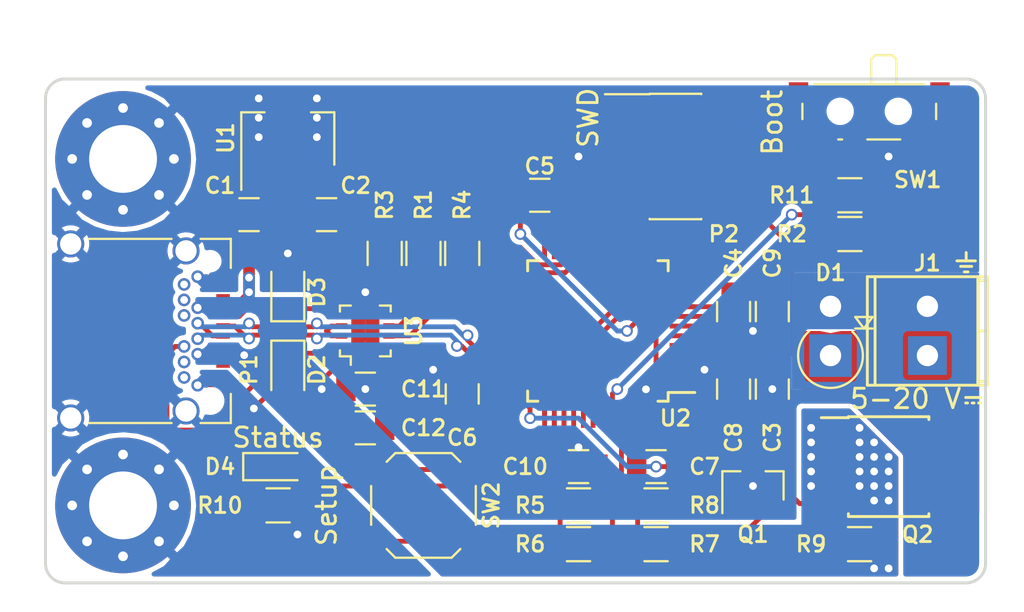
<source format=kicad_pcb>
(kicad_pcb (version 4) (host pcbnew 4.0.6)

  (general
    (links 121)
    (no_connects 0)
    (area 81.424999 56.924999 130.075001 83.075001)
    (thickness 1.6)
    (drawings 10)
    (tracks 422)
    (zones 0)
    (modules 39)
    (nets 65)
  )

  (page USLetter)
  (title_block
    (title "PD Buddy Sink")
    (rev 0.2)
  )

  (layers
    (0 F.Cu signal)
    (31 B.Cu signal)
    (32 B.Adhes user)
    (33 F.Adhes user)
    (34 B.Paste user)
    (35 F.Paste user)
    (36 B.SilkS user)
    (37 F.SilkS user)
    (38 B.Mask user)
    (39 F.Mask user)
    (40 Dwgs.User user)
    (41 Cmts.User user)
    (42 Eco1.User user)
    (43 Eco2.User user)
    (44 Edge.Cuts user)
    (45 Margin user)
    (46 B.CrtYd user)
    (47 F.CrtYd user)
    (48 B.Fab user)
    (49 F.Fab user)
  )

  (setup
    (last_trace_width 0.25)
    (trace_clearance 0.16)
    (zone_clearance 0.254)
    (zone_45_only no)
    (trace_min 0.2)
    (segment_width 0.2)
    (edge_width 0.15)
    (via_size 0.6)
    (via_drill 0.4)
    (via_min_size 0.4)
    (via_min_drill 0.3)
    (uvia_size 0.3)
    (uvia_drill 0.1)
    (uvias_allowed no)
    (uvia_min_size 0.2)
    (uvia_min_drill 0.1)
    (pcb_text_width 0.3)
    (pcb_text_size 1.5 1.5)
    (mod_edge_width 0.15)
    (mod_text_size 0.8 0.8)
    (mod_text_width 0.15)
    (pad_size 1.524 1.524)
    (pad_drill 0.762)
    (pad_to_mask_clearance 0.125)
    (aux_axis_origin 0 0)
    (grid_origin 90 70)
    (visible_elements FFFFFF7F)
    (pcbplotparams
      (layerselection 0x00030_80000001)
      (usegerberextensions false)
      (excludeedgelayer true)
      (linewidth 0.100000)
      (plotframeref false)
      (viasonmask false)
      (mode 1)
      (useauxorigin false)
      (hpglpennumber 1)
      (hpglpenspeed 20)
      (hpglpendiameter 15)
      (hpglpenoverlay 2)
      (psnegative false)
      (psa4output false)
      (plotreference true)
      (plotvalue true)
      (plotinvisibletext false)
      (padsonsilk false)
      (subtractmaskfromsilk false)
      (outputformat 1)
      (mirror false)
      (drillshape 1)
      (scaleselection 1)
      (outputdirectory ""))
  )

  (net 0 "")
  (net 1 VBUS)
  (net 2 GND)
  (net 3 +3V3)
  (net 4 /Microcontroller/nRST)
  (net 5 "/PD PHY/CC2")
  (net 6 "/PD PHY/CC1")
  (net 7 "Net-(P1-PadB8)")
  (net 8 "Net-(P1-PadB3)")
  (net 9 "Net-(P1-PadB10)")
  (net 10 "Net-(P1-PadB2)")
  (net 11 "Net-(P1-PadB11)")
  (net 12 "Net-(P1-PadA2)")
  (net 13 "Net-(P1-PadA3)")
  (net 14 "Net-(P1-PadA10)")
  (net 15 "Net-(P1-PadA8)")
  (net 16 "Net-(P1-PadA11)")
  (net 17 /Microcontroller/SWDIO)
  (net 18 /Microcontroller/SWCLK)
  (net 19 "Net-(P2-Pad6)")
  (net 20 "Net-(P2-Pad7)")
  (net 21 "Net-(P2-Pad8)")
  (net 22 "Net-(Q1-Pad1)")
  (net 23 /Microcontroller/INT_N)
  (net 24 "Net-(R2-Pad1)")
  (net 25 /Microcontroller/SCL)
  (net 26 /Microcontroller/SDA)
  (net 27 "Net-(R5-Pad1)")
  (net 28 /Microcontroller/OUT_CTRL)
  (net 29 "Net-(U2-Pad2)")
  (net 30 "Net-(U2-Pad3)")
  (net 31 "Net-(U2-Pad4)")
  (net 32 "Net-(U2-Pad5)")
  (net 33 "Net-(U2-Pad6)")
  (net 34 "Net-(U2-Pad10)")
  (net 35 "Net-(U2-Pad11)")
  (net 36 "Net-(U2-Pad12)")
  (net 37 "Net-(U2-Pad13)")
  (net 38 "Net-(U2-Pad14)")
  (net 39 "Net-(U2-Pad15)")
  (net 40 "Net-(U2-Pad16)")
  (net 41 "Net-(U2-Pad17)")
  (net 42 "Net-(U2-Pad18)")
  (net 43 "Net-(U2-Pad19)")
  (net 44 "Net-(U2-Pad20)")
  (net 45 "Net-(U2-Pad26)")
  (net 46 "Net-(U2-Pad27)")
  (net 47 "Net-(U2-Pad28)")
  (net 48 "Net-(U2-Pad29)")
  (net 49 "Net-(U2-Pad30)")
  (net 50 "Net-(U2-Pad40)")
  (net 51 "Net-(U2-Pad46)")
  (net 52 VCONN)
  (net 53 "Net-(D4-Pad1)")
  (net 54 /Microcontroller/D+)
  (net 55 /Microcontroller/D-)
  (net 56 /Microcontroller/SETUP)
  (net 57 /Microcontroller/NOPWR)
  (net 58 "Net-(U2-Pad31)")
  (net 59 "Net-(U2-Pad41)")
  (net 60 "Net-(U2-Pad42)")
  (net 61 "Net-(U2-Pad43)")
  (net 62 "Net-(Q1-Pad3)")
  (net 63 "Net-(R11-Pad1)")
  (net 64 /Output/OUT)

  (net_class Default "This is the default net class."
    (clearance 0.16)
    (trace_width 0.25)
    (via_dia 0.6)
    (via_drill 0.4)
    (uvia_dia 0.3)
    (uvia_drill 0.1)
    (add_net +3V3)
    (add_net /Microcontroller/D+)
    (add_net /Microcontroller/D-)
    (add_net /Microcontroller/INT_N)
    (add_net /Microcontroller/NOPWR)
    (add_net /Microcontroller/OUT_CTRL)
    (add_net /Microcontroller/SCL)
    (add_net /Microcontroller/SDA)
    (add_net /Microcontroller/SETUP)
    (add_net /Microcontroller/SWCLK)
    (add_net /Microcontroller/SWDIO)
    (add_net /Microcontroller/nRST)
    (add_net /Output/OUT)
    (add_net "/PD PHY/CC1")
    (add_net "/PD PHY/CC2")
    (add_net GND)
    (add_net "Net-(D4-Pad1)")
    (add_net "Net-(P1-PadA10)")
    (add_net "Net-(P1-PadA11)")
    (add_net "Net-(P1-PadA2)")
    (add_net "Net-(P1-PadA3)")
    (add_net "Net-(P1-PadA8)")
    (add_net "Net-(P1-PadB10)")
    (add_net "Net-(P1-PadB11)")
    (add_net "Net-(P1-PadB2)")
    (add_net "Net-(P1-PadB3)")
    (add_net "Net-(P1-PadB8)")
    (add_net "Net-(P2-Pad6)")
    (add_net "Net-(P2-Pad7)")
    (add_net "Net-(P2-Pad8)")
    (add_net "Net-(Q1-Pad1)")
    (add_net "Net-(Q1-Pad3)")
    (add_net "Net-(R11-Pad1)")
    (add_net "Net-(R2-Pad1)")
    (add_net "Net-(R5-Pad1)")
    (add_net "Net-(U2-Pad10)")
    (add_net "Net-(U2-Pad11)")
    (add_net "Net-(U2-Pad12)")
    (add_net "Net-(U2-Pad13)")
    (add_net "Net-(U2-Pad14)")
    (add_net "Net-(U2-Pad15)")
    (add_net "Net-(U2-Pad16)")
    (add_net "Net-(U2-Pad17)")
    (add_net "Net-(U2-Pad18)")
    (add_net "Net-(U2-Pad19)")
    (add_net "Net-(U2-Pad2)")
    (add_net "Net-(U2-Pad20)")
    (add_net "Net-(U2-Pad26)")
    (add_net "Net-(U2-Pad27)")
    (add_net "Net-(U2-Pad28)")
    (add_net "Net-(U2-Pad29)")
    (add_net "Net-(U2-Pad3)")
    (add_net "Net-(U2-Pad30)")
    (add_net "Net-(U2-Pad31)")
    (add_net "Net-(U2-Pad4)")
    (add_net "Net-(U2-Pad40)")
    (add_net "Net-(U2-Pad41)")
    (add_net "Net-(U2-Pad42)")
    (add_net "Net-(U2-Pad43)")
    (add_net "Net-(U2-Pad46)")
    (add_net "Net-(U2-Pad5)")
    (add_net "Net-(U2-Pad6)")
    (add_net VCONN)
  )

  (net_class Power ""
    (clearance 0.16)
    (trace_width 1.5)
    (via_dia 0.6)
    (via_drill 0.4)
    (uvia_dia 0.3)
    (uvia_drill 0.1)
  )

  (net_class Power_Small ""
    (clearance 0.16)
    (trace_width 0.6)
    (via_dia 0.6)
    (via_drill 0.4)
    (uvia_dia 0.3)
    (uvia_drill 0.1)
    (add_net VBUS)
  )

  (module Mounting_Holes:MountingHole_3.5mm_Pad_Via (layer F.Cu) (tedit 58DEFF23) (tstamp 5892A5A3)
    (at 85.5 79 90)
    (descr "Mounting Hole 3.5mm")
    (tags "mounting hole 3.5mm")
    (path /5892BB4F)
    (fp_text reference MK1 (at 0 -4.5 90) (layer F.Fab)
      (effects (font (size 1 1) (thickness 0.15)))
    )
    (fp_text value 3.5mm (at 0 4.5 90) (layer F.Fab)
      (effects (font (size 1 1) (thickness 0.15)))
    )
    (fp_circle (center 0 0) (end 3.5 0) (layer Cmts.User) (width 0.15))
    (fp_circle (center 0 0) (end 3.75 0) (layer F.CrtYd) (width 0.05))
    (pad 1 thru_hole circle (at 0 0 90) (size 7 7) (drill 3.5) (layers *.Cu *.Mask)
      (net 2 GND))
    (pad "" thru_hole circle (at 2.625 0 90) (size 0.6 0.6) (drill 0.5) (layers *.Cu *.Mask))
    (pad "" thru_hole circle (at 1.856155 1.856155 90) (size 0.6 0.6) (drill 0.5) (layers *.Cu *.Mask))
    (pad "" thru_hole circle (at 0 2.625 90) (size 0.6 0.6) (drill 0.5) (layers *.Cu *.Mask))
    (pad "" thru_hole circle (at -1.856155 1.856155 90) (size 0.6 0.6) (drill 0.5) (layers *.Cu *.Mask))
    (pad "" thru_hole circle (at -2.625 0 90) (size 0.6 0.6) (drill 0.5) (layers *.Cu *.Mask))
    (pad "" thru_hole circle (at -1.856155 -1.856155 90) (size 0.6 0.6) (drill 0.5) (layers *.Cu *.Mask))
    (pad "" thru_hole circle (at 0 -2.625 90) (size 0.6 0.6) (drill 0.5) (layers *.Cu *.Mask))
    (pad "" thru_hole circle (at 1.856155 -1.856155 90) (size 0.6 0.6) (drill 0.5) (layers *.Cu *.Mask))
  )

  (module Mounting_Holes:MountingHole_3.5mm_Pad_Via (layer F.Cu) (tedit 58DEFF1F) (tstamp 5892A5B2)
    (at 85.5 61.125 90)
    (descr "Mounting Hole 3.5mm")
    (tags "mounting hole 3.5mm")
    (path /5892BC07)
    (fp_text reference MK2 (at 0 -4.5 90) (layer F.Fab)
      (effects (font (size 1 1) (thickness 0.15)))
    )
    (fp_text value 3.5mm (at 0 4.5 90) (layer F.Fab)
      (effects (font (size 1 1) (thickness 0.15)))
    )
    (fp_circle (center 0 0) (end 3.5 0) (layer Cmts.User) (width 0.15))
    (fp_circle (center 0 0) (end 3.75 0) (layer F.CrtYd) (width 0.05))
    (pad 1 thru_hole circle (at 0 0 90) (size 7 7) (drill 3.5) (layers *.Cu *.Mask)
      (net 2 GND))
    (pad "" thru_hole circle (at 2.625 0 90) (size 0.6 0.6) (drill 0.5) (layers *.Cu *.Mask))
    (pad "" thru_hole circle (at 1.856155 1.856155 90) (size 0.6 0.6) (drill 0.5) (layers *.Cu *.Mask))
    (pad "" thru_hole circle (at 0 2.625 90) (size 0.6 0.6) (drill 0.5) (layers *.Cu *.Mask))
    (pad "" thru_hole circle (at -1.856155 1.856155 90) (size 0.6 0.6) (drill 0.5) (layers *.Cu *.Mask))
    (pad "" thru_hole circle (at -2.625 0 90) (size 0.6 0.6) (drill 0.5) (layers *.Cu *.Mask))
    (pad "" thru_hole circle (at -1.856155 -1.856155 90) (size 0.6 0.6) (drill 0.5) (layers *.Cu *.Mask))
    (pad "" thru_hole circle (at 0 -2.625 90) (size 0.6 0.6) (drill 0.5) (layers *.Cu *.Mask))
    (pad "" thru_hole circle (at 1.856155 -1.856155 90) (size 0.6 0.6) (drill 0.5) (layers *.Cu *.Mask))
  )

  (module LEDs:LED_0805 (layer F.Cu) (tedit 58DEF95B) (tstamp 5892C0EA)
    (at 93.5 77)
    (descr "LED 0805 smd package")
    (tags "LED led 0805 SMD smd SMT smt smdled SMDLED smtled SMTLED")
    (path /588FD270/58931071)
    (attr smd)
    (fp_text reference D4 (at -3 0) (layer F.SilkS)
      (effects (font (size 0.8 0.8) (thickness 0.15)))
    )
    (fp_text value Status (at 0 -1.5) (layer F.SilkS)
      (effects (font (size 1 1) (thickness 0.15)))
    )
    (fp_line (start -1.8 -0.7) (end -1.8 0.7) (layer F.SilkS) (width 0.12))
    (fp_line (start -0.4 -0.4) (end -0.4 0.4) (layer F.Fab) (width 0.1))
    (fp_line (start -0.4 0) (end 0.2 -0.4) (layer F.Fab) (width 0.1))
    (fp_line (start 0.2 0.4) (end -0.4 0) (layer F.Fab) (width 0.1))
    (fp_line (start 0.2 -0.4) (end 0.2 0.4) (layer F.Fab) (width 0.1))
    (fp_line (start 1 0.6) (end -1 0.6) (layer F.Fab) (width 0.1))
    (fp_line (start 1 -0.6) (end 1 0.6) (layer F.Fab) (width 0.1))
    (fp_line (start -1 -0.6) (end 1 -0.6) (layer F.Fab) (width 0.1))
    (fp_line (start -1 0.6) (end -1 -0.6) (layer F.Fab) (width 0.1))
    (fp_line (start -1.8 0.7) (end 1 0.7) (layer F.SilkS) (width 0.12))
    (fp_line (start -1.8 -0.7) (end 1 -0.7) (layer F.SilkS) (width 0.12))
    (fp_line (start 1.95 -0.85) (end 1.95 0.85) (layer F.CrtYd) (width 0.05))
    (fp_line (start 1.95 0.85) (end -1.95 0.85) (layer F.CrtYd) (width 0.05))
    (fp_line (start -1.95 0.85) (end -1.95 -0.85) (layer F.CrtYd) (width 0.05))
    (fp_line (start -1.95 -0.85) (end 1.95 -0.85) (layer F.CrtYd) (width 0.05))
    (pad 2 smd rect (at 1.1 0 180) (size 1.2 1.2) (layers F.Cu F.Paste F.Mask)
      (net 57 /Microcontroller/NOPWR))
    (pad 1 smd rect (at -1.1 0 180) (size 1.2 1.2) (layers F.Cu F.Paste F.Mask)
      (net 53 "Net-(D4-Pad1)"))
    (model LEDs.3dshapes/LED_0805.wrl
      (at (xyz 0 0 0))
      (scale (xyz 1 1 1))
      (rotate (xyz 0 0 0))
    )
  )

  (module Buttons_Switches_SMD:SW_SPDT_PCM12 (layer F.Cu) (tedit 58DEF931) (tstamp 589266BE)
    (at 124 59 180)
    (descr "Ultraminiature Surface Mount Slide Switch")
    (path /588FD270/589013E6)
    (attr smd)
    (fp_text reference SW1 (at -2.5 -3.2 180) (layer F.SilkS)
      (effects (font (size 0.8 0.8) (thickness 0.15)))
    )
    (fp_text value Boot (at 5 -0.25 270) (layer F.SilkS)
      (effects (font (size 1 1) (thickness 0.15)))
    )
    (fp_text user %R (at 0 -3.2 180) (layer F.Fab)
      (effects (font (size 1 1) (thickness 0.15)))
    )
    (fp_line (start -1.4 1.65) (end -1.4 2.95) (layer F.Fab) (width 0.1))
    (fp_line (start -1.4 2.95) (end -1.2 3.15) (layer F.Fab) (width 0.1))
    (fp_line (start -1.2 3.15) (end -0.35 3.15) (layer F.Fab) (width 0.1))
    (fp_line (start -0.35 3.15) (end -0.15 2.95) (layer F.Fab) (width 0.1))
    (fp_line (start -0.15 2.95) (end -0.1 2.9) (layer F.Fab) (width 0.1))
    (fp_line (start -0.1 2.9) (end -0.1 1.6) (layer F.Fab) (width 0.1))
    (fp_line (start -3.35 -1) (end -3.35 1.6) (layer F.Fab) (width 0.1))
    (fp_line (start -3.35 1.6) (end 3.35 1.6) (layer F.Fab) (width 0.1))
    (fp_line (start 3.35 1.6) (end 3.35 -1) (layer F.Fab) (width 0.1))
    (fp_line (start 3.35 -1) (end -3.35 -1) (layer F.Fab) (width 0.1))
    (fp_line (start 1.4 -1.12) (end 1.6 -1.12) (layer F.SilkS) (width 0.12))
    (fp_line (start -4.4 -2.45) (end 4.4 -2.45) (layer F.CrtYd) (width 0.05))
    (fp_line (start 4.4 -2.45) (end 4.4 2.1) (layer F.CrtYd) (width 0.05))
    (fp_line (start 4.4 2.1) (end 1.65 2.1) (layer F.CrtYd) (width 0.05))
    (fp_line (start 1.65 2.1) (end 1.65 3.4) (layer F.CrtYd) (width 0.05))
    (fp_line (start 1.65 3.4) (end -1.65 3.4) (layer F.CrtYd) (width 0.05))
    (fp_line (start -1.65 3.4) (end -1.65 2.1) (layer F.CrtYd) (width 0.05))
    (fp_line (start -1.65 2.1) (end -4.4 2.1) (layer F.CrtYd) (width 0.05))
    (fp_line (start -4.4 2.1) (end -4.4 -2.45) (layer F.CrtYd) (width 0.05))
    (fp_line (start -1.4 3.02) (end -1.2 3.23) (layer F.SilkS) (width 0.12))
    (fp_line (start -0.1 3.02) (end -0.3 3.23) (layer F.SilkS) (width 0.12))
    (fp_line (start -1.4 1.73) (end -1.4 3.02) (layer F.SilkS) (width 0.12))
    (fp_line (start -1.2 3.23) (end -0.3 3.23) (layer F.SilkS) (width 0.12))
    (fp_line (start -0.1 3.02) (end -0.1 1.73) (layer F.SilkS) (width 0.12))
    (fp_line (start -2.85 1.73) (end 2.85 1.73) (layer F.SilkS) (width 0.12))
    (fp_line (start -1.6 -1.12) (end 0.1 -1.12) (layer F.SilkS) (width 0.12))
    (fp_line (start -3.45 -0.07) (end -3.45 0.72) (layer F.SilkS) (width 0.12))
    (fp_line (start 3.45 0.72) (end 3.45 -0.07) (layer F.SilkS) (width 0.12))
    (pad "" np_thru_hole circle (at -1.5 0.33 180) (size 0.9 0.9) (drill 0.9) (layers *.Cu *.Mask))
    (pad "" np_thru_hole circle (at 1.5 0.33 180) (size 0.9 0.9) (drill 0.9) (layers *.Cu *.Mask))
    (pad 1 smd rect (at -2.25 -1.43 180) (size 0.7 1.5) (layers F.Cu F.Paste F.Mask)
      (net 2 GND))
    (pad 2 smd rect (at 0.75 -1.43 180) (size 0.7 1.5) (layers F.Cu F.Paste F.Mask)
      (net 63 "Net-(R11-Pad1)"))
    (pad 3 smd rect (at 2.25 -1.43 180) (size 0.7 1.5) (layers F.Cu F.Paste F.Mask)
      (net 3 +3V3))
    (pad "" smd rect (at -3.65 1.43 180) (size 1 0.8) (layers F.Cu F.Paste F.Mask))
    (pad "" smd rect (at 3.65 1.43 180) (size 1 0.8) (layers F.Cu F.Paste F.Mask))
    (pad "" smd rect (at 3.65 -0.78 180) (size 1 0.8) (layers F.Cu F.Paste F.Mask))
    (pad "" smd rect (at -3.65 -0.78 180) (size 1 0.8) (layers F.Cu F.Paste F.Mask))
  )

  (module Housings_QFP:LQFP-48_7x7mm_Pitch0.5mm (layer F.Cu) (tedit 54130A77) (tstamp 58926732)
    (at 110 70 180)
    (descr "48 LEAD LQFP 7x7mm (see MICREL LQFP7x7-48LD-PL-1.pdf)")
    (tags "QFP 0.5")
    (path /588FD270/588FD426)
    (attr smd)
    (fp_text reference U2 (at -4 -4.5 180) (layer F.SilkS)
      (effects (font (size 0.8 0.8) (thickness 0.15)))
    )
    (fp_text value STM32F072CBTx (at 0 6 180) (layer F.Fab)
      (effects (font (size 1 1) (thickness 0.15)))
    )
    (fp_text user %R (at 0 0 180) (layer F.Fab)
      (effects (font (size 1 1) (thickness 0.15)))
    )
    (fp_line (start -2.5 -3.5) (end 3.5 -3.5) (layer F.Fab) (width 0.15))
    (fp_line (start 3.5 -3.5) (end 3.5 3.5) (layer F.Fab) (width 0.15))
    (fp_line (start 3.5 3.5) (end -3.5 3.5) (layer F.Fab) (width 0.15))
    (fp_line (start -3.5 3.5) (end -3.5 -2.5) (layer F.Fab) (width 0.15))
    (fp_line (start -3.5 -2.5) (end -2.5 -3.5) (layer F.Fab) (width 0.15))
    (fp_line (start -5.25 -5.25) (end -5.25 5.25) (layer F.CrtYd) (width 0.05))
    (fp_line (start 5.25 -5.25) (end 5.25 5.25) (layer F.CrtYd) (width 0.05))
    (fp_line (start -5.25 -5.25) (end 5.25 -5.25) (layer F.CrtYd) (width 0.05))
    (fp_line (start -5.25 5.25) (end 5.25 5.25) (layer F.CrtYd) (width 0.05))
    (fp_line (start -3.625 -3.625) (end -3.625 -3.175) (layer F.SilkS) (width 0.15))
    (fp_line (start 3.625 -3.625) (end 3.625 -3.1) (layer F.SilkS) (width 0.15))
    (fp_line (start 3.625 3.625) (end 3.625 3.1) (layer F.SilkS) (width 0.15))
    (fp_line (start -3.625 3.625) (end -3.625 3.1) (layer F.SilkS) (width 0.15))
    (fp_line (start -3.625 -3.625) (end -3.1 -3.625) (layer F.SilkS) (width 0.15))
    (fp_line (start -3.625 3.625) (end -3.1 3.625) (layer F.SilkS) (width 0.15))
    (fp_line (start 3.625 3.625) (end 3.1 3.625) (layer F.SilkS) (width 0.15))
    (fp_line (start 3.625 -3.625) (end 3.1 -3.625) (layer F.SilkS) (width 0.15))
    (fp_line (start -3.625 -3.175) (end -5 -3.175) (layer F.SilkS) (width 0.15))
    (pad 1 smd rect (at -4.35 -2.75 180) (size 1.3 0.25) (layers F.Cu F.Paste F.Mask)
      (net 3 +3V3))
    (pad 2 smd rect (at -4.35 -2.25 180) (size 1.3 0.25) (layers F.Cu F.Paste F.Mask)
      (net 29 "Net-(U2-Pad2)"))
    (pad 3 smd rect (at -4.35 -1.75 180) (size 1.3 0.25) (layers F.Cu F.Paste F.Mask)
      (net 30 "Net-(U2-Pad3)"))
    (pad 4 smd rect (at -4.35 -1.25 180) (size 1.3 0.25) (layers F.Cu F.Paste F.Mask)
      (net 31 "Net-(U2-Pad4)"))
    (pad 5 smd rect (at -4.35 -0.75 180) (size 1.3 0.25) (layers F.Cu F.Paste F.Mask)
      (net 32 "Net-(U2-Pad5)"))
    (pad 6 smd rect (at -4.35 -0.25 180) (size 1.3 0.25) (layers F.Cu F.Paste F.Mask)
      (net 33 "Net-(U2-Pad6)"))
    (pad 7 smd rect (at -4.35 0.25 180) (size 1.3 0.25) (layers F.Cu F.Paste F.Mask)
      (net 4 /Microcontroller/nRST))
    (pad 8 smd rect (at -4.35 0.75 180) (size 1.3 0.25) (layers F.Cu F.Paste F.Mask)
      (net 2 GND))
    (pad 9 smd rect (at -4.35 1.25 180) (size 1.3 0.25) (layers F.Cu F.Paste F.Mask)
      (net 3 +3V3))
    (pad 10 smd rect (at -4.35 1.75 180) (size 1.3 0.25) (layers F.Cu F.Paste F.Mask)
      (net 34 "Net-(U2-Pad10)"))
    (pad 11 smd rect (at -4.35 2.25 180) (size 1.3 0.25) (layers F.Cu F.Paste F.Mask)
      (net 35 "Net-(U2-Pad11)"))
    (pad 12 smd rect (at -4.35 2.75 180) (size 1.3 0.25) (layers F.Cu F.Paste F.Mask)
      (net 36 "Net-(U2-Pad12)"))
    (pad 13 smd rect (at -2.75 4.35 270) (size 1.3 0.25) (layers F.Cu F.Paste F.Mask)
      (net 37 "Net-(U2-Pad13)"))
    (pad 14 smd rect (at -2.25 4.35 270) (size 1.3 0.25) (layers F.Cu F.Paste F.Mask)
      (net 38 "Net-(U2-Pad14)"))
    (pad 15 smd rect (at -1.75 4.35 270) (size 1.3 0.25) (layers F.Cu F.Paste F.Mask)
      (net 39 "Net-(U2-Pad15)"))
    (pad 16 smd rect (at -1.25 4.35 270) (size 1.3 0.25) (layers F.Cu F.Paste F.Mask)
      (net 40 "Net-(U2-Pad16)"))
    (pad 17 smd rect (at -0.75 4.35 270) (size 1.3 0.25) (layers F.Cu F.Paste F.Mask)
      (net 41 "Net-(U2-Pad17)"))
    (pad 18 smd rect (at -0.25 4.35 270) (size 1.3 0.25) (layers F.Cu F.Paste F.Mask)
      (net 42 "Net-(U2-Pad18)"))
    (pad 19 smd rect (at 0.25 4.35 270) (size 1.3 0.25) (layers F.Cu F.Paste F.Mask)
      (net 43 "Net-(U2-Pad19)"))
    (pad 20 smd rect (at 0.75 4.35 270) (size 1.3 0.25) (layers F.Cu F.Paste F.Mask)
      (net 44 "Net-(U2-Pad20)"))
    (pad 21 smd rect (at 1.25 4.35 270) (size 1.3 0.25) (layers F.Cu F.Paste F.Mask)
      (net 25 /Microcontroller/SCL))
    (pad 22 smd rect (at 1.75 4.35 270) (size 1.3 0.25) (layers F.Cu F.Paste F.Mask)
      (net 26 /Microcontroller/SDA))
    (pad 23 smd rect (at 2.25 4.35 270) (size 1.3 0.25) (layers F.Cu F.Paste F.Mask)
      (net 2 GND))
    (pad 24 smd rect (at 2.75 4.35 270) (size 1.3 0.25) (layers F.Cu F.Paste F.Mask)
      (net 3 +3V3))
    (pad 25 smd rect (at 4.35 2.75 180) (size 1.3 0.25) (layers F.Cu F.Paste F.Mask)
      (net 23 /Microcontroller/INT_N))
    (pad 26 smd rect (at 4.35 2.25 180) (size 1.3 0.25) (layers F.Cu F.Paste F.Mask)
      (net 45 "Net-(U2-Pad26)"))
    (pad 27 smd rect (at 4.35 1.75 180) (size 1.3 0.25) (layers F.Cu F.Paste F.Mask)
      (net 46 "Net-(U2-Pad27)"))
    (pad 28 smd rect (at 4.35 1.25 180) (size 1.3 0.25) (layers F.Cu F.Paste F.Mask)
      (net 47 "Net-(U2-Pad28)"))
    (pad 29 smd rect (at 4.35 0.75 180) (size 1.3 0.25) (layers F.Cu F.Paste F.Mask)
      (net 48 "Net-(U2-Pad29)"))
    (pad 30 smd rect (at 4.35 0.25 180) (size 1.3 0.25) (layers F.Cu F.Paste F.Mask)
      (net 49 "Net-(U2-Pad30)"))
    (pad 31 smd rect (at 4.35 -0.25 180) (size 1.3 0.25) (layers F.Cu F.Paste F.Mask)
      (net 58 "Net-(U2-Pad31)"))
    (pad 32 smd rect (at 4.35 -0.75 180) (size 1.3 0.25) (layers F.Cu F.Paste F.Mask)
      (net 55 /Microcontroller/D-))
    (pad 33 smd rect (at 4.35 -1.25 180) (size 1.3 0.25) (layers F.Cu F.Paste F.Mask)
      (net 54 /Microcontroller/D+))
    (pad 34 smd rect (at 4.35 -1.75 180) (size 1.3 0.25) (layers F.Cu F.Paste F.Mask)
      (net 17 /Microcontroller/SWDIO))
    (pad 35 smd rect (at 4.35 -2.25 180) (size 1.3 0.25) (layers F.Cu F.Paste F.Mask)
      (net 2 GND))
    (pad 36 smd rect (at 4.35 -2.75 180) (size 1.3 0.25) (layers F.Cu F.Paste F.Mask)
      (net 3 +3V3))
    (pad 37 smd rect (at 2.75 -4.35 270) (size 1.3 0.25) (layers F.Cu F.Paste F.Mask)
      (net 18 /Microcontroller/SWCLK))
    (pad 38 smd rect (at 2.25 -4.35 270) (size 1.3 0.25) (layers F.Cu F.Paste F.Mask)
      (net 57 /Microcontroller/NOPWR))
    (pad 39 smd rect (at 1.75 -4.35 270) (size 1.3 0.25) (layers F.Cu F.Paste F.Mask)
      (net 56 /Microcontroller/SETUP))
    (pad 40 smd rect (at 1.25 -4.35 270) (size 1.3 0.25) (layers F.Cu F.Paste F.Mask)
      (net 50 "Net-(U2-Pad40)"))
    (pad 41 smd rect (at 0.75 -4.35 270) (size 1.3 0.25) (layers F.Cu F.Paste F.Mask)
      (net 59 "Net-(U2-Pad41)"))
    (pad 42 smd rect (at 0.25 -4.35 270) (size 1.3 0.25) (layers F.Cu F.Paste F.Mask)
      (net 60 "Net-(U2-Pad42)"))
    (pad 43 smd rect (at -0.25 -4.35 270) (size 1.3 0.25) (layers F.Cu F.Paste F.Mask)
      (net 61 "Net-(U2-Pad43)"))
    (pad 44 smd rect (at -0.75 -4.35 270) (size 1.3 0.25) (layers F.Cu F.Paste F.Mask)
      (net 24 "Net-(R2-Pad1)"))
    (pad 45 smd rect (at -1.25 -4.35 270) (size 1.3 0.25) (layers F.Cu F.Paste F.Mask)
      (net 28 /Microcontroller/OUT_CTRL))
    (pad 46 smd rect (at -1.75 -4.35 270) (size 1.3 0.25) (layers F.Cu F.Paste F.Mask)
      (net 51 "Net-(U2-Pad46)"))
    (pad 47 smd rect (at -2.25 -4.35 270) (size 1.3 0.25) (layers F.Cu F.Paste F.Mask)
      (net 2 GND))
    (pad 48 smd rect (at -2.75 -4.35 270) (size 1.3 0.25) (layers F.Cu F.Paste F.Mask)
      (net 3 +3V3))
    (model Housings_QFP.3dshapes/LQFP-48_7x7mm_Pitch0.5mm.wrl
      (at (xyz 0 0 0))
      (scale (xyz 1 1 1))
      (rotate (xyz 0 0 0))
    )
  )

  (module Diodes_THT:D_DO-41_SOD81_P2.54mm_Vertical_AnodeUp (layer F.Cu) (tedit 5877C982) (tstamp 5892652F)
    (at 122 71.27 90)
    (descr "D, DO-41_SOD81 series, Axial, Vertical, pin pitch=2.54mm, , length*diameter=5.2*2.7mm^2, , http://www.diodes.com/_files/packages/DO-41%20(Plastic).pdf")
    (tags "D DO-41_SOD81 series Axial Vertical pin pitch 2.54mm  length 5.2mm diameter 2.7mm")
    (path /588FA3A4/58925D4E)
    (fp_text reference D1 (at 4.27 0 180) (layer F.SilkS)
      (effects (font (size 0.8 0.8) (thickness 0.15)))
    )
    (fp_text value 1N5819 (at 1.27 3.579635 90) (layer F.Fab)
      (effects (font (size 1 1) (thickness 0.15)))
    )
    (fp_arc (start 0 0) (end 1.257516 -1.1) (angle -276.1) (layer F.SilkS) (width 0.12))
    (fp_circle (center 0 0) (end 1.35 0) (layer F.Fab) (width 0.1))
    (fp_line (start 0 0) (end 2.54 0) (layer F.Fab) (width 0.1))
    (fp_line (start 1.397 1.28) (end 1.397 2.169) (layer F.SilkS) (width 0.12))
    (fp_line (start 1.397 1.7245) (end 1.989667 1.28) (layer F.SilkS) (width 0.12))
    (fp_line (start 1.989667 1.28) (end 1.989667 2.169) (layer F.SilkS) (width 0.12))
    (fp_line (start 1.989667 2.169) (end 1.397 1.7245) (layer F.SilkS) (width 0.12))
    (fp_line (start -1.7 -1.95) (end -1.7 1.95) (layer F.CrtYd) (width 0.05))
    (fp_line (start -1.7 1.95) (end 3.95 1.95) (layer F.CrtYd) (width 0.05))
    (fp_line (start 3.95 1.95) (end 3.95 -1.95) (layer F.CrtYd) (width 0.05))
    (fp_line (start 3.95 -1.95) (end -1.7 -1.95) (layer F.CrtYd) (width 0.05))
    (fp_text user K (at -2.390635 0 90) (layer F.Fab)
      (effects (font (size 1 1) (thickness 0.15)))
    )
    (pad 1 thru_hole rect (at 0 0 90) (size 2.2 2.2) (drill 1.1) (layers *.Cu *.Mask)
      (net 64 /Output/OUT))
    (pad 2 thru_hole oval (at 2.54 0 90) (size 2.2 2.2) (drill 1.1) (layers *.Cu *.Mask)
      (net 2 GND))
    (model Diodes_ThroughHole.3dshapes/D_DO-41_SOD81_P2.54mm_Vertical_AnodeUp.wrl
      (at (xyz 0 0 0))
      (scale (xyz 0.393701 0.393701 0.393701))
      (rotate (xyz 0 0 0))
    )
  )

  (module Connectors_Terminal_Blocks:TerminalBlock_Pheonix_MPT-2.54mm_2pol (layer F.Cu) (tedit 58DEF94C) (tstamp 58926570)
    (at 127 71.27 90)
    (descr "2-way 2.54mm pitch terminal block, Phoenix MPT series")
    (path /588FA3A4/588FA688)
    (fp_text reference J1 (at 4.77 0 180) (layer F.SilkS)
      (effects (font (size 0.8 0.8) (thickness 0.15)))
    )
    (fp_text value "5-20 V⎓" (at -2.23 -0.5 180) (layer F.SilkS)
      (effects (font (size 1 1) (thickness 0.15)))
    )
    (fp_line (start -1.7 -3.3) (end 4.3 -3.3) (layer F.CrtYd) (width 0.05))
    (fp_line (start -1.7 3.3) (end -1.7 -3.3) (layer F.CrtYd) (width 0.05))
    (fp_line (start 4.3 3.3) (end -1.7 3.3) (layer F.CrtYd) (width 0.05))
    (fp_line (start 4.3 -3.3) (end 4.3 3.3) (layer F.CrtYd) (width 0.05))
    (fp_line (start 4.06908 2.60096) (end -1.52908 2.60096) (layer F.SilkS) (width 0.15))
    (fp_line (start -1.33096 3.0988) (end -1.33096 2.60096) (layer F.SilkS) (width 0.15))
    (fp_line (start 3.87096 2.60096) (end 3.87096 3.0988) (layer F.SilkS) (width 0.15))
    (fp_line (start 1.27 3.0988) (end 1.27 2.60096) (layer F.SilkS) (width 0.15))
    (fp_line (start -1.52908 -2.70002) (end 4.06908 -2.70002) (layer F.SilkS) (width 0.15))
    (fp_line (start -1.52908 3.0988) (end 4.06908 3.0988) (layer F.SilkS) (width 0.15))
    (fp_line (start 4.06908 3.0988) (end 4.06908 -3.0988) (layer F.SilkS) (width 0.15))
    (fp_line (start 4.06908 -3.0988) (end -1.52908 -3.0988) (layer F.SilkS) (width 0.15))
    (fp_line (start -1.52908 -3.0988) (end -1.52908 3.0988) (layer F.SilkS) (width 0.15))
    (pad 2 thru_hole oval (at 2.54 0 90) (size 1.99898 1.99898) (drill 1.09728) (layers *.Cu *.Mask)
      (net 2 GND))
    (pad 1 thru_hole rect (at 0 0 90) (size 1.99898 1.99898) (drill 1.09728) (layers *.Cu *.Mask)
      (net 64 /Output/OUT))
    (model Terminal_Blocks.3dshapes/TerminalBlock_Pheonix_MPT-2.54mm_2pol.wrl
      (at (xyz 0.05 0 0))
      (scale (xyz 1 1 1))
      (rotate (xyz 0 0 0))
    )
  )

  (module Housings_SOIC:SOIC-8_3.9x4.9mm_Pitch1.27mm (layer F.Cu) (tedit 58CD0CDA) (tstamp 5892660D)
    (at 125 77)
    (descr "8-Lead Plastic Small Outline (SN) - Narrow, 3.90 mm Body [SOIC] (see Microchip Packaging Specification 00000049BS.pdf)")
    (tags "SOIC 1.27")
    (path /588FA3A4/588FA570)
    (attr smd)
    (fp_text reference Q2 (at 1.5 3.5) (layer F.SilkS)
      (effects (font (size 0.8 0.8) (thickness 0.15)))
    )
    (fp_text value DMP4015SSS (at 0 3.5) (layer F.Fab)
      (effects (font (size 1 1) (thickness 0.15)))
    )
    (fp_text user %R (at 0 0) (layer F.Fab)
      (effects (font (size 1 1) (thickness 0.15)))
    )
    (fp_line (start -0.95 -2.45) (end 1.95 -2.45) (layer F.Fab) (width 0.1))
    (fp_line (start 1.95 -2.45) (end 1.95 2.45) (layer F.Fab) (width 0.1))
    (fp_line (start 1.95 2.45) (end -1.95 2.45) (layer F.Fab) (width 0.1))
    (fp_line (start -1.95 2.45) (end -1.95 -1.45) (layer F.Fab) (width 0.1))
    (fp_line (start -1.95 -1.45) (end -0.95 -2.45) (layer F.Fab) (width 0.1))
    (fp_line (start -3.73 -2.7) (end -3.73 2.7) (layer F.CrtYd) (width 0.05))
    (fp_line (start 3.73 -2.7) (end 3.73 2.7) (layer F.CrtYd) (width 0.05))
    (fp_line (start -3.73 -2.7) (end 3.73 -2.7) (layer F.CrtYd) (width 0.05))
    (fp_line (start -3.73 2.7) (end 3.73 2.7) (layer F.CrtYd) (width 0.05))
    (fp_line (start -2.075 -2.575) (end -2.075 -2.525) (layer F.SilkS) (width 0.15))
    (fp_line (start 2.075 -2.575) (end 2.075 -2.43) (layer F.SilkS) (width 0.15))
    (fp_line (start 2.075 2.575) (end 2.075 2.43) (layer F.SilkS) (width 0.15))
    (fp_line (start -2.075 2.575) (end -2.075 2.43) (layer F.SilkS) (width 0.15))
    (fp_line (start -2.075 -2.575) (end 2.075 -2.575) (layer F.SilkS) (width 0.15))
    (fp_line (start -2.075 2.575) (end 2.075 2.575) (layer F.SilkS) (width 0.15))
    (fp_line (start -2.075 -2.525) (end -3.475 -2.525) (layer F.SilkS) (width 0.15))
    (pad 1 smd rect (at -2.7 -1.905) (size 1.55 0.6) (layers F.Cu F.Paste F.Mask)
      (net 1 VBUS))
    (pad 2 smd rect (at -2.7 -0.635) (size 1.55 0.6) (layers F.Cu F.Paste F.Mask)
      (net 1 VBUS))
    (pad 3 smd rect (at -2.7 0.635) (size 1.55 0.6) (layers F.Cu F.Paste F.Mask)
      (net 1 VBUS))
    (pad 4 smd rect (at -2.7 1.905) (size 1.55 0.6) (layers F.Cu F.Paste F.Mask)
      (net 62 "Net-(Q1-Pad3)"))
    (pad 5 smd rect (at 2.7 1.905) (size 1.55 0.6) (layers F.Cu F.Paste F.Mask)
      (net 64 /Output/OUT))
    (pad 6 smd rect (at 2.7 0.635) (size 1.55 0.6) (layers F.Cu F.Paste F.Mask)
      (net 64 /Output/OUT))
    (pad 7 smd rect (at 2.7 -0.635) (size 1.55 0.6) (layers F.Cu F.Paste F.Mask)
      (net 64 /Output/OUT))
    (pad 8 smd rect (at 2.7 -1.905) (size 1.55 0.6) (layers F.Cu F.Paste F.Mask)
      (net 64 /Output/OUT))
    (model Housings_SOIC.3dshapes/SOIC-8_3.9x4.9mm_Pitch1.27mm.wrl
      (at (xyz 0 0 0))
      (scale (xyz 1 1 1))
      (rotate (xyz 0 0 0))
    )
  )

  (module TO_SOT_Packages_SMD:SOT-23 (layer F.Cu) (tedit 58CE4E7E) (tstamp 589265F1)
    (at 118 78 90)
    (descr "SOT-23, Standard")
    (tags SOT-23)
    (path /588FA3A4/588FA577)
    (attr smd)
    (fp_text reference Q1 (at -2.5 0 180) (layer F.SilkS)
      (effects (font (size 0.8 0.8) (thickness 0.15)))
    )
    (fp_text value MMBT2222ALT1G (at 0 2.5 90) (layer F.Fab)
      (effects (font (size 1 1) (thickness 0.15)))
    )
    (fp_text user %R (at 0 0 90) (layer F.Fab)
      (effects (font (size 0.5 0.5) (thickness 0.075)))
    )
    (fp_line (start -0.7 -0.95) (end -0.7 1.5) (layer F.Fab) (width 0.1))
    (fp_line (start -0.15 -1.52) (end 0.7 -1.52) (layer F.Fab) (width 0.1))
    (fp_line (start -0.7 -0.95) (end -0.15 -1.52) (layer F.Fab) (width 0.1))
    (fp_line (start 0.7 -1.52) (end 0.7 1.52) (layer F.Fab) (width 0.1))
    (fp_line (start -0.7 1.52) (end 0.7 1.52) (layer F.Fab) (width 0.1))
    (fp_line (start 0.76 1.58) (end 0.76 0.65) (layer F.SilkS) (width 0.12))
    (fp_line (start 0.76 -1.58) (end 0.76 -0.65) (layer F.SilkS) (width 0.12))
    (fp_line (start -1.7 -1.75) (end 1.7 -1.75) (layer F.CrtYd) (width 0.05))
    (fp_line (start 1.7 -1.75) (end 1.7 1.75) (layer F.CrtYd) (width 0.05))
    (fp_line (start 1.7 1.75) (end -1.7 1.75) (layer F.CrtYd) (width 0.05))
    (fp_line (start -1.7 1.75) (end -1.7 -1.75) (layer F.CrtYd) (width 0.05))
    (fp_line (start 0.76 -1.58) (end -1.4 -1.58) (layer F.SilkS) (width 0.12))
    (fp_line (start 0.76 1.58) (end -0.7 1.58) (layer F.SilkS) (width 0.12))
    (pad 1 smd rect (at -1 -0.95 90) (size 0.9 0.8) (layers F.Cu F.Paste F.Mask)
      (net 22 "Net-(Q1-Pad1)"))
    (pad 2 smd rect (at -1 0.95 90) (size 0.9 0.8) (layers F.Cu F.Paste F.Mask)
      (net 2 GND))
    (pad 3 smd rect (at 1 0 90) (size 0.9 0.8) (layers F.Cu F.Paste F.Mask)
      (net 62 "Net-(Q1-Pad3)"))
    (model ${KISYS3DMOD}/TO_SOT_Packages_SMD.3dshapes/SOT-23.wrl
      (at (xyz 0 0 0))
      (scale (xyz 1 1 1))
      (rotate (xyz 0 0 90))
    )
  )

  (module Diodes_SMD:D_SOD-323 (layer F.Cu) (tedit 58641739) (tstamp 58926546)
    (at 94 72 270)
    (descr SOD-323)
    (tags SOD-323)
    (path /588FB1D7/588FB3E3)
    (attr smd)
    (fp_text reference D2 (at 0 -1.5 270) (layer F.SilkS)
      (effects (font (size 0.8 0.8) (thickness 0.15)))
    )
    (fp_text value CZRF52C5V6 (at 0.1 1.9 270) (layer F.Fab)
      (effects (font (size 1 1) (thickness 0.15)))
    )
    (fp_line (start -1.5 -0.85) (end -1.5 0.85) (layer F.SilkS) (width 0.12))
    (fp_line (start 0.2 0) (end 0.45 0) (layer F.Fab) (width 0.1))
    (fp_line (start 0.2 0.35) (end -0.3 0) (layer F.Fab) (width 0.1))
    (fp_line (start 0.2 -0.35) (end 0.2 0.35) (layer F.Fab) (width 0.1))
    (fp_line (start -0.3 0) (end 0.2 -0.35) (layer F.Fab) (width 0.1))
    (fp_line (start -0.3 0) (end -0.5 0) (layer F.Fab) (width 0.1))
    (fp_line (start -0.3 -0.35) (end -0.3 0.35) (layer F.Fab) (width 0.1))
    (fp_line (start -0.9 0.7) (end -0.9 -0.7) (layer F.Fab) (width 0.1))
    (fp_line (start 0.9 0.7) (end -0.9 0.7) (layer F.Fab) (width 0.1))
    (fp_line (start 0.9 -0.7) (end 0.9 0.7) (layer F.Fab) (width 0.1))
    (fp_line (start -0.9 -0.7) (end 0.9 -0.7) (layer F.Fab) (width 0.1))
    (fp_line (start -1.6 -0.95) (end 1.6 -0.95) (layer F.CrtYd) (width 0.05))
    (fp_line (start 1.6 -0.95) (end 1.6 0.95) (layer F.CrtYd) (width 0.05))
    (fp_line (start -1.6 0.95) (end 1.6 0.95) (layer F.CrtYd) (width 0.05))
    (fp_line (start -1.6 -0.95) (end -1.6 0.95) (layer F.CrtYd) (width 0.05))
    (fp_line (start -1.5 0.85) (end 1.05 0.85) (layer F.SilkS) (width 0.12))
    (fp_line (start -1.5 -0.85) (end 1.05 -0.85) (layer F.SilkS) (width 0.12))
    (pad 1 smd rect (at -1.05 0 270) (size 0.6 0.45) (layers F.Cu F.Paste F.Mask)
      (net 5 "/PD PHY/CC2"))
    (pad 2 smd rect (at 1.05 0 270) (size 0.6 0.45) (layers F.Cu F.Paste F.Mask)
      (net 2 GND))
    (model Diodes_SMD.3dshapes/D_SOD-323.wrl
      (at (xyz 0 0 0))
      (scale (xyz 1 1 1))
      (rotate (xyz 0 0 180))
    )
  )

  (module Diodes_SMD:D_SOD-323 (layer F.Cu) (tedit 58641739) (tstamp 5892655D)
    (at 94 68 90)
    (descr SOD-323)
    (tags SOD-323)
    (path /588FB1D7/588FB500)
    (attr smd)
    (fp_text reference D3 (at 0 1.5 90) (layer F.SilkS)
      (effects (font (size 0.8 0.8) (thickness 0.15)))
    )
    (fp_text value CZRF52C5V6 (at 0.1 1.9 90) (layer F.Fab)
      (effects (font (size 1 1) (thickness 0.15)))
    )
    (fp_line (start -1.5 -0.85) (end -1.5 0.85) (layer F.SilkS) (width 0.12))
    (fp_line (start 0.2 0) (end 0.45 0) (layer F.Fab) (width 0.1))
    (fp_line (start 0.2 0.35) (end -0.3 0) (layer F.Fab) (width 0.1))
    (fp_line (start 0.2 -0.35) (end 0.2 0.35) (layer F.Fab) (width 0.1))
    (fp_line (start -0.3 0) (end 0.2 -0.35) (layer F.Fab) (width 0.1))
    (fp_line (start -0.3 0) (end -0.5 0) (layer F.Fab) (width 0.1))
    (fp_line (start -0.3 -0.35) (end -0.3 0.35) (layer F.Fab) (width 0.1))
    (fp_line (start -0.9 0.7) (end -0.9 -0.7) (layer F.Fab) (width 0.1))
    (fp_line (start 0.9 0.7) (end -0.9 0.7) (layer F.Fab) (width 0.1))
    (fp_line (start 0.9 -0.7) (end 0.9 0.7) (layer F.Fab) (width 0.1))
    (fp_line (start -0.9 -0.7) (end 0.9 -0.7) (layer F.Fab) (width 0.1))
    (fp_line (start -1.6 -0.95) (end 1.6 -0.95) (layer F.CrtYd) (width 0.05))
    (fp_line (start 1.6 -0.95) (end 1.6 0.95) (layer F.CrtYd) (width 0.05))
    (fp_line (start -1.6 0.95) (end 1.6 0.95) (layer F.CrtYd) (width 0.05))
    (fp_line (start -1.6 -0.95) (end -1.6 0.95) (layer F.CrtYd) (width 0.05))
    (fp_line (start -1.5 0.85) (end 1.05 0.85) (layer F.SilkS) (width 0.12))
    (fp_line (start -1.5 -0.85) (end 1.05 -0.85) (layer F.SilkS) (width 0.12))
    (pad 1 smd rect (at -1.05 0 90) (size 0.6 0.45) (layers F.Cu F.Paste F.Mask)
      (net 6 "/PD PHY/CC1"))
    (pad 2 smd rect (at 1.05 0 90) (size 0.6 0.45) (layers F.Cu F.Paste F.Mask)
      (net 2 GND))
    (model Diodes_SMD.3dshapes/D_SOD-323.wrl
      (at (xyz 0 0 0))
      (scale (xyz 1 1 1))
      (rotate (xyz 0 0 180))
    )
  )

  (module TO_SOT_Packages_SMD:SOT89-3_Housing (layer F.Cu) (tedit 58CE4E7F) (tstamp 589266EB)
    (at 94 60.5 90)
    (descr "SOT89-3, Housing,")
    (tags "SOT89-3 Housing ")
    (path /588F9A21/588FA408)
    (attr smd)
    (fp_text reference U1 (at 0.45 -3.2 90) (layer F.SilkS)
      (effects (font (size 0.8 0.8) (thickness 0.15)))
    )
    (fp_text value AP2204R-3.3TRG1 (at 0.45 3.25 90) (layer F.Fab)
      (effects (font (size 1 1) (thickness 0.15)))
    )
    (fp_text user %R (at 0.38 0 90) (layer F.Fab)
      (effects (font (size 0.6 0.6) (thickness 0.09)))
    )
    (fp_line (start 1.78 1.2) (end 1.78 2.4) (layer F.SilkS) (width 0.12))
    (fp_line (start 1.78 2.4) (end -0.92 2.4) (layer F.SilkS) (width 0.12))
    (fp_line (start -2.22 -2.4) (end 1.78 -2.4) (layer F.SilkS) (width 0.12))
    (fp_line (start 1.78 -2.4) (end 1.78 -1.2) (layer F.SilkS) (width 0.12))
    (fp_line (start -0.92 -1.51) (end -0.13 -2.3) (layer F.Fab) (width 0.1))
    (fp_line (start 1.68 -2.3) (end 1.68 2.3) (layer F.Fab) (width 0.1))
    (fp_line (start 1.68 2.3) (end -0.92 2.3) (layer F.Fab) (width 0.1))
    (fp_line (start -0.92 2.3) (end -0.92 -1.51) (layer F.Fab) (width 0.1))
    (fp_line (start -0.13 -2.3) (end 1.68 -2.3) (layer F.Fab) (width 0.1))
    (fp_line (start 3.23 -2.55) (end 3.23 2.55) (layer F.CrtYd) (width 0.05))
    (fp_line (start 3.23 -2.55) (end -2.48 -2.55) (layer F.CrtYd) (width 0.05))
    (fp_line (start -2.48 2.55) (end 3.23 2.55) (layer F.CrtYd) (width 0.05))
    (fp_line (start -2.48 2.55) (end -2.48 -2.55) (layer F.CrtYd) (width 0.05))
    (pad 1 smd rect (at -1.48 -1.5) (size 1 1.5) (layers F.Cu F.Paste F.Mask)
      (net 1 VBUS))
    (pad 2 smd rect (at -1.48 0) (size 1 1.5) (layers F.Cu F.Paste F.Mask)
      (net 2 GND))
    (pad 3 smd rect (at -1.48 1.5) (size 1 1.5) (layers F.Cu F.Paste F.Mask)
      (net 3 +3V3))
    (pad 2 smd rect (at 1.48 0) (size 2 3) (layers F.Cu F.Paste F.Mask)
      (net 2 GND))
    (pad 2 smd trapezoid (at -0.37 0 180) (size 1.5 0.75) (rect_delta 0 0.5 ) (layers F.Cu F.Paste F.Mask)
      (net 2 GND))
    (model ${KISYS3DMOD}/TO_SOT_Packages_SMD.3dshapes/SOT89-3_Housing.wrl
      (at (xyz 0.02 0 0))
      (scale (xyz 0.39 0.39 0.39))
      (rotate (xyz 0 0 90))
    )
  )

  (module Pin_Headers:Pin_Header_Straight_2x05_Pitch1.27mm_SMD (layer F.Cu) (tedit 58DEF920) (tstamp 589265DD)
    (at 114 61)
    (descr "surface-mounted straight pin header, 2x05, 1.27mm pitch, double rows")
    (tags "Surface mounted pin header SMD 2x05 1.27mm double row")
    (path /588FD270/5892D0FE)
    (attr smd)
    (fp_text reference P2 (at 2.5 4) (layer F.SilkS)
      (effects (font (size 0.8 0.8) (thickness 0.15)))
    )
    (fp_text value SWD (at -4.5 -2 90) (layer F.SilkS)
      (effects (font (size 1 1) (thickness 0.15)))
    )
    (fp_line (start -1.27 -3.175) (end -1.27 3.175) (layer F.Fab) (width 0.1))
    (fp_line (start -1.27 3.175) (end 1.27 3.175) (layer F.Fab) (width 0.1))
    (fp_line (start 1.27 3.175) (end 1.27 -3.175) (layer F.Fab) (width 0.1))
    (fp_line (start 1.27 -3.175) (end -1.27 -3.175) (layer F.Fab) (width 0.1))
    (fp_line (start -1.27 -2.74) (end -1.27 -2.34) (layer F.Fab) (width 0.1))
    (fp_line (start -1.27 -2.34) (end -2.555 -2.34) (layer F.Fab) (width 0.1))
    (fp_line (start -2.555 -2.34) (end -2.555 -2.74) (layer F.Fab) (width 0.1))
    (fp_line (start -2.555 -2.74) (end -1.27 -2.74) (layer F.Fab) (width 0.1))
    (fp_line (start 1.27 -2.74) (end 1.27 -2.34) (layer F.Fab) (width 0.1))
    (fp_line (start 1.27 -2.34) (end 2.555 -2.34) (layer F.Fab) (width 0.1))
    (fp_line (start 2.555 -2.34) (end 2.555 -2.74) (layer F.Fab) (width 0.1))
    (fp_line (start 2.555 -2.74) (end 1.27 -2.74) (layer F.Fab) (width 0.1))
    (fp_line (start -1.27 -1.47) (end -1.27 -1.07) (layer F.Fab) (width 0.1))
    (fp_line (start -1.27 -1.07) (end -2.555 -1.07) (layer F.Fab) (width 0.1))
    (fp_line (start -2.555 -1.07) (end -2.555 -1.47) (layer F.Fab) (width 0.1))
    (fp_line (start -2.555 -1.47) (end -1.27 -1.47) (layer F.Fab) (width 0.1))
    (fp_line (start 1.27 -1.47) (end 1.27 -1.07) (layer F.Fab) (width 0.1))
    (fp_line (start 1.27 -1.07) (end 2.555 -1.07) (layer F.Fab) (width 0.1))
    (fp_line (start 2.555 -1.07) (end 2.555 -1.47) (layer F.Fab) (width 0.1))
    (fp_line (start 2.555 -1.47) (end 1.27 -1.47) (layer F.Fab) (width 0.1))
    (fp_line (start -1.27 -0.2) (end -1.27 0.2) (layer F.Fab) (width 0.1))
    (fp_line (start -1.27 0.2) (end -2.555 0.2) (layer F.Fab) (width 0.1))
    (fp_line (start -2.555 0.2) (end -2.555 -0.2) (layer F.Fab) (width 0.1))
    (fp_line (start -2.555 -0.2) (end -1.27 -0.2) (layer F.Fab) (width 0.1))
    (fp_line (start 1.27 -0.2) (end 1.27 0.2) (layer F.Fab) (width 0.1))
    (fp_line (start 1.27 0.2) (end 2.555 0.2) (layer F.Fab) (width 0.1))
    (fp_line (start 2.555 0.2) (end 2.555 -0.2) (layer F.Fab) (width 0.1))
    (fp_line (start 2.555 -0.2) (end 1.27 -0.2) (layer F.Fab) (width 0.1))
    (fp_line (start -1.27 1.07) (end -1.27 1.47) (layer F.Fab) (width 0.1))
    (fp_line (start -1.27 1.47) (end -2.555 1.47) (layer F.Fab) (width 0.1))
    (fp_line (start -2.555 1.47) (end -2.555 1.07) (layer F.Fab) (width 0.1))
    (fp_line (start -2.555 1.07) (end -1.27 1.07) (layer F.Fab) (width 0.1))
    (fp_line (start 1.27 1.07) (end 1.27 1.47) (layer F.Fab) (width 0.1))
    (fp_line (start 1.27 1.47) (end 2.555 1.47) (layer F.Fab) (width 0.1))
    (fp_line (start 2.555 1.47) (end 2.555 1.07) (layer F.Fab) (width 0.1))
    (fp_line (start 2.555 1.07) (end 1.27 1.07) (layer F.Fab) (width 0.1))
    (fp_line (start -1.27 2.34) (end -1.27 2.74) (layer F.Fab) (width 0.1))
    (fp_line (start -1.27 2.74) (end -2.555 2.74) (layer F.Fab) (width 0.1))
    (fp_line (start -2.555 2.74) (end -2.555 2.34) (layer F.Fab) (width 0.1))
    (fp_line (start -2.555 2.34) (end -1.27 2.34) (layer F.Fab) (width 0.1))
    (fp_line (start 1.27 2.34) (end 1.27 2.74) (layer F.Fab) (width 0.1))
    (fp_line (start 1.27 2.74) (end 2.555 2.74) (layer F.Fab) (width 0.1))
    (fp_line (start 2.555 2.74) (end 2.555 2.34) (layer F.Fab) (width 0.1))
    (fp_line (start 2.555 2.34) (end 1.27 2.34) (layer F.Fab) (width 0.1))
    (fp_line (start -1.33 -3.215) (end -1.33 -3.235) (layer F.SilkS) (width 0.12))
    (fp_line (start -1.33 -3.235) (end 1.33 -3.235) (layer F.SilkS) (width 0.12))
    (fp_line (start 1.33 -3.235) (end 1.33 -3.215) (layer F.SilkS) (width 0.12))
    (fp_line (start -1.33 3.215) (end -1.33 3.235) (layer F.SilkS) (width 0.12))
    (fp_line (start -1.33 3.235) (end 1.33 3.235) (layer F.SilkS) (width 0.12))
    (fp_line (start 1.33 3.235) (end 1.33 3.215) (layer F.SilkS) (width 0.12))
    (fp_line (start -3.635 -3.215) (end -1.33 -3.215) (layer F.SilkS) (width 0.12))
    (fp_line (start -4.15 -3.7) (end -4.15 3.7) (layer F.CrtYd) (width 0.05))
    (fp_line (start -4.15 3.7) (end 4.15 3.7) (layer F.CrtYd) (width 0.05))
    (fp_line (start 4.15 3.7) (end 4.15 -3.7) (layer F.CrtYd) (width 0.05))
    (fp_line (start 4.15 -3.7) (end -4.15 -3.7) (layer F.CrtYd) (width 0.05))
    (fp_text user %R (at 0 -4.235) (layer F.Fab)
      (effects (font (size 1 1) (thickness 0.15)))
    )
    (pad 1 smd rect (at -1.95 -2.54) (size 2.4 0.75) (layers F.Cu F.Paste F.Mask)
      (net 3 +3V3))
    (pad 2 smd rect (at 1.95 -2.54) (size 2.4 0.75) (layers F.Cu F.Paste F.Mask)
      (net 17 /Microcontroller/SWDIO))
    (pad 3 smd rect (at -1.95 -1.27) (size 2.4 0.75) (layers F.Cu F.Paste F.Mask)
      (net 2 GND))
    (pad 4 smd rect (at 1.95 -1.27) (size 2.4 0.75) (layers F.Cu F.Paste F.Mask)
      (net 18 /Microcontroller/SWCLK))
    (pad 5 smd rect (at -1.95 0) (size 2.4 0.75) (layers F.Cu F.Paste F.Mask)
      (net 2 GND))
    (pad 6 smd rect (at 1.95 0) (size 2.4 0.75) (layers F.Cu F.Paste F.Mask)
      (net 19 "Net-(P2-Pad6)"))
    (pad 7 smd rect (at -1.95 1.27) (size 2.4 0.75) (layers F.Cu F.Paste F.Mask)
      (net 20 "Net-(P2-Pad7)"))
    (pad 8 smd rect (at 1.95 1.27) (size 2.4 0.75) (layers F.Cu F.Paste F.Mask)
      (net 21 "Net-(P2-Pad8)"))
    (pad 9 smd rect (at -1.95 2.54) (size 2.4 0.75) (layers F.Cu F.Paste F.Mask)
      (net 2 GND))
    (pad 10 smd rect (at 1.95 2.54) (size 2.4 0.75) (layers F.Cu F.Paste F.Mask)
      (net 4 /Microcontroller/nRST))
    (model ${KISYS3DMOD}/Pin_Headers.3dshapes/Pin_Header_Straight_2x05_Pitch1.27mm_SMD.wrl
      (at (xyz 0 0 0))
      (scale (xyz 1 1 1))
      (rotate (xyz 0 0 0))
    )
  )

  (module pd-buddy:Amphenol-12401548E4#2A (layer F.Cu) (tedit 58939CE9) (tstamp 58926598)
    (at 90 70 270)
    (path /588FA5F7/588FA6A2)
    (fp_text reference P1 (at 2 -2 270) (layer F.SilkS)
      (effects (font (size 0.8 0.8) (thickness 0.15)))
    )
    (fp_text value 12401548E4#2A (at 0 10 270) (layer F.Fab)
      (effects (font (size 1 1) (thickness 0.15)))
    )
    (fp_line (start 3.25 -1.06) (end 4.75 -1.06) (layer F.SilkS) (width 0.12))
    (fp_line (start 4.75 -1.06) (end 4.75 0.5) (layer F.SilkS) (width 0.12))
    (fp_line (start -4.75 -1.06) (end -4.75 0.5) (layer F.SilkS) (width 0.12))
    (fp_line (start -4.75 -1.06) (end -3.25 -1.06) (layer F.SilkS) (width 0.12))
    (fp_line (start 4.75 2) (end 4.75 6.25) (layer F.SilkS) (width 0.12))
    (fp_line (start -4.75 2) (end -4.75 6.25) (layer F.SilkS) (width 0.12))
    (pad B6 thru_hole circle (at 0.4 0.65 270) (size 0.65 0.65) (drill 0.4) (layers *.Cu *.Mask)
      (net 54 /Microcontroller/D+))
    (pad B7 thru_hole circle (at -0.4 0.65 270) (size 0.65 0.65) (drill 0.4) (layers *.Cu *.Mask)
      (net 55 /Microcontroller/D-))
    (pad SH thru_hole circle (at -4.13 1.25 270) (size 1.4 1.4) (drill 1.1) (layers *.Cu *.Mask)
      (net 2 GND))
    (pad B9 thru_hole circle (at -1.2 0.65 270) (size 0.65 0.65) (drill 0.4) (layers *.Cu *.Mask)
      (net 1 VBUS))
    (pad B4 thru_hole circle (at 1.2 0.65 270) (size 0.65 0.65) (drill 0.4) (layers *.Cu *.Mask)
      (net 1 VBUS))
    (pad B12 thru_hole circle (at -2.8 0.65 270) (size 0.65 0.65) (drill 0.4) (layers *.Cu *.Mask)
      (net 2 GND))
    (pad B5 thru_hole circle (at 0.8 1.35 270) (size 0.65 0.65) (drill 0.4) (layers *.Cu *.Mask)
      (net 5 "/PD PHY/CC2"))
    (pad B8 thru_hole circle (at -0.8 1.35 270) (size 0.65 0.65) (drill 0.4) (layers *.Cu *.Mask)
      (net 7 "Net-(P1-PadB8)"))
    (pad B3 thru_hole circle (at 1.6 1.35 270) (size 0.65 0.65) (drill 0.4) (layers *.Cu *.Mask)
      (net 8 "Net-(P1-PadB3)"))
    (pad B10 thru_hole circle (at -1.6 1.35 270) (size 0.65 0.65) (drill 0.4) (layers *.Cu *.Mask)
      (net 9 "Net-(P1-PadB10)"))
    (pad B2 thru_hole circle (at 2.4 1.35 270) (size 0.65 0.65) (drill 0.4) (layers *.Cu *.Mask)
      (net 10 "Net-(P1-PadB2)"))
    (pad B11 thru_hole circle (at -2.4 1.35 270) (size 0.65 0.65) (drill 0.4) (layers *.Cu *.Mask)
      (net 11 "Net-(P1-PadB11)"))
    (pad A1 smd rect (at -2.75 -0.66 270) (size 0.3 0.7) (layers F.Cu F.Paste F.Mask)
      (net 2 GND))
    (pad A2 smd rect (at -2.25 -0.66 270) (size 0.3 0.7) (layers F.Cu F.Paste F.Mask)
      (net 12 "Net-(P1-PadA2)"))
    (pad A3 smd rect (at -1.75 -0.66 270) (size 0.3 0.7) (layers F.Cu F.Paste F.Mask)
      (net 13 "Net-(P1-PadA3)"))
    (pad A4 smd rect (at -1.25 -0.66 270) (size 0.3 0.7) (layers F.Cu F.Paste F.Mask)
      (net 1 VBUS))
    (pad A5 smd rect (at -0.75 -0.66 270) (size 0.3 0.7) (layers F.Cu F.Paste F.Mask)
      (net 6 "/PD PHY/CC1"))
    (pad A6 smd rect (at -0.25 -0.66 270) (size 0.3 0.7) (layers F.Cu F.Paste F.Mask)
      (net 54 /Microcontroller/D+))
    (pad A7 smd rect (at 0.25 -0.66 270) (size 0.3 0.7) (layers F.Cu F.Paste F.Mask)
      (net 55 /Microcontroller/D-))
    (pad A12 smd rect (at 2.75 -0.66 270) (size 0.3 0.7) (layers F.Cu F.Paste F.Mask)
      (net 2 GND))
    (pad A10 smd rect (at 1.75 -0.66 270) (size 0.3 0.7) (layers F.Cu F.Paste F.Mask)
      (net 14 "Net-(P1-PadA10)"))
    (pad A9 smd rect (at 1.25 -0.66 270) (size 0.3 0.7) (layers F.Cu F.Paste F.Mask)
      (net 1 VBUS))
    (pad A8 smd rect (at 0.75 -0.66 270) (size 0.3 0.7) (layers F.Cu F.Paste F.Mask)
      (net 15 "Net-(P1-PadA8)"))
    (pad A11 smd rect (at 2.25 -0.66 270) (size 0.3 0.7) (layers F.Cu F.Paste F.Mask)
      (net 16 "Net-(P1-PadA11)"))
    (pad B1 thru_hole circle (at 2.8 0.65 270) (size 0.65 0.65) (drill 0.4) (layers *.Cu *.Mask)
      (net 2 GND))
    (pad SH thru_hole circle (at 4.13 1.25 270) (size 1.4 1.4) (drill 1.1) (layers *.Cu *.Mask)
      (net 2 GND))
    (pad SH thru_hole circle (at 4.49 7.2 270) (size 1.4 1.4) (drill 1.1) (layers *.Cu *.Mask)
      (net 2 GND))
    (pad SH thru_hole circle (at -4.49 7.2 270) (size 1.4 1.4) (drill 1.1) (layers *.Cu *.Mask)
      (net 2 GND))
    (pad "" np_thru_hole circle (at 3.6 0 270) (size 0.95 0.95) (drill 0.95) (layers *.Cu *.Mask))
    (pad "" np_thru_hole circle (at -3.6 0 270) (size 0.65 0.65) (drill 0.65) (layers *.Cu *.Mask))
  )

  (module pd-buddy:MLP-14 (layer F.Cu) (tedit 58939FB0) (tstamp 58926751)
    (at 98 70 90)
    (path /588FB1D7/588FB390)
    (fp_text reference U3 (at 0 2.5 90) (layer F.SilkS)
      (effects (font (size 0.8 0.8) (thickness 0.15)))
    )
    (fp_text value FUSB302B (at 0 -2.5 90) (layer F.Fab)
      (effects (font (size 1 1) (thickness 0.15)))
    )
    (fp_line (start 1.31 -1.31) (end 1.31 -0.75) (layer F.SilkS) (width 0.12))
    (fp_line (start 1 -1.31) (end 1.31 -1.31) (layer F.SilkS) (width 0.12))
    (fp_line (start -1 1.31) (end -1.31 1.31) (layer F.SilkS) (width 0.12))
    (fp_line (start -1.31 1.31) (end -1.31 0.75) (layer F.SilkS) (width 0.12))
    (fp_line (start -1.31 -1.31) (end -1.31 -0.75) (layer F.SilkS) (width 0.12))
    (fp_line (start 1.31 1.31) (end 1.31 0.75) (layer F.SilkS) (width 0.12))
    (fp_line (start 1 1.31) (end 1.31 1.31) (layer F.SilkS) (width 0.12))
    (fp_line (start -1 -1.31) (end -1.31 -1.31) (layer F.SilkS) (width 0.12))
    (fp_line (start -1.75 -0.75) (end -1.31 -0.75) (layer F.SilkS) (width 0.12))
    (pad 2 smd rect (at -1.215 0 90) (size 0.58 0.3) (layers F.Cu F.Paste F.Mask)
      (net 1 VBUS))
    (pad 1 smd rect (at -1.215 -0.5 90) (size 0.58 0.3) (layers F.Cu F.Paste F.Mask)
      (net 5 "/PD PHY/CC2"))
    (pad 3 smd rect (at -1.215 0.5 90) (size 0.58 0.3) (layers F.Cu F.Paste F.Mask)
      (net 3 +3V3))
    (pad 8 smd rect (at 1.215 0.5 90) (size 0.58 0.3) (layers F.Cu F.Paste F.Mask)
      (net 2 GND))
    (pad 10 smd rect (at 1.215 -0.5 90) (size 0.58 0.3) (layers F.Cu F.Paste F.Mask)
      (net 6 "/PD PHY/CC1"))
    (pad 9 smd rect (at 1.215 0 90) (size 0.58 0.3) (layers F.Cu F.Paste F.Mask)
      (net 2 GND))
    (pad 4 smd rect (at -0.75 1.215 90) (size 0.3 0.58) (layers F.Cu F.Paste F.Mask)
      (net 3 +3V3))
    (pad 5 smd rect (at -0.25 1.215 90) (size 0.3 0.58) (layers F.Cu F.Paste F.Mask)
      (net 23 /Microcontroller/INT_N))
    (pad 6 smd rect (at 0.25 1.215 90) (size 0.3 0.58) (layers F.Cu F.Paste F.Mask)
      (net 25 /Microcontroller/SCL))
    (pad 7 smd rect (at 0.75 1.215 90) (size 0.3 0.58) (layers F.Cu F.Paste F.Mask)
      (net 26 /Microcontroller/SDA))
    (pad 11 smd rect (at 0.75 -1.215 90) (size 0.3 0.58) (layers F.Cu F.Paste F.Mask)
      (net 6 "/PD PHY/CC1"))
    (pad 12 smd rect (at 0.25 -1.215 90) (size 0.3 0.58) (layers F.Cu F.Paste F.Mask)
      (net 52 VCONN))
    (pad 13 smd rect (at -0.25 -1.215 90) (size 0.3 0.58) (layers F.Cu F.Paste F.Mask)
      (net 52 VCONN))
    (pad 14 smd rect (at -0.75 -1.215 90) (size 0.3 0.58) (layers F.Cu F.Paste F.Mask)
      (net 5 "/PD PHY/CC2"))
    (pad 15 smd rect (at -0.3625 0.3625 90) (size 0.725 0.725) (layers F.Cu F.Paste F.Mask)
      (net 2 GND) (solder_paste_margin_ratio -0.2))
    (pad 15 smd rect (at 0.3625 0.3625 90) (size 0.725 0.725) (layers F.Cu F.Paste F.Mask)
      (net 2 GND) (solder_paste_margin_ratio -0.2))
    (pad 15 smd rect (at -0.3625 -0.3625 90) (size 0.725 0.725) (layers F.Cu F.Paste F.Mask)
      (net 2 GND) (solder_paste_margin_ratio -0.2))
    (pad 15 smd rect (at 0.3625 -0.3625 90) (size 0.725 0.725) (layers F.Cu F.Paste F.Mask)
      (net 2 GND) (solder_paste_margin_ratio -0.2))
  )

  (module Resistors_SMD:R_0805 (layer F.Cu) (tedit 58AADA8F) (tstamp 5892661D)
    (at 101 66 90)
    (descr "Resistor SMD 0805, reflow soldering, Vishay (see dcrcw.pdf)")
    (tags "resistor 0805")
    (path /588FD270/5892476F)
    (attr smd)
    (fp_text reference R1 (at 2.5 0 90) (layer F.SilkS)
      (effects (font (size 0.8 0.8) (thickness 0.15)))
    )
    (fp_text value 2kΩ (at 0 1.75 90) (layer F.Fab)
      (effects (font (size 1 1) (thickness 0.15)))
    )
    (fp_text user %R (at 0 -1.65 90) (layer F.Fab)
      (effects (font (size 1 1) (thickness 0.15)))
    )
    (fp_line (start -1 0.62) (end -1 -0.62) (layer F.Fab) (width 0.1))
    (fp_line (start 1 0.62) (end -1 0.62) (layer F.Fab) (width 0.1))
    (fp_line (start 1 -0.62) (end 1 0.62) (layer F.Fab) (width 0.1))
    (fp_line (start -1 -0.62) (end 1 -0.62) (layer F.Fab) (width 0.1))
    (fp_line (start 0.6 0.88) (end -0.6 0.88) (layer F.SilkS) (width 0.12))
    (fp_line (start -0.6 -0.88) (end 0.6 -0.88) (layer F.SilkS) (width 0.12))
    (fp_line (start -1.55 -0.9) (end 1.55 -0.9) (layer F.CrtYd) (width 0.05))
    (fp_line (start -1.55 -0.9) (end -1.55 0.9) (layer F.CrtYd) (width 0.05))
    (fp_line (start 1.55 0.9) (end 1.55 -0.9) (layer F.CrtYd) (width 0.05))
    (fp_line (start 1.55 0.9) (end -1.55 0.9) (layer F.CrtYd) (width 0.05))
    (pad 1 smd rect (at -0.95 0 90) (size 0.7 1.3) (layers F.Cu F.Paste F.Mask)
      (net 25 /Microcontroller/SCL))
    (pad 2 smd rect (at 0.95 0 90) (size 0.7 1.3) (layers F.Cu F.Paste F.Mask)
      (net 3 +3V3))
    (model Resistors_SMD.3dshapes/R_0805.wrl
      (at (xyz 0 0 0))
      (scale (xyz 1 1 1))
      (rotate (xyz 0 0 0))
    )
  )

  (module Resistors_SMD:R_0805 (layer F.Cu) (tedit 58AADA8F) (tstamp 5892663D)
    (at 99 66 90)
    (descr "Resistor SMD 0805, reflow soldering, Vishay (see dcrcw.pdf)")
    (tags "resistor 0805")
    (path /588FD270/58924737)
    (attr smd)
    (fp_text reference R3 (at 2.5 0 90) (layer F.SilkS)
      (effects (font (size 0.8 0.8) (thickness 0.15)))
    )
    (fp_text value 2kΩ (at 0 1.75 90) (layer F.Fab)
      (effects (font (size 1 1) (thickness 0.15)))
    )
    (fp_text user %R (at 0 -1.65 90) (layer F.Fab)
      (effects (font (size 1 1) (thickness 0.15)))
    )
    (fp_line (start -1 0.62) (end -1 -0.62) (layer F.Fab) (width 0.1))
    (fp_line (start 1 0.62) (end -1 0.62) (layer F.Fab) (width 0.1))
    (fp_line (start 1 -0.62) (end 1 0.62) (layer F.Fab) (width 0.1))
    (fp_line (start -1 -0.62) (end 1 -0.62) (layer F.Fab) (width 0.1))
    (fp_line (start 0.6 0.88) (end -0.6 0.88) (layer F.SilkS) (width 0.12))
    (fp_line (start -0.6 -0.88) (end 0.6 -0.88) (layer F.SilkS) (width 0.12))
    (fp_line (start -1.55 -0.9) (end 1.55 -0.9) (layer F.CrtYd) (width 0.05))
    (fp_line (start -1.55 -0.9) (end -1.55 0.9) (layer F.CrtYd) (width 0.05))
    (fp_line (start 1.55 0.9) (end 1.55 -0.9) (layer F.CrtYd) (width 0.05))
    (fp_line (start 1.55 0.9) (end -1.55 0.9) (layer F.CrtYd) (width 0.05))
    (pad 1 smd rect (at -0.95 0 90) (size 0.7 1.3) (layers F.Cu F.Paste F.Mask)
      (net 26 /Microcontroller/SDA))
    (pad 2 smd rect (at 0.95 0 90) (size 0.7 1.3) (layers F.Cu F.Paste F.Mask)
      (net 3 +3V3))
    (model Resistors_SMD.3dshapes/R_0805.wrl
      (at (xyz 0 0 0))
      (scale (xyz 1 1 1))
      (rotate (xyz 0 0 0))
    )
  )

  (module Resistors_SMD:R_0805 (layer F.Cu) (tedit 58AADA8F) (tstamp 5892664D)
    (at 103 66 90)
    (descr "Resistor SMD 0805, reflow soldering, Vishay (see dcrcw.pdf)")
    (tags "resistor 0805")
    (path /588FD270/589246A0)
    (attr smd)
    (fp_text reference R4 (at 2.5 0 90) (layer F.SilkS)
      (effects (font (size 0.8 0.8) (thickness 0.15)))
    )
    (fp_text value 2kΩ (at 0 1.75 90) (layer F.Fab)
      (effects (font (size 1 1) (thickness 0.15)))
    )
    (fp_text user %R (at 0 -1.65 90) (layer F.Fab)
      (effects (font (size 1 1) (thickness 0.15)))
    )
    (fp_line (start -1 0.62) (end -1 -0.62) (layer F.Fab) (width 0.1))
    (fp_line (start 1 0.62) (end -1 0.62) (layer F.Fab) (width 0.1))
    (fp_line (start 1 -0.62) (end 1 0.62) (layer F.Fab) (width 0.1))
    (fp_line (start -1 -0.62) (end 1 -0.62) (layer F.Fab) (width 0.1))
    (fp_line (start 0.6 0.88) (end -0.6 0.88) (layer F.SilkS) (width 0.12))
    (fp_line (start -0.6 -0.88) (end 0.6 -0.88) (layer F.SilkS) (width 0.12))
    (fp_line (start -1.55 -0.9) (end 1.55 -0.9) (layer F.CrtYd) (width 0.05))
    (fp_line (start -1.55 -0.9) (end -1.55 0.9) (layer F.CrtYd) (width 0.05))
    (fp_line (start 1.55 0.9) (end 1.55 -0.9) (layer F.CrtYd) (width 0.05))
    (fp_line (start 1.55 0.9) (end -1.55 0.9) (layer F.CrtYd) (width 0.05))
    (pad 1 smd rect (at -0.95 0 90) (size 0.7 1.3) (layers F.Cu F.Paste F.Mask)
      (net 23 /Microcontroller/INT_N))
    (pad 2 smd rect (at 0.95 0 90) (size 0.7 1.3) (layers F.Cu F.Paste F.Mask)
      (net 3 +3V3))
    (model Resistors_SMD.3dshapes/R_0805.wrl
      (at (xyz 0 0 0))
      (scale (xyz 1 1 1))
      (rotate (xyz 0 0 0))
    )
  )

  (module Resistors_SMD:R_0805 (layer F.Cu) (tedit 58AADA8F) (tstamp 5892665D)
    (at 109 79)
    (descr "Resistor SMD 0805, reflow soldering, Vishay (see dcrcw.pdf)")
    (tags "resistor 0805")
    (path /588FD270/5892828B)
    (attr smd)
    (fp_text reference R5 (at -2.5 0) (layer F.SilkS)
      (effects (font (size 0.8 0.8) (thickness 0.15)))
    )
    (fp_text value 10kΩ (at 0 1.75) (layer F.Fab)
      (effects (font (size 1 1) (thickness 0.15)))
    )
    (fp_text user %R (at 0 -1.65) (layer F.Fab)
      (effects (font (size 1 1) (thickness 0.15)))
    )
    (fp_line (start -1 0.62) (end -1 -0.62) (layer F.Fab) (width 0.1))
    (fp_line (start 1 0.62) (end -1 0.62) (layer F.Fab) (width 0.1))
    (fp_line (start 1 -0.62) (end 1 0.62) (layer F.Fab) (width 0.1))
    (fp_line (start -1 -0.62) (end 1 -0.62) (layer F.Fab) (width 0.1))
    (fp_line (start 0.6 0.88) (end -0.6 0.88) (layer F.SilkS) (width 0.12))
    (fp_line (start -0.6 -0.88) (end 0.6 -0.88) (layer F.SilkS) (width 0.12))
    (fp_line (start -1.55 -0.9) (end 1.55 -0.9) (layer F.CrtYd) (width 0.05))
    (fp_line (start -1.55 -0.9) (end -1.55 0.9) (layer F.CrtYd) (width 0.05))
    (fp_line (start 1.55 0.9) (end 1.55 -0.9) (layer F.CrtYd) (width 0.05))
    (fp_line (start 1.55 0.9) (end -1.55 0.9) (layer F.CrtYd) (width 0.05))
    (pad 1 smd rect (at -0.95 0) (size 0.7 1.3) (layers F.Cu F.Paste F.Mask)
      (net 27 "Net-(R5-Pad1)"))
    (pad 2 smd rect (at 0.95 0) (size 0.7 1.3) (layers F.Cu F.Paste F.Mask)
      (net 56 /Microcontroller/SETUP))
    (model Resistors_SMD.3dshapes/R_0805.wrl
      (at (xyz 0 0 0))
      (scale (xyz 1 1 1))
      (rotate (xyz 0 0 0))
    )
  )

  (module Resistors_SMD:R_0805 (layer F.Cu) (tedit 58AADA8F) (tstamp 5892666D)
    (at 109 81)
    (descr "Resistor SMD 0805, reflow soldering, Vishay (see dcrcw.pdf)")
    (tags "resistor 0805")
    (path /588FD270/589286AA)
    (attr smd)
    (fp_text reference R6 (at -2.5 0) (layer F.SilkS)
      (effects (font (size 0.8 0.8) (thickness 0.15)))
    )
    (fp_text value 10kΩ (at 0 1.75) (layer F.Fab)
      (effects (font (size 1 1) (thickness 0.15)))
    )
    (fp_text user %R (at 0 -1.65) (layer F.Fab)
      (effects (font (size 1 1) (thickness 0.15)))
    )
    (fp_line (start -1 0.62) (end -1 -0.62) (layer F.Fab) (width 0.1))
    (fp_line (start 1 0.62) (end -1 0.62) (layer F.Fab) (width 0.1))
    (fp_line (start 1 -0.62) (end 1 0.62) (layer F.Fab) (width 0.1))
    (fp_line (start -1 -0.62) (end 1 -0.62) (layer F.Fab) (width 0.1))
    (fp_line (start 0.6 0.88) (end -0.6 0.88) (layer F.SilkS) (width 0.12))
    (fp_line (start -0.6 -0.88) (end 0.6 -0.88) (layer F.SilkS) (width 0.12))
    (fp_line (start -1.55 -0.9) (end 1.55 -0.9) (layer F.CrtYd) (width 0.05))
    (fp_line (start -1.55 -0.9) (end -1.55 0.9) (layer F.CrtYd) (width 0.05))
    (fp_line (start 1.55 0.9) (end 1.55 -0.9) (layer F.CrtYd) (width 0.05))
    (fp_line (start 1.55 0.9) (end -1.55 0.9) (layer F.CrtYd) (width 0.05))
    (pad 1 smd rect (at -0.95 0) (size 0.7 1.3) (layers F.Cu F.Paste F.Mask)
      (net 27 "Net-(R5-Pad1)"))
    (pad 2 smd rect (at 0.95 0) (size 0.7 1.3) (layers F.Cu F.Paste F.Mask)
      (net 2 GND))
    (model Resistors_SMD.3dshapes/R_0805.wrl
      (at (xyz 0 0 0))
      (scale (xyz 1 1 1))
      (rotate (xyz 0 0 0))
    )
  )

  (module Resistors_SMD:R_0805 (layer F.Cu) (tedit 58AADA8F) (tstamp 5892667D)
    (at 113 81)
    (descr "Resistor SMD 0805, reflow soldering, Vishay (see dcrcw.pdf)")
    (tags "resistor 0805")
    (path /588FA3A4/58926F23)
    (attr smd)
    (fp_text reference R7 (at 2.5 0) (layer F.SilkS)
      (effects (font (size 0.8 0.8) (thickness 0.15)))
    )
    (fp_text value 10kΩ (at 0 1.75) (layer F.Fab)
      (effects (font (size 1 1) (thickness 0.15)))
    )
    (fp_text user %R (at 0 -1.65) (layer F.Fab)
      (effects (font (size 1 1) (thickness 0.15)))
    )
    (fp_line (start -1 0.62) (end -1 -0.62) (layer F.Fab) (width 0.1))
    (fp_line (start 1 0.62) (end -1 0.62) (layer F.Fab) (width 0.1))
    (fp_line (start 1 -0.62) (end 1 0.62) (layer F.Fab) (width 0.1))
    (fp_line (start -1 -0.62) (end 1 -0.62) (layer F.Fab) (width 0.1))
    (fp_line (start 0.6 0.88) (end -0.6 0.88) (layer F.SilkS) (width 0.12))
    (fp_line (start -0.6 -0.88) (end 0.6 -0.88) (layer F.SilkS) (width 0.12))
    (fp_line (start -1.55 -0.9) (end 1.55 -0.9) (layer F.CrtYd) (width 0.05))
    (fp_line (start -1.55 -0.9) (end -1.55 0.9) (layer F.CrtYd) (width 0.05))
    (fp_line (start 1.55 0.9) (end 1.55 -0.9) (layer F.CrtYd) (width 0.05))
    (fp_line (start 1.55 0.9) (end -1.55 0.9) (layer F.CrtYd) (width 0.05))
    (pad 1 smd rect (at -0.95 0) (size 0.7 1.3) (layers F.Cu F.Paste F.Mask)
      (net 28 /Microcontroller/OUT_CTRL))
    (pad 2 smd rect (at 0.95 0) (size 0.7 1.3) (layers F.Cu F.Paste F.Mask)
      (net 2 GND))
    (model Resistors_SMD.3dshapes/R_0805.wrl
      (at (xyz 0 0 0))
      (scale (xyz 1 1 1))
      (rotate (xyz 0 0 0))
    )
  )

  (module Resistors_SMD:R_0805 (layer F.Cu) (tedit 58AADA8F) (tstamp 5892668D)
    (at 113 79)
    (descr "Resistor SMD 0805, reflow soldering, Vishay (see dcrcw.pdf)")
    (tags "resistor 0805")
    (path /588FA3A4/58926842)
    (attr smd)
    (fp_text reference R8 (at 2.5 0) (layer F.SilkS)
      (effects (font (size 0.8 0.8) (thickness 0.15)))
    )
    (fp_text value 2kΩ (at 0 1.75) (layer F.Fab)
      (effects (font (size 1 1) (thickness 0.15)))
    )
    (fp_text user %R (at 0 -1.65) (layer F.Fab)
      (effects (font (size 1 1) (thickness 0.15)))
    )
    (fp_line (start -1 0.62) (end -1 -0.62) (layer F.Fab) (width 0.1))
    (fp_line (start 1 0.62) (end -1 0.62) (layer F.Fab) (width 0.1))
    (fp_line (start 1 -0.62) (end 1 0.62) (layer F.Fab) (width 0.1))
    (fp_line (start -1 -0.62) (end 1 -0.62) (layer F.Fab) (width 0.1))
    (fp_line (start 0.6 0.88) (end -0.6 0.88) (layer F.SilkS) (width 0.12))
    (fp_line (start -0.6 -0.88) (end 0.6 -0.88) (layer F.SilkS) (width 0.12))
    (fp_line (start -1.55 -0.9) (end 1.55 -0.9) (layer F.CrtYd) (width 0.05))
    (fp_line (start -1.55 -0.9) (end -1.55 0.9) (layer F.CrtYd) (width 0.05))
    (fp_line (start 1.55 0.9) (end 1.55 -0.9) (layer F.CrtYd) (width 0.05))
    (fp_line (start 1.55 0.9) (end -1.55 0.9) (layer F.CrtYd) (width 0.05))
    (pad 1 smd rect (at -0.95 0) (size 0.7 1.3) (layers F.Cu F.Paste F.Mask)
      (net 28 /Microcontroller/OUT_CTRL))
    (pad 2 smd rect (at 0.95 0) (size 0.7 1.3) (layers F.Cu F.Paste F.Mask)
      (net 22 "Net-(Q1-Pad1)"))
    (model Resistors_SMD.3dshapes/R_0805.wrl
      (at (xyz 0 0 0))
      (scale (xyz 1 1 1))
      (rotate (xyz 0 0 0))
    )
  )

  (module Resistors_SMD:R_0805 (layer F.Cu) (tedit 58AADA8F) (tstamp 5892669D)
    (at 123.5 81 180)
    (descr "Resistor SMD 0805, reflow soldering, Vishay (see dcrcw.pdf)")
    (tags "resistor 0805")
    (path /588FA3A4/5892602E)
    (attr smd)
    (fp_text reference R9 (at 2.5 0 180) (layer F.SilkS)
      (effects (font (size 0.8 0.8) (thickness 0.15)))
    )
    (fp_text value 4.7kΩ (at 0 1.75 180) (layer F.Fab)
      (effects (font (size 1 1) (thickness 0.15)))
    )
    (fp_text user %R (at 0 -1.65 180) (layer F.Fab)
      (effects (font (size 1 1) (thickness 0.15)))
    )
    (fp_line (start -1 0.62) (end -1 -0.62) (layer F.Fab) (width 0.1))
    (fp_line (start 1 0.62) (end -1 0.62) (layer F.Fab) (width 0.1))
    (fp_line (start 1 -0.62) (end 1 0.62) (layer F.Fab) (width 0.1))
    (fp_line (start -1 -0.62) (end 1 -0.62) (layer F.Fab) (width 0.1))
    (fp_line (start 0.6 0.88) (end -0.6 0.88) (layer F.SilkS) (width 0.12))
    (fp_line (start -0.6 -0.88) (end 0.6 -0.88) (layer F.SilkS) (width 0.12))
    (fp_line (start -1.55 -0.9) (end 1.55 -0.9) (layer F.CrtYd) (width 0.05))
    (fp_line (start -1.55 -0.9) (end -1.55 0.9) (layer F.CrtYd) (width 0.05))
    (fp_line (start 1.55 0.9) (end 1.55 -0.9) (layer F.CrtYd) (width 0.05))
    (fp_line (start 1.55 0.9) (end -1.55 0.9) (layer F.CrtYd) (width 0.05))
    (pad 1 smd rect (at -0.95 0 180) (size 0.7 1.3) (layers F.Cu F.Paste F.Mask)
      (net 1 VBUS))
    (pad 2 smd rect (at 0.95 0 180) (size 0.7 1.3) (layers F.Cu F.Paste F.Mask)
      (net 62 "Net-(Q1-Pad3)"))
    (model Resistors_SMD.3dshapes/R_0805.wrl
      (at (xyz 0 0 0))
      (scale (xyz 1 1 1))
      (rotate (xyz 0 0 0))
    )
  )

  (module Resistors_SMD:R_0805 (layer F.Cu) (tedit 58AADA8F) (tstamp 5892BF24)
    (at 93.5 79)
    (descr "Resistor SMD 0805, reflow soldering, Vishay (see dcrcw.pdf)")
    (tags "resistor 0805")
    (path /588FD270/5893124B)
    (attr smd)
    (fp_text reference R10 (at -3 0) (layer F.SilkS)
      (effects (font (size 0.8 0.8) (thickness 0.15)))
    )
    (fp_text value 300Ω (at 0 1.75) (layer F.Fab)
      (effects (font (size 1 1) (thickness 0.15)))
    )
    (fp_text user %R (at 0 -1.65) (layer F.Fab)
      (effects (font (size 1 1) (thickness 0.15)))
    )
    (fp_line (start -1 0.62) (end -1 -0.62) (layer F.Fab) (width 0.1))
    (fp_line (start 1 0.62) (end -1 0.62) (layer F.Fab) (width 0.1))
    (fp_line (start 1 -0.62) (end 1 0.62) (layer F.Fab) (width 0.1))
    (fp_line (start -1 -0.62) (end 1 -0.62) (layer F.Fab) (width 0.1))
    (fp_line (start 0.6 0.88) (end -0.6 0.88) (layer F.SilkS) (width 0.12))
    (fp_line (start -0.6 -0.88) (end 0.6 -0.88) (layer F.SilkS) (width 0.12))
    (fp_line (start -1.55 -0.9) (end 1.55 -0.9) (layer F.CrtYd) (width 0.05))
    (fp_line (start -1.55 -0.9) (end -1.55 0.9) (layer F.CrtYd) (width 0.05))
    (fp_line (start 1.55 0.9) (end 1.55 -0.9) (layer F.CrtYd) (width 0.05))
    (fp_line (start 1.55 0.9) (end -1.55 0.9) (layer F.CrtYd) (width 0.05))
    (pad 1 smd rect (at -0.95 0) (size 0.7 1.3) (layers F.Cu F.Paste F.Mask)
      (net 53 "Net-(D4-Pad1)"))
    (pad 2 smd rect (at 0.95 0) (size 0.7 1.3) (layers F.Cu F.Paste F.Mask)
      (net 2 GND))
    (model Resistors_SMD.3dshapes/R_0805.wrl
      (at (xyz 0 0 0))
      (scale (xyz 1 1 1))
      (rotate (xyz 0 0 0))
    )
  )

  (module Resistors_SMD:R_0805 (layer F.Cu) (tedit 58AADA8F) (tstamp 58B99806)
    (at 123 63)
    (descr "Resistor SMD 0805, reflow soldering, Vishay (see dcrcw.pdf)")
    (tags "resistor 0805")
    (path /588FD270/58B995CE)
    (attr smd)
    (fp_text reference R11 (at -3 0) (layer F.SilkS)
      (effects (font (size 0.8 0.8) (thickness 0.15)))
    )
    (fp_text value 0Ω (at 0 1.75) (layer F.Fab)
      (effects (font (size 1 1) (thickness 0.15)))
    )
    (fp_text user %R (at 0 -1.65) (layer F.Fab)
      (effects (font (size 1 1) (thickness 0.15)))
    )
    (fp_line (start -1 0.62) (end -1 -0.62) (layer F.Fab) (width 0.1))
    (fp_line (start 1 0.62) (end -1 0.62) (layer F.Fab) (width 0.1))
    (fp_line (start 1 -0.62) (end 1 0.62) (layer F.Fab) (width 0.1))
    (fp_line (start -1 -0.62) (end 1 -0.62) (layer F.Fab) (width 0.1))
    (fp_line (start 0.6 0.88) (end -0.6 0.88) (layer F.SilkS) (width 0.12))
    (fp_line (start -0.6 -0.88) (end 0.6 -0.88) (layer F.SilkS) (width 0.12))
    (fp_line (start -1.55 -0.9) (end 1.55 -0.9) (layer F.CrtYd) (width 0.05))
    (fp_line (start -1.55 -0.9) (end -1.55 0.9) (layer F.CrtYd) (width 0.05))
    (fp_line (start 1.55 0.9) (end 1.55 -0.9) (layer F.CrtYd) (width 0.05))
    (fp_line (start 1.55 0.9) (end -1.55 0.9) (layer F.CrtYd) (width 0.05))
    (pad 1 smd rect (at -0.95 0) (size 0.7 1.3) (layers F.Cu F.Paste F.Mask)
      (net 63 "Net-(R11-Pad1)"))
    (pad 2 smd rect (at 0.95 0) (size 0.7 1.3) (layers F.Cu F.Paste F.Mask)
      (net 2 GND))
    (model Resistors_SMD.3dshapes/R_0805.wrl
      (at (xyz 0 0 0))
      (scale (xyz 1 1 1))
      (rotate (xyz 0 0 0))
    )
  )

  (module Resistors_SMD:R_0805 (layer F.Cu) (tedit 58AADA8F) (tstamp 5892662D)
    (at 123 65)
    (descr "Resistor SMD 0805, reflow soldering, Vishay (see dcrcw.pdf)")
    (tags "resistor 0805")
    (path /588FD270/5890164A)
    (attr smd)
    (fp_text reference R2 (at -3 0) (layer F.SilkS)
      (effects (font (size 0.8 0.8) (thickness 0.15)))
    )
    (fp_text value 10kΩ (at 0 1.75) (layer F.Fab)
      (effects (font (size 1 1) (thickness 0.15)))
    )
    (fp_text user %R (at 0 -1.65) (layer F.Fab)
      (effects (font (size 1 1) (thickness 0.15)))
    )
    (fp_line (start -1 0.62) (end -1 -0.62) (layer F.Fab) (width 0.1))
    (fp_line (start 1 0.62) (end -1 0.62) (layer F.Fab) (width 0.1))
    (fp_line (start 1 -0.62) (end 1 0.62) (layer F.Fab) (width 0.1))
    (fp_line (start -1 -0.62) (end 1 -0.62) (layer F.Fab) (width 0.1))
    (fp_line (start 0.6 0.88) (end -0.6 0.88) (layer F.SilkS) (width 0.12))
    (fp_line (start -0.6 -0.88) (end 0.6 -0.88) (layer F.SilkS) (width 0.12))
    (fp_line (start -1.55 -0.9) (end 1.55 -0.9) (layer F.CrtYd) (width 0.05))
    (fp_line (start -1.55 -0.9) (end -1.55 0.9) (layer F.CrtYd) (width 0.05))
    (fp_line (start 1.55 0.9) (end 1.55 -0.9) (layer F.CrtYd) (width 0.05))
    (fp_line (start 1.55 0.9) (end -1.55 0.9) (layer F.CrtYd) (width 0.05))
    (pad 1 smd rect (at -0.95 0) (size 0.7 1.3) (layers F.Cu F.Paste F.Mask)
      (net 24 "Net-(R2-Pad1)"))
    (pad 2 smd rect (at 0.95 0) (size 0.7 1.3) (layers F.Cu F.Paste F.Mask)
      (net 63 "Net-(R11-Pad1)"))
    (model Resistors_SMD.3dshapes/R_0805.wrl
      (at (xyz 0 0 0))
      (scale (xyz 1 1 1))
      (rotate (xyz 0 0 0))
    )
  )

  (module Capacitors_SMD:C_0805 (layer F.Cu) (tedit 58AA8463) (tstamp 5892651D)
    (at 98 75 180)
    (descr "Capacitor SMD 0805, reflow soldering, AVX (see smccp.pdf)")
    (tags "capacitor 0805")
    (path /588FB1D7/5892A19A)
    (attr smd)
    (fp_text reference C12 (at -3 0 180) (layer F.SilkS)
      (effects (font (size 0.8 0.8) (thickness 0.15)))
    )
    (fp_text value 1μF (at 0 1.75 180) (layer F.Fab)
      (effects (font (size 1 1) (thickness 0.15)))
    )
    (fp_text user %R (at 0 -1.5 180) (layer F.Fab)
      (effects (font (size 1 1) (thickness 0.15)))
    )
    (fp_line (start -1 0.62) (end -1 -0.62) (layer F.Fab) (width 0.1))
    (fp_line (start 1 0.62) (end -1 0.62) (layer F.Fab) (width 0.1))
    (fp_line (start 1 -0.62) (end 1 0.62) (layer F.Fab) (width 0.1))
    (fp_line (start -1 -0.62) (end 1 -0.62) (layer F.Fab) (width 0.1))
    (fp_line (start 0.5 -0.85) (end -0.5 -0.85) (layer F.SilkS) (width 0.12))
    (fp_line (start -0.5 0.85) (end 0.5 0.85) (layer F.SilkS) (width 0.12))
    (fp_line (start -1.75 -0.88) (end 1.75 -0.88) (layer F.CrtYd) (width 0.05))
    (fp_line (start -1.75 -0.88) (end -1.75 0.87) (layer F.CrtYd) (width 0.05))
    (fp_line (start 1.75 0.87) (end 1.75 -0.88) (layer F.CrtYd) (width 0.05))
    (fp_line (start 1.75 0.87) (end -1.75 0.87) (layer F.CrtYd) (width 0.05))
    (pad 1 smd rect (at -1 0 180) (size 1 1.25) (layers F.Cu F.Paste F.Mask)
      (net 3 +3V3))
    (pad 2 smd rect (at 1 0 180) (size 1 1.25) (layers F.Cu F.Paste F.Mask)
      (net 2 GND))
    (model Capacitors_SMD.3dshapes/C_0805.wrl
      (at (xyz 0 0 0))
      (scale (xyz 1 1 1))
      (rotate (xyz 0 0 0))
    )
  )

  (module Capacitors_SMD:C_0805 (layer F.Cu) (tedit 58AA8463) (tstamp 5892650D)
    (at 98 73 180)
    (descr "Capacitor SMD 0805, reflow soldering, AVX (see smccp.pdf)")
    (tags "capacitor 0805")
    (path /588FB1D7/5892A168)
    (attr smd)
    (fp_text reference C11 (at -3 0 180) (layer F.SilkS)
      (effects (font (size 0.8 0.8) (thickness 0.15)))
    )
    (fp_text value 0.1μF (at 0 1.75 180) (layer F.Fab)
      (effects (font (size 1 1) (thickness 0.15)))
    )
    (fp_text user %R (at 0 -1.5 180) (layer F.Fab)
      (effects (font (size 1 1) (thickness 0.15)))
    )
    (fp_line (start -1 0.62) (end -1 -0.62) (layer F.Fab) (width 0.1))
    (fp_line (start 1 0.62) (end -1 0.62) (layer F.Fab) (width 0.1))
    (fp_line (start 1 -0.62) (end 1 0.62) (layer F.Fab) (width 0.1))
    (fp_line (start -1 -0.62) (end 1 -0.62) (layer F.Fab) (width 0.1))
    (fp_line (start 0.5 -0.85) (end -0.5 -0.85) (layer F.SilkS) (width 0.12))
    (fp_line (start -0.5 0.85) (end 0.5 0.85) (layer F.SilkS) (width 0.12))
    (fp_line (start -1.75 -0.88) (end 1.75 -0.88) (layer F.CrtYd) (width 0.05))
    (fp_line (start -1.75 -0.88) (end -1.75 0.87) (layer F.CrtYd) (width 0.05))
    (fp_line (start 1.75 0.87) (end 1.75 -0.88) (layer F.CrtYd) (width 0.05))
    (fp_line (start 1.75 0.87) (end -1.75 0.87) (layer F.CrtYd) (width 0.05))
    (pad 1 smd rect (at -1 0 180) (size 1 1.25) (layers F.Cu F.Paste F.Mask)
      (net 3 +3V3))
    (pad 2 smd rect (at 1 0 180) (size 1 1.25) (layers F.Cu F.Paste F.Mask)
      (net 2 GND))
    (model Capacitors_SMD.3dshapes/C_0805.wrl
      (at (xyz 0 0 0))
      (scale (xyz 1 1 1))
      (rotate (xyz 0 0 0))
    )
  )

  (module Capacitors_SMD:C_0805 (layer F.Cu) (tedit 58AA8463) (tstamp 589264FD)
    (at 109 77)
    (descr "Capacitor SMD 0805, reflow soldering, AVX (see smccp.pdf)")
    (tags "capacitor 0805")
    (path /588FD270/589288E4)
    (attr smd)
    (fp_text reference C10 (at -2.75 0) (layer F.SilkS)
      (effects (font (size 0.8 0.8) (thickness 0.15)))
    )
    (fp_text value 0.1μF (at 0 1.75) (layer F.Fab)
      (effects (font (size 1 1) (thickness 0.15)))
    )
    (fp_text user %R (at 0 -1.5) (layer F.Fab)
      (effects (font (size 1 1) (thickness 0.15)))
    )
    (fp_line (start -1 0.62) (end -1 -0.62) (layer F.Fab) (width 0.1))
    (fp_line (start 1 0.62) (end -1 0.62) (layer F.Fab) (width 0.1))
    (fp_line (start 1 -0.62) (end 1 0.62) (layer F.Fab) (width 0.1))
    (fp_line (start -1 -0.62) (end 1 -0.62) (layer F.Fab) (width 0.1))
    (fp_line (start 0.5 -0.85) (end -0.5 -0.85) (layer F.SilkS) (width 0.12))
    (fp_line (start -0.5 0.85) (end 0.5 0.85) (layer F.SilkS) (width 0.12))
    (fp_line (start -1.75 -0.88) (end 1.75 -0.88) (layer F.CrtYd) (width 0.05))
    (fp_line (start -1.75 -0.88) (end -1.75 0.87) (layer F.CrtYd) (width 0.05))
    (fp_line (start 1.75 0.87) (end 1.75 -0.88) (layer F.CrtYd) (width 0.05))
    (fp_line (start 1.75 0.87) (end -1.75 0.87) (layer F.CrtYd) (width 0.05))
    (pad 1 smd rect (at -1 0) (size 1 1.25) (layers F.Cu F.Paste F.Mask)
      (net 56 /Microcontroller/SETUP))
    (pad 2 smd rect (at 1 0) (size 1 1.25) (layers F.Cu F.Paste F.Mask)
      (net 2 GND))
    (model Capacitors_SMD.3dshapes/C_0805.wrl
      (at (xyz 0 0 0))
      (scale (xyz 1 1 1))
      (rotate (xyz 0 0 0))
    )
  )

  (module Capacitors_SMD:C_0805 (layer F.Cu) (tedit 58AA8463) (tstamp 589264ED)
    (at 119 69 270)
    (descr "Capacitor SMD 0805, reflow soldering, AVX (see smccp.pdf)")
    (tags "capacitor 0805")
    (path /588FD270/58917041)
    (attr smd)
    (fp_text reference C9 (at -2.5 0 270) (layer F.SilkS)
      (effects (font (size 0.8 0.8) (thickness 0.15)))
    )
    (fp_text value 1μF (at 0 1.75 270) (layer F.Fab)
      (effects (font (size 1 1) (thickness 0.15)))
    )
    (fp_text user %R (at 0 -1.5 270) (layer F.Fab)
      (effects (font (size 1 1) (thickness 0.15)))
    )
    (fp_line (start -1 0.62) (end -1 -0.62) (layer F.Fab) (width 0.1))
    (fp_line (start 1 0.62) (end -1 0.62) (layer F.Fab) (width 0.1))
    (fp_line (start 1 -0.62) (end 1 0.62) (layer F.Fab) (width 0.1))
    (fp_line (start -1 -0.62) (end 1 -0.62) (layer F.Fab) (width 0.1))
    (fp_line (start 0.5 -0.85) (end -0.5 -0.85) (layer F.SilkS) (width 0.12))
    (fp_line (start -0.5 0.85) (end 0.5 0.85) (layer F.SilkS) (width 0.12))
    (fp_line (start -1.75 -0.88) (end 1.75 -0.88) (layer F.CrtYd) (width 0.05))
    (fp_line (start -1.75 -0.88) (end -1.75 0.87) (layer F.CrtYd) (width 0.05))
    (fp_line (start 1.75 0.87) (end 1.75 -0.88) (layer F.CrtYd) (width 0.05))
    (fp_line (start 1.75 0.87) (end -1.75 0.87) (layer F.CrtYd) (width 0.05))
    (pad 1 smd rect (at -1 0 270) (size 1 1.25) (layers F.Cu F.Paste F.Mask)
      (net 3 +3V3))
    (pad 2 smd rect (at 1 0 270) (size 1 1.25) (layers F.Cu F.Paste F.Mask)
      (net 2 GND))
    (model Capacitors_SMD.3dshapes/C_0805.wrl
      (at (xyz 0 0 0))
      (scale (xyz 1 1 1))
      (rotate (xyz 0 0 0))
    )
  )

  (module Capacitors_SMD:C_0805 (layer F.Cu) (tedit 58AA8463) (tstamp 589264CD)
    (at 113 77 180)
    (descr "Capacitor SMD 0805, reflow soldering, AVX (see smccp.pdf)")
    (tags "capacitor 0805")
    (path /588FD270/58916F18)
    (attr smd)
    (fp_text reference C7 (at -2.5 0 180) (layer F.SilkS)
      (effects (font (size 0.8 0.8) (thickness 0.15)))
    )
    (fp_text value 0.1μF (at 0 1.75 180) (layer F.Fab)
      (effects (font (size 1 1) (thickness 0.15)))
    )
    (fp_text user %R (at 0 -1.5 180) (layer F.Fab)
      (effects (font (size 1 1) (thickness 0.15)))
    )
    (fp_line (start -1 0.62) (end -1 -0.62) (layer F.Fab) (width 0.1))
    (fp_line (start 1 0.62) (end -1 0.62) (layer F.Fab) (width 0.1))
    (fp_line (start 1 -0.62) (end 1 0.62) (layer F.Fab) (width 0.1))
    (fp_line (start -1 -0.62) (end 1 -0.62) (layer F.Fab) (width 0.1))
    (fp_line (start 0.5 -0.85) (end -0.5 -0.85) (layer F.SilkS) (width 0.12))
    (fp_line (start -0.5 0.85) (end 0.5 0.85) (layer F.SilkS) (width 0.12))
    (fp_line (start -1.75 -0.88) (end 1.75 -0.88) (layer F.CrtYd) (width 0.05))
    (fp_line (start -1.75 -0.88) (end -1.75 0.87) (layer F.CrtYd) (width 0.05))
    (fp_line (start 1.75 0.87) (end 1.75 -0.88) (layer F.CrtYd) (width 0.05))
    (fp_line (start 1.75 0.87) (end -1.75 0.87) (layer F.CrtYd) (width 0.05))
    (pad 1 smd rect (at -1 0 180) (size 1 1.25) (layers F.Cu F.Paste F.Mask)
      (net 3 +3V3))
    (pad 2 smd rect (at 1 0 180) (size 1 1.25) (layers F.Cu F.Paste F.Mask)
      (net 2 GND))
    (model Capacitors_SMD.3dshapes/C_0805.wrl
      (at (xyz 0 0 0))
      (scale (xyz 1 1 1))
      (rotate (xyz 0 0 0))
    )
  )

  (module Capacitors_SMD:C_0805 (layer F.Cu) (tedit 58AA8463) (tstamp 589264BD)
    (at 103 73.25 90)
    (descr "Capacitor SMD 0805, reflow soldering, AVX (see smccp.pdf)")
    (tags "capacitor 0805")
    (path /588FD270/58916D15)
    (attr smd)
    (fp_text reference C6 (at -2.25 0 180) (layer F.SilkS)
      (effects (font (size 0.8 0.8) (thickness 0.15)))
    )
    (fp_text value 0.1μF (at 0 1.75 90) (layer F.Fab)
      (effects (font (size 1 1) (thickness 0.15)))
    )
    (fp_text user %R (at 0 -1.5 90) (layer F.Fab)
      (effects (font (size 1 1) (thickness 0.15)))
    )
    (fp_line (start -1 0.62) (end -1 -0.62) (layer F.Fab) (width 0.1))
    (fp_line (start 1 0.62) (end -1 0.62) (layer F.Fab) (width 0.1))
    (fp_line (start 1 -0.62) (end 1 0.62) (layer F.Fab) (width 0.1))
    (fp_line (start -1 -0.62) (end 1 -0.62) (layer F.Fab) (width 0.1))
    (fp_line (start 0.5 -0.85) (end -0.5 -0.85) (layer F.SilkS) (width 0.12))
    (fp_line (start -0.5 0.85) (end 0.5 0.85) (layer F.SilkS) (width 0.12))
    (fp_line (start -1.75 -0.88) (end 1.75 -0.88) (layer F.CrtYd) (width 0.05))
    (fp_line (start -1.75 -0.88) (end -1.75 0.87) (layer F.CrtYd) (width 0.05))
    (fp_line (start 1.75 0.87) (end 1.75 -0.88) (layer F.CrtYd) (width 0.05))
    (fp_line (start 1.75 0.87) (end -1.75 0.87) (layer F.CrtYd) (width 0.05))
    (pad 1 smd rect (at -1 0 90) (size 1 1.25) (layers F.Cu F.Paste F.Mask)
      (net 3 +3V3))
    (pad 2 smd rect (at 1 0 90) (size 1 1.25) (layers F.Cu F.Paste F.Mask)
      (net 2 GND))
    (model Capacitors_SMD.3dshapes/C_0805.wrl
      (at (xyz 0 0 0))
      (scale (xyz 1 1 1))
      (rotate (xyz 0 0 0))
    )
  )

  (module Capacitors_SMD:C_0805 (layer F.Cu) (tedit 58AA8463) (tstamp 589264AD)
    (at 107 63)
    (descr "Capacitor SMD 0805, reflow soldering, AVX (see smccp.pdf)")
    (tags "capacitor 0805")
    (path /588FD270/58916CE3)
    (attr smd)
    (fp_text reference C5 (at 0 -1.5) (layer F.SilkS)
      (effects (font (size 0.8 0.8) (thickness 0.15)))
    )
    (fp_text value 0.1μF (at 0 1.75) (layer F.Fab)
      (effects (font (size 1 1) (thickness 0.15)))
    )
    (fp_text user %R (at 0 -1.5) (layer F.Fab)
      (effects (font (size 1 1) (thickness 0.15)))
    )
    (fp_line (start -1 0.62) (end -1 -0.62) (layer F.Fab) (width 0.1))
    (fp_line (start 1 0.62) (end -1 0.62) (layer F.Fab) (width 0.1))
    (fp_line (start 1 -0.62) (end 1 0.62) (layer F.Fab) (width 0.1))
    (fp_line (start -1 -0.62) (end 1 -0.62) (layer F.Fab) (width 0.1))
    (fp_line (start 0.5 -0.85) (end -0.5 -0.85) (layer F.SilkS) (width 0.12))
    (fp_line (start -0.5 0.85) (end 0.5 0.85) (layer F.SilkS) (width 0.12))
    (fp_line (start -1.75 -0.88) (end 1.75 -0.88) (layer F.CrtYd) (width 0.05))
    (fp_line (start -1.75 -0.88) (end -1.75 0.87) (layer F.CrtYd) (width 0.05))
    (fp_line (start 1.75 0.87) (end 1.75 -0.88) (layer F.CrtYd) (width 0.05))
    (fp_line (start 1.75 0.87) (end -1.75 0.87) (layer F.CrtYd) (width 0.05))
    (pad 1 smd rect (at -1 0) (size 1 1.25) (layers F.Cu F.Paste F.Mask)
      (net 3 +3V3))
    (pad 2 smd rect (at 1 0) (size 1 1.25) (layers F.Cu F.Paste F.Mask)
      (net 2 GND))
    (model Capacitors_SMD.3dshapes/C_0805.wrl
      (at (xyz 0 0 0))
      (scale (xyz 1 1 1))
      (rotate (xyz 0 0 0))
    )
  )

  (module Capacitors_SMD:C_0805 (layer F.Cu) (tedit 58AA8463) (tstamp 5892649D)
    (at 117 69 270)
    (descr "Capacitor SMD 0805, reflow soldering, AVX (see smccp.pdf)")
    (tags "capacitor 0805")
    (path /588FD270/58916B45)
    (attr smd)
    (fp_text reference C4 (at -2.5 0 270) (layer F.SilkS)
      (effects (font (size 0.8 0.8) (thickness 0.15)))
    )
    (fp_text value 0.1μF (at 0 1.75 270) (layer F.Fab)
      (effects (font (size 1 1) (thickness 0.15)))
    )
    (fp_text user %R (at 0 -1.5 270) (layer F.Fab)
      (effects (font (size 1 1) (thickness 0.15)))
    )
    (fp_line (start -1 0.62) (end -1 -0.62) (layer F.Fab) (width 0.1))
    (fp_line (start 1 0.62) (end -1 0.62) (layer F.Fab) (width 0.1))
    (fp_line (start 1 -0.62) (end 1 0.62) (layer F.Fab) (width 0.1))
    (fp_line (start -1 -0.62) (end 1 -0.62) (layer F.Fab) (width 0.1))
    (fp_line (start 0.5 -0.85) (end -0.5 -0.85) (layer F.SilkS) (width 0.12))
    (fp_line (start -0.5 0.85) (end 0.5 0.85) (layer F.SilkS) (width 0.12))
    (fp_line (start -1.75 -0.88) (end 1.75 -0.88) (layer F.CrtYd) (width 0.05))
    (fp_line (start -1.75 -0.88) (end -1.75 0.87) (layer F.CrtYd) (width 0.05))
    (fp_line (start 1.75 0.87) (end 1.75 -0.88) (layer F.CrtYd) (width 0.05))
    (fp_line (start 1.75 0.87) (end -1.75 0.87) (layer F.CrtYd) (width 0.05))
    (pad 1 smd rect (at -1 0 270) (size 1 1.25) (layers F.Cu F.Paste F.Mask)
      (net 3 +3V3))
    (pad 2 smd rect (at 1 0 270) (size 1 1.25) (layers F.Cu F.Paste F.Mask)
      (net 2 GND))
    (model Capacitors_SMD.3dshapes/C_0805.wrl
      (at (xyz 0 0 0))
      (scale (xyz 1 1 1))
      (rotate (xyz 0 0 0))
    )
  )

  (module Capacitors_SMD:C_0805 (layer F.Cu) (tedit 58AA8463) (tstamp 5892648D)
    (at 119 73 90)
    (descr "Capacitor SMD 0805, reflow soldering, AVX (see smccp.pdf)")
    (tags "capacitor 0805")
    (path /588FD270/58915349)
    (attr smd)
    (fp_text reference C3 (at -2.5 0 90) (layer F.SilkS)
      (effects (font (size 0.8 0.8) (thickness 0.15)))
    )
    (fp_text value 0.1μF (at 0 1.75 90) (layer F.Fab)
      (effects (font (size 1 1) (thickness 0.15)))
    )
    (fp_text user %R (at 0 -1.5 90) (layer F.Fab)
      (effects (font (size 1 1) (thickness 0.15)))
    )
    (fp_line (start -1 0.62) (end -1 -0.62) (layer F.Fab) (width 0.1))
    (fp_line (start 1 0.62) (end -1 0.62) (layer F.Fab) (width 0.1))
    (fp_line (start 1 -0.62) (end 1 0.62) (layer F.Fab) (width 0.1))
    (fp_line (start -1 -0.62) (end 1 -0.62) (layer F.Fab) (width 0.1))
    (fp_line (start 0.5 -0.85) (end -0.5 -0.85) (layer F.SilkS) (width 0.12))
    (fp_line (start -0.5 0.85) (end 0.5 0.85) (layer F.SilkS) (width 0.12))
    (fp_line (start -1.75 -0.88) (end 1.75 -0.88) (layer F.CrtYd) (width 0.05))
    (fp_line (start -1.75 -0.88) (end -1.75 0.87) (layer F.CrtYd) (width 0.05))
    (fp_line (start 1.75 0.87) (end 1.75 -0.88) (layer F.CrtYd) (width 0.05))
    (fp_line (start 1.75 0.87) (end -1.75 0.87) (layer F.CrtYd) (width 0.05))
    (pad 1 smd rect (at -1 0 90) (size 1 1.25) (layers F.Cu F.Paste F.Mask)
      (net 2 GND))
    (pad 2 smd rect (at 1 0 90) (size 1 1.25) (layers F.Cu F.Paste F.Mask)
      (net 4 /Microcontroller/nRST))
    (model Capacitors_SMD.3dshapes/C_0805.wrl
      (at (xyz 0 0 0))
      (scale (xyz 1 1 1))
      (rotate (xyz 0 0 0))
    )
  )

  (module Capacitors_SMD:C_0805 (layer F.Cu) (tedit 58AA8463) (tstamp 5892647D)
    (at 96 64 180)
    (descr "Capacitor SMD 0805, reflow soldering, AVX (see smccp.pdf)")
    (tags "capacitor 0805")
    (path /588F9A21/588FA3E5)
    (attr smd)
    (fp_text reference C2 (at -1.5 1.5 180) (layer F.SilkS)
      (effects (font (size 0.8 0.8) (thickness 0.15)))
    )
    (fp_text value 2.2μF (at 0 1.75 180) (layer F.Fab)
      (effects (font (size 1 1) (thickness 0.15)))
    )
    (fp_text user %R (at 0 -1.5 180) (layer F.Fab)
      (effects (font (size 1 1) (thickness 0.15)))
    )
    (fp_line (start -1 0.62) (end -1 -0.62) (layer F.Fab) (width 0.1))
    (fp_line (start 1 0.62) (end -1 0.62) (layer F.Fab) (width 0.1))
    (fp_line (start 1 -0.62) (end 1 0.62) (layer F.Fab) (width 0.1))
    (fp_line (start -1 -0.62) (end 1 -0.62) (layer F.Fab) (width 0.1))
    (fp_line (start 0.5 -0.85) (end -0.5 -0.85) (layer F.SilkS) (width 0.12))
    (fp_line (start -0.5 0.85) (end 0.5 0.85) (layer F.SilkS) (width 0.12))
    (fp_line (start -1.75 -0.88) (end 1.75 -0.88) (layer F.CrtYd) (width 0.05))
    (fp_line (start -1.75 -0.88) (end -1.75 0.87) (layer F.CrtYd) (width 0.05))
    (fp_line (start 1.75 0.87) (end 1.75 -0.88) (layer F.CrtYd) (width 0.05))
    (fp_line (start 1.75 0.87) (end -1.75 0.87) (layer F.CrtYd) (width 0.05))
    (pad 1 smd rect (at -1 0 180) (size 1 1.25) (layers F.Cu F.Paste F.Mask)
      (net 3 +3V3))
    (pad 2 smd rect (at 1 0 180) (size 1 1.25) (layers F.Cu F.Paste F.Mask)
      (net 2 GND))
    (model Capacitors_SMD.3dshapes/C_0805.wrl
      (at (xyz 0 0 0))
      (scale (xyz 1 1 1))
      (rotate (xyz 0 0 0))
    )
  )

  (module Capacitors_SMD:C_0805 (layer F.Cu) (tedit 58AA8463) (tstamp 5892646D)
    (at 92 64)
    (descr "Capacitor SMD 0805, reflow soldering, AVX (see smccp.pdf)")
    (tags "capacitor 0805")
    (path /588F9A21/588FA3EC)
    (attr smd)
    (fp_text reference C1 (at -1.5 -1.5 180) (layer F.SilkS)
      (effects (font (size 0.8 0.8) (thickness 0.15)))
    )
    (fp_text value 1.0μF (at 0 1.75) (layer F.Fab)
      (effects (font (size 1 1) (thickness 0.15)))
    )
    (fp_text user %R (at 0 -1.5) (layer F.Fab)
      (effects (font (size 1 1) (thickness 0.15)))
    )
    (fp_line (start -1 0.62) (end -1 -0.62) (layer F.Fab) (width 0.1))
    (fp_line (start 1 0.62) (end -1 0.62) (layer F.Fab) (width 0.1))
    (fp_line (start 1 -0.62) (end 1 0.62) (layer F.Fab) (width 0.1))
    (fp_line (start -1 -0.62) (end 1 -0.62) (layer F.Fab) (width 0.1))
    (fp_line (start 0.5 -0.85) (end -0.5 -0.85) (layer F.SilkS) (width 0.12))
    (fp_line (start -0.5 0.85) (end 0.5 0.85) (layer F.SilkS) (width 0.12))
    (fp_line (start -1.75 -0.88) (end 1.75 -0.88) (layer F.CrtYd) (width 0.05))
    (fp_line (start -1.75 -0.88) (end -1.75 0.87) (layer F.CrtYd) (width 0.05))
    (fp_line (start 1.75 0.87) (end 1.75 -0.88) (layer F.CrtYd) (width 0.05))
    (fp_line (start 1.75 0.87) (end -1.75 0.87) (layer F.CrtYd) (width 0.05))
    (pad 1 smd rect (at -1 0) (size 1 1.25) (layers F.Cu F.Paste F.Mask)
      (net 1 VBUS))
    (pad 2 smd rect (at 1 0) (size 1 1.25) (layers F.Cu F.Paste F.Mask)
      (net 2 GND))
    (model Capacitors_SMD.3dshapes/C_0805.wrl
      (at (xyz 0 0 0))
      (scale (xyz 1 1 1))
      (rotate (xyz 0 0 0))
    )
  )

  (module Capacitors_SMD:C_0805 (layer F.Cu) (tedit 58AA8463) (tstamp 589264DD)
    (at 117 73 90)
    (descr "Capacitor SMD 0805, reflow soldering, AVX (see smccp.pdf)")
    (tags "capacitor 0805")
    (path /588FD270/5891738A)
    (attr smd)
    (fp_text reference C8 (at -2.5 0 90) (layer F.SilkS)
      (effects (font (size 0.8 0.8) (thickness 0.15)))
    )
    (fp_text value 0.1μF (at 0 1.75 90) (layer F.Fab)
      (effects (font (size 1 1) (thickness 0.15)))
    )
    (fp_text user %R (at 0 -1.5 90) (layer F.Fab)
      (effects (font (size 1 1) (thickness 0.15)))
    )
    (fp_line (start -1 0.62) (end -1 -0.62) (layer F.Fab) (width 0.1))
    (fp_line (start 1 0.62) (end -1 0.62) (layer F.Fab) (width 0.1))
    (fp_line (start 1 -0.62) (end 1 0.62) (layer F.Fab) (width 0.1))
    (fp_line (start -1 -0.62) (end 1 -0.62) (layer F.Fab) (width 0.1))
    (fp_line (start 0.5 -0.85) (end -0.5 -0.85) (layer F.SilkS) (width 0.12))
    (fp_line (start -0.5 0.85) (end 0.5 0.85) (layer F.SilkS) (width 0.12))
    (fp_line (start -1.75 -0.88) (end 1.75 -0.88) (layer F.CrtYd) (width 0.05))
    (fp_line (start -1.75 -0.88) (end -1.75 0.87) (layer F.CrtYd) (width 0.05))
    (fp_line (start 1.75 0.87) (end 1.75 -0.88) (layer F.CrtYd) (width 0.05))
    (fp_line (start 1.75 0.87) (end -1.75 0.87) (layer F.CrtYd) (width 0.05))
    (pad 1 smd rect (at -1 0 90) (size 1 1.25) (layers F.Cu F.Paste F.Mask)
      (net 3 +3V3))
    (pad 2 smd rect (at 1 0 90) (size 1 1.25) (layers F.Cu F.Paste F.Mask)
      (net 2 GND))
    (model Capacitors_SMD.3dshapes/C_0805.wrl
      (at (xyz 0 0 0))
      (scale (xyz 1 1 1))
      (rotate (xyz 0 0 0))
    )
  )

  (module Buttons_Switches_SMD:SW_SPST_SKQG (layer F.Cu) (tedit 58DFF232) (tstamp 589266DB)
    (at 101 79)
    (descr "ALPS 5.2mm Square Low-profile TACT Switch (SMD), http://www.alps.com/prod/info/E/PDF/Tact/SurfaceMount/SKQG/SKQG.PDF")
    (tags "SPST Button Switch")
    (path /588FD270/589273B4)
    (attr smd)
    (fp_text reference SW2 (at 3.5 0 90) (layer F.SilkS)
      (effects (font (size 0.8 0.8) (thickness 0.15)))
    )
    (fp_text value Setup (at -5 0 90) (layer F.SilkS)
      (effects (font (size 1 1) (thickness 0.15)))
    )
    (fp_line (start 1.45 -2.6) (end 2.55 -1.5) (layer F.Fab) (width 0.1))
    (fp_line (start 2.55 -1.5) (end 2.55 1.45) (layer F.Fab) (width 0.1))
    (fp_line (start 2.55 1.45) (end 1.4 2.6) (layer F.Fab) (width 0.1))
    (fp_line (start 1.4 2.6) (end -1.45 2.6) (layer F.Fab) (width 0.1))
    (fp_line (start -1.45 2.6) (end -2.6 1.45) (layer F.Fab) (width 0.1))
    (fp_line (start -2.6 1.45) (end -2.6 -1.45) (layer F.Fab) (width 0.1))
    (fp_line (start -2.6 -1.45) (end -1.45 -2.6) (layer F.Fab) (width 0.1))
    (fp_line (start -1.45 -2.6) (end 1.45 -2.6) (layer F.Fab) (width 0.1))
    (fp_text user %R (at 0 -3.6) (layer F.Fab)
      (effects (font (size 1 1) (thickness 0.15)))
    )
    (fp_line (start -4.25 -2.95) (end -4.25 2.95) (layer F.CrtYd) (width 0.05))
    (fp_line (start 4.25 -2.95) (end -4.25 -2.95) (layer F.CrtYd) (width 0.05))
    (fp_line (start 4.25 2.95) (end 4.25 -2.95) (layer F.CrtYd) (width 0.05))
    (fp_line (start -4.25 2.95) (end 4.25 2.95) (layer F.CrtYd) (width 0.05))
    (fp_line (start -1.2 -1.8) (end 1.2 -1.8) (layer F.Fab) (width 0.1))
    (fp_line (start -1.8 -1.2) (end -1.2 -1.8) (layer F.Fab) (width 0.1))
    (fp_line (start -1.8 1.2) (end -1.8 -1.2) (layer F.Fab) (width 0.1))
    (fp_line (start -1.2 1.8) (end -1.8 1.2) (layer F.Fab) (width 0.1))
    (fp_line (start 1.2 1.8) (end -1.2 1.8) (layer F.Fab) (width 0.1))
    (fp_line (start 1.8 1.2) (end 1.2 1.8) (layer F.Fab) (width 0.1))
    (fp_line (start 1.8 -1.2) (end 1.8 1.2) (layer F.Fab) (width 0.1))
    (fp_line (start 1.2 -1.8) (end 1.8 -1.2) (layer F.Fab) (width 0.1))
    (fp_line (start -1.45 -2.7) (end 1.45 -2.7) (layer F.SilkS) (width 0.12))
    (fp_line (start -1.9 -2.25) (end -1.45 -2.7) (layer F.SilkS) (width 0.12))
    (fp_line (start -2.7 1) (end -2.7 -1) (layer F.SilkS) (width 0.12))
    (fp_line (start -1.45 2.7) (end -1.9 2.25) (layer F.SilkS) (width 0.12))
    (fp_line (start 1.45 2.7) (end -1.45 2.7) (layer F.SilkS) (width 0.12))
    (fp_line (start 1.9 2.25) (end 1.45 2.7) (layer F.SilkS) (width 0.12))
    (fp_line (start 2.7 -1) (end 2.7 1) (layer F.SilkS) (width 0.12))
    (fp_line (start 1.45 -2.7) (end 1.9 -2.25) (layer F.SilkS) (width 0.12))
    (fp_circle (center 0 0) (end 1 0) (layer F.Fab) (width 0.1))
    (pad 1 smd rect (at -3.1 -1.85) (size 1.8 1.1) (layers F.Cu F.Paste F.Mask)
      (net 3 +3V3))
    (pad 1 smd rect (at 3.1 -1.85) (size 1.8 1.1) (layers F.Cu F.Paste F.Mask)
      (net 3 +3V3))
    (pad 2 smd rect (at -3.1 1.85) (size 1.8 1.1) (layers F.Cu F.Paste F.Mask)
      (net 27 "Net-(R5-Pad1)"))
    (pad 2 smd rect (at 3.1 1.85) (size 1.8 1.1) (layers F.Cu F.Paste F.Mask)
      (net 27 "Net-(R5-Pad1)"))
  )

  (gr_text "PD Buddy Sink\nv0.2" (at 107 61) (layer B.Mask)
    (effects (font (size 2 2) (thickness 0.4)) (justify mirror))
  )
  (gr_text ⏚ (at 129 66.5) (layer F.SilkS)
    (effects (font (size 1 1) (thickness 0.15)))
  )
  (gr_arc (start 129 82) (end 130 82) (angle 90) (layer Edge.Cuts) (width 0.15) (tstamp 58936917))
  (gr_arc (start 129 58) (end 129 57) (angle 90) (layer Edge.Cuts) (width 0.15) (tstamp 58936916))
  (gr_arc (start 82.5 82) (end 82.5 83) (angle 90) (layer Edge.Cuts) (width 0.15))
  (gr_arc (start 82.5 58) (end 81.5 58) (angle 90) (layer Edge.Cuts) (width 0.15))
  (gr_line (start 129 57) (end 82.5 57) (layer Edge.Cuts) (width 0.15))
  (gr_line (start 130 82) (end 130 58) (layer Edge.Cuts) (width 0.15))
  (gr_line (start 82.5 83) (end 129 83) (layer Edge.Cuts) (width 0.15))
  (gr_line (start 81.5 58) (end 81.5 82) (layer Edge.Cuts) (width 0.15))

  (segment (start 125 82.25) (end 124.25 82.25) (width 0.6) (layer B.Cu) (net 1))
  (via (at 124.25 82.25) (size 0.6) (drill 0.4) (layers F.Cu B.Cu) (net 1))
  (segment (start 124.45 81) (end 124.45 81.7) (width 0.6) (layer F.Cu) (net 1))
  (segment (start 124.45 81.7) (end 125 82.25) (width 0.6) (layer F.Cu) (net 1))
  (via (at 125 82.25) (size 0.6) (drill 0.4) (layers F.Cu B.Cu) (net 1))
  (segment (start 125 77.25) (end 124.25 77.25) (width 0.6) (layer B.Cu) (net 1))
  (via (at 124.25 77.25) (size 0.6) (drill 0.4) (layers F.Cu B.Cu) (net 1))
  (segment (start 125 77.25) (end 125 76.5) (width 0.6) (layer F.Cu) (net 1))
  (via (at 125 76.5) (size 0.6) (drill 0.4) (layers F.Cu B.Cu) (net 1))
  (segment (start 125 78) (end 125 77.25) (width 0.6) (layer B.Cu) (net 1))
  (via (at 125 77.25) (size 0.6) (drill 0.4) (layers F.Cu B.Cu) (net 1))
  (segment (start 125 78.75) (end 125 78) (width 0.6) (layer F.Cu) (net 1))
  (via (at 125 78) (size 0.6) (drill 0.4) (layers F.Cu B.Cu) (net 1))
  (segment (start 124.25 78.75) (end 125 78.75) (width 0.6) (layer B.Cu) (net 1))
  (via (at 125 78.75) (size 0.6) (drill 0.4) (layers F.Cu B.Cu) (net 1))
  (segment (start 124.25 78) (end 124.25 78.75) (width 0.6) (layer F.Cu) (net 1))
  (via (at 124.25 78.75) (size 0.6) (drill 0.4) (layers F.Cu B.Cu) (net 1))
  (segment (start 123.5 78) (end 124.25 78) (width 0.6) (layer B.Cu) (net 1))
  (via (at 124.25 78) (size 0.6) (drill 0.4) (layers F.Cu B.Cu) (net 1))
  (segment (start 123.5 77.25) (end 123.5 78) (width 0.6) (layer F.Cu) (net 1))
  (via (at 123.5 78) (size 0.6) (drill 0.4) (layers F.Cu B.Cu) (net 1))
  (segment (start 123.5 76.5) (end 123.5 77.25) (width 0.6) (layer B.Cu) (net 1))
  (via (at 123.5 77.25) (size 0.6) (drill 0.4) (layers F.Cu B.Cu) (net 1))
  (segment (start 124.25 76.5) (end 123.5 76.5) (width 0.6) (layer F.Cu) (net 1))
  (via (at 123.5 76.5) (size 0.6) (drill 0.4) (layers F.Cu B.Cu) (net 1))
  (segment (start 124.25 75.75) (end 124.25 76.5) (width 0.6) (layer B.Cu) (net 1))
  (via (at 124.25 76.5) (size 0.6) (drill 0.4) (layers F.Cu B.Cu) (net 1))
  (segment (start 123.5 75.75) (end 124.25 75.75) (width 0.6) (layer F.Cu) (net 1))
  (via (at 124.25 75.75) (size 0.6) (drill 0.4) (layers F.Cu B.Cu) (net 1))
  (segment (start 123.5 75) (end 123.5 75.75) (width 0.6) (layer B.Cu) (net 1))
  (via (at 123.5 75.75) (size 0.6) (drill 0.4) (layers F.Cu B.Cu) (net 1))
  (segment (start 122.3 75.095) (end 123.405 75.095) (width 0.6) (layer F.Cu) (net 1))
  (segment (start 123.405 75.095) (end 123.5 75) (width 0.6) (layer F.Cu) (net 1))
  (via (at 123.5 75) (size 0.6) (drill 0.4) (layers F.Cu B.Cu) (net 1))
  (segment (start 121 75.75) (end 121 75) (width 0.6) (layer F.Cu) (net 1))
  (via (at 121 75) (size 0.6) (drill 0.4) (layers F.Cu B.Cu) (net 1))
  (segment (start 121 76.5) (end 121 75.75) (width 0.6) (layer B.Cu) (net 1))
  (via (at 121 75.75) (size 0.6) (drill 0.4) (layers F.Cu B.Cu) (net 1))
  (segment (start 121 77.25) (end 121 76.5) (width 0.6) (layer F.Cu) (net 1))
  (via (at 121 76.5) (size 0.6) (drill 0.4) (layers F.Cu B.Cu) (net 1))
  (segment (start 121 78) (end 121 77.25) (width 0.6) (layer B.Cu) (net 1))
  (via (at 121 77.25) (size 0.6) (drill 0.4) (layers F.Cu B.Cu) (net 1))
  (segment (start 122.3 77.635) (end 121.365 77.635) (width 0.6) (layer F.Cu) (net 1))
  (segment (start 121.365 77.635) (end 121 78) (width 0.6) (layer F.Cu) (net 1))
  (via (at 121 78) (size 0.6) (drill 0.4) (layers F.Cu B.Cu) (net 1))
  (segment (start 92 66.225) (end 92 67.25) (width 0.6) (layer F.Cu) (net 1))
  (segment (start 92 68) (end 92 67.25) (width 0.6) (layer F.Cu) (net 1))
  (segment (start 92 68) (end 92 67.25) (width 0.6) (layer B.Cu) (net 1))
  (via (at 92 67.25) (size 0.6) (drill 0.4) (layers F.Cu B.Cu) (net 1))
  (segment (start 90.66 71.25) (end 91.75 71.25) (width 0.3) (layer F.Cu) (net 1))
  (via (at 91.75 71.25) (size 0.6) (drill 0.4) (layers F.Cu B.Cu) (net 1))
  (segment (start 90.66 68.75) (end 91.25 68.75) (width 0.3) (layer F.Cu) (net 1))
  (segment (start 91.25 68.75) (end 92 68) (width 0.3) (layer F.Cu) (net 1))
  (segment (start 95.75 72.575736) (end 95.75 73) (width 0.25) (layer F.Cu) (net 1))
  (segment (start 96.325736 72) (end 95.75 72.575736) (width 0.25) (layer F.Cu) (net 1))
  (segment (start 97.755 72) (end 96.325736 72) (width 0.25) (layer F.Cu) (net 1))
  (segment (start 98 71.755) (end 97.755 72) (width 0.25) (layer F.Cu) (net 1))
  (segment (start 98 71.215) (end 98 71.755) (width 0.25) (layer F.Cu) (net 1))
  (via (at 95.75 73) (size 0.6) (drill 0.4) (layers F.Cu B.Cu) (net 1))
  (segment (start 92 68) (end 92 68.5) (width 0.6) (layer B.Cu) (net 1))
  (via (at 92 68) (size 0.6) (drill 0.4) (layers F.Cu B.Cu) (net 1))
  (segment (start 91 64) (end 91 65.225) (width 0.6) (layer F.Cu) (net 1))
  (segment (start 91 65.225) (end 92 66.225) (width 0.6) (layer F.Cu) (net 1))
  (segment (start 91 64) (end 91 63.48) (width 0.6) (layer F.Cu) (net 1))
  (segment (start 91 63.48) (end 92.5 61.98) (width 0.6) (layer F.Cu) (net 1))
  (segment (start 90.66 71.25) (end 89.4 71.25) (width 0.3) (layer F.Cu) (net 1))
  (segment (start 89.4 71.25) (end 89.35 71.2) (width 0.25) (layer F.Cu) (net 1))
  (segment (start 90.66 68.75) (end 89.4 68.75) (width 0.3) (layer F.Cu) (net 1))
  (segment (start 89.4 68.75) (end 89.35 68.8) (width 0.25) (layer F.Cu) (net 1))
  (segment (start 92.549999 73.700001) (end 92.25 74) (width 0.25) (layer F.Cu) (net 2))
  (segment (start 93.2 73.05) (end 92.549999 73.700001) (width 0.25) (layer F.Cu) (net 2))
  (segment (start 94 73.05) (end 93.2 73.05) (width 0.25) (layer F.Cu) (net 2))
  (via (at 92.25 74) (size 0.6) (drill 0.4) (layers F.Cu B.Cu) (net 2))
  (segment (start 98.5 68.785) (end 98.5 68.25) (width 0.25) (layer F.Cu) (net 2))
  (segment (start 98.5 68.25) (end 98.25 68) (width 0.25) (layer F.Cu) (net 2))
  (segment (start 98.25 68) (end 98 68) (width 0.25) (layer F.Cu) (net 2))
  (segment (start 112.05 61) (end 112.05 59.73) (width 0.25) (layer F.Cu) (net 2))
  (segment (start 109 61) (end 112.05 61) (width 0.25) (layer F.Cu) (net 2))
  (segment (start 95 64) (end 94 63) (width 0.25) (layer F.Cu) (net 2))
  (segment (start 94 63) (end 94 61.98) (width 0.25) (layer F.Cu) (net 2))
  (segment (start 93 64) (end 94 63) (width 0.25) (layer F.Cu) (net 2))
  (segment (start 93 58) (end 92.5 58) (width 0.25) (layer F.Cu) (net 2))
  (via (at 92.5 58) (size 0.6) (drill 0.4) (layers F.Cu B.Cu) (net 2))
  (segment (start 93.90018 58.90018) (end 93 58) (width 0.25) (layer F.Cu) (net 2))
  (segment (start 94 58.90018) (end 92.59982 58.90018) (width 0.25) (layer F.Cu) (net 2))
  (segment (start 92.59982 58.90018) (end 92.5 59) (width 0.25) (layer F.Cu) (net 2))
  (via (at 92.5 59) (size 0.6) (drill 0.4) (layers F.Cu B.Cu) (net 2))
  (segment (start 122 68.73) (end 119.27 68.73) (width 0.25) (layer B.Cu) (net 2))
  (segment (start 119.27 68.73) (end 118 70) (width 0.25) (layer B.Cu) (net 2))
  (segment (start 118.95 79) (end 118.95 78.95) (width 0.25) (layer F.Cu) (net 2))
  (segment (start 118.95 78.95) (end 118 78) (width 0.25) (layer F.Cu) (net 2))
  (via (at 118 78) (size 0.6) (drill 0.4) (layers F.Cu B.Cu) (net 2))
  (segment (start 89.35 72.8) (end 89.809619 72.8) (width 0.25) (layer B.Cu) (net 2))
  (segment (start 89.809619 72.8) (end 90 72.609619) (width 0.25) (layer B.Cu) (net 2))
  (segment (start 89.35 67.2) (end 89.809619 67.2) (width 0.25) (layer B.Cu) (net 2))
  (segment (start 89.809619 67.2) (end 90 67.390381) (width 0.25) (layer B.Cu) (net 2))
  (segment (start 94.45 79) (end 94.45 80.45) (width 0.25) (layer F.Cu) (net 2))
  (segment (start 94.45 80.45) (end 94.5 80.5) (width 0.25) (layer F.Cu) (net 2))
  (via (at 94.5 80.5) (size 0.6) (drill 0.4) (layers F.Cu B.Cu) (net 2))
  (segment (start 88 76.5) (end 87.134198 76.5) (width 0.25) (layer B.Cu) (net 2))
  (segment (start 85.5 78.134198) (end 85.5 79) (width 0.25) (layer B.Cu) (net 2))
  (segment (start 87.134198 76.5) (end 85.5 78.134198) (width 0.25) (layer B.Cu) (net 2))
  (segment (start 89.5 75) (end 88 76.5) (width 0.25) (layer B.Cu) (net 2))
  (segment (start 89.5 74.88) (end 89.5 75) (width 0.25) (layer B.Cu) (net 2))
  (segment (start 88.75 74.13) (end 89.5 74.88) (width 0.25) (layer B.Cu) (net 2))
  (segment (start 88 63.5) (end 88 62.759198) (width 0.25) (layer B.Cu) (net 2))
  (segment (start 88 62.759198) (end 86.365802 61.125) (width 0.25) (layer B.Cu) (net 2))
  (segment (start 86.365802 61.125) (end 85.5 61.125) (width 0.25) (layer B.Cu) (net 2))
  (segment (start 89.5 65) (end 88 63.5) (width 0.25) (layer B.Cu) (net 2))
  (segment (start 89.5 65.12) (end 89.5 65) (width 0.25) (layer B.Cu) (net 2))
  (segment (start 88.75 65.87) (end 89.5 65.12) (width 0.25) (layer B.Cu) (net 2))
  (segment (start 126.25 60.425) (end 125.575 60.425) (width 0.25) (layer F.Cu) (net 2))
  (segment (start 125.575 60.425) (end 125 61) (width 0.25) (layer F.Cu) (net 2))
  (segment (start 123.95 63) (end 123.95 62.05) (width 0.25) (layer F.Cu) (net 2))
  (segment (start 123.95 62.05) (end 125 61) (width 0.25) (layer F.Cu) (net 2))
  (via (at 125 61) (size 0.6) (drill 0.4) (layers F.Cu B.Cu) (net 2))
  (segment (start 113.95 81) (end 117 81) (width 0.25) (layer F.Cu) (net 2))
  (segment (start 117 81) (end 118.95 79.05) (width 0.25) (layer F.Cu) (net 2))
  (segment (start 118.95 79.05) (end 118.95 79) (width 0.25) (layer F.Cu) (net 2))
  (segment (start 97 73) (end 98 73) (width 0.25) (layer F.Cu) (net 2))
  (via (at 98 73) (size 0.6) (drill 0.4) (layers F.Cu B.Cu) (net 2))
  (segment (start 119 74) (end 119 73) (width 0.25) (layer F.Cu) (net 2))
  (via (at 119 73) (size 0.6) (drill 0.4) (layers F.Cu B.Cu) (net 2))
  (segment (start 118 70) (end 119 70) (width 0.25) (layer F.Cu) (net 2))
  (segment (start 117 70) (end 118 70) (width 0.25) (layer F.Cu) (net 2))
  (via (at 118 70) (size 0.6) (drill 0.4) (layers F.Cu B.Cu) (net 2))
  (segment (start 112.25 73.239637) (end 112.478851 73.010786) (width 0.25) (layer F.Cu) (net 2))
  (segment (start 112.25 74.35) (end 112.25 73.239637) (width 0.25) (layer F.Cu) (net 2))
  (via (at 112.478851 73.010786) (size 0.6) (drill 0.4) (layers F.Cu B.Cu) (net 2))
  (segment (start 110 77) (end 109 76) (width 0.25) (layer F.Cu) (net 2))
  (via (at 109 76) (size 0.6) (drill 0.4) (layers F.Cu B.Cu) (net 2))
  (segment (start 109.95 81) (end 110.55 81) (width 0.25) (layer F.Cu) (net 2))
  (segment (start 110.55 81) (end 110.75 80.8) (width 0.25) (layer F.Cu) (net 2))
  (segment (start 110.75 80.8) (end 110.75 77.875) (width 0.25) (layer F.Cu) (net 2))
  (segment (start 110.75 77.875) (end 110 77.125) (width 0.25) (layer F.Cu) (net 2))
  (segment (start 110 77.125) (end 110 77) (width 0.25) (layer F.Cu) (net 2))
  (segment (start 117 72) (end 115.5 72) (width 0.25) (layer F.Cu) (net 2))
  (via (at 115.5 72) (size 0.6) (drill 0.4) (layers F.Cu B.Cu) (net 2))
  (segment (start 103 72.25) (end 101.75 72.25) (width 0.25) (layer F.Cu) (net 2))
  (segment (start 101.75 72.25) (end 101.5 72) (width 0.25) (layer F.Cu) (net 2))
  (via (at 101.5 72) (size 0.6) (drill 0.4) (layers F.Cu B.Cu) (net 2))
  (segment (start 94 66.95) (end 94 66) (width 0.25) (layer F.Cu) (net 2))
  (via (at 94 66) (size 0.6) (drill 0.4) (layers F.Cu B.Cu) (net 2))
  (segment (start 97 75) (end 97 73) (width 0.25) (layer F.Cu) (net 2))
  (segment (start 108 63) (end 108 62) (width 0.25) (layer F.Cu) (net 2))
  (segment (start 108 62) (end 109 61) (width 0.25) (layer F.Cu) (net 2))
  (segment (start 111.415 63.54) (end 110.115 63.54) (width 0.25) (layer F.Cu) (net 2))
  (segment (start 110.115 63.54) (end 109 62.425) (width 0.25) (layer F.Cu) (net 2))
  (segment (start 109 62.425) (end 109 61.424264) (width 0.25) (layer F.Cu) (net 2))
  (segment (start 109 61.424264) (end 109 61) (width 0.25) (layer F.Cu) (net 2))
  (via (at 109 61) (size 0.6) (drill 0.4) (layers F.Cu B.Cu) (net 2))
  (segment (start 103 72.25) (end 105.65 72.25) (width 0.25) (layer F.Cu) (net 2))
  (segment (start 98 68.785) (end 98 68) (width 0.25) (layer F.Cu) (net 2))
  (via (at 98 68) (size 0.6) (drill 0.4) (layers F.Cu B.Cu) (net 2))
  (segment (start 97.6375 70.3625) (end 97.6375 69.6375) (width 0.25) (layer F.Cu) (net 2))
  (segment (start 97.6375 70.3625) (end 98.3625 70.3625) (width 0.25) (layer F.Cu) (net 2))
  (segment (start 94 62.10185) (end 94 61.85166) (width 0.25) (layer F.Cu) (net 2))
  (segment (start 94 60.7493) (end 94 61.85166) (width 0.25) (layer F.Cu) (net 2))
  (segment (start 94 58.90018) (end 94 60.7493) (width 0.25) (layer F.Cu) (net 2))
  (segment (start 94 59) (end 93 60) (width 0.25) (layer F.Cu) (net 2))
  (segment (start 93 60) (end 92.5 60) (width 0.25) (layer F.Cu) (net 2))
  (via (at 92.5 60) (size 0.6) (drill 0.4) (layers F.Cu B.Cu) (net 2))
  (segment (start 95 60) (end 95.5 60) (width 0.25) (layer F.Cu) (net 2))
  (via (at 95.5 60) (size 0.6) (drill 0.4) (layers F.Cu B.Cu) (net 2))
  (segment (start 94 58.90018) (end 94 59) (width 0.25) (layer F.Cu) (net 2))
  (segment (start 94 59) (end 95 60) (width 0.25) (layer F.Cu) (net 2))
  (segment (start 94.09982 58.90018) (end 95 58) (width 0.25) (layer F.Cu) (net 2))
  (segment (start 95 58) (end 95.5 58) (width 0.25) (layer F.Cu) (net 2))
  (via (at 95.5 58) (size 0.6) (drill 0.4) (layers F.Cu B.Cu) (net 2))
  (segment (start 94 58.90018) (end 94.09982 58.90018) (width 0.25) (layer F.Cu) (net 2))
  (segment (start 94 58.90018) (end 93.90018 58.90018) (width 0.25) (layer F.Cu) (net 2))
  (segment (start 94 58.90018) (end 95.40018 58.90018) (width 0.25) (layer F.Cu) (net 2))
  (segment (start 95.40018 58.90018) (end 95.5 59) (width 0.25) (layer F.Cu) (net 2))
  (via (at 95.5 59) (size 0.6) (drill 0.4) (layers F.Cu B.Cu) (net 2))
  (segment (start 98.5 68.785) (end 98.5 69.5) (width 0.25) (layer F.Cu) (net 2))
  (segment (start 98.5 69.5) (end 98.3625 69.6375) (width 0.25) (layer F.Cu) (net 2))
  (segment (start 98 68.785) (end 98 69.275) (width 0.25) (layer F.Cu) (net 2))
  (segment (start 98 69.275) (end 97.6375 69.6375) (width 0.25) (layer F.Cu) (net 2))
  (segment (start 107.75 65.65) (end 107.75 63.25) (width 0.25) (layer F.Cu) (net 2))
  (segment (start 107.75 63.25) (end 108 63) (width 0.25) (layer F.Cu) (net 2))
  (segment (start 112.25 74.35) (end 112.25 76.75) (width 0.25) (layer F.Cu) (net 2))
  (segment (start 112.25 76.75) (end 112 77) (width 0.25) (layer F.Cu) (net 2))
  (segment (start 114.35 69.25) (end 116.25 69.25) (width 0.25) (layer F.Cu) (net 2))
  (segment (start 116.25 69.25) (end 117 70) (width 0.25) (layer F.Cu) (net 2))
  (segment (start 90.66 67.25) (end 89.4 67.25) (width 0.3) (layer F.Cu) (net 2))
  (segment (start 89.4 67.25) (end 89.35 67.2) (width 0.25) (layer F.Cu) (net 2))
  (segment (start 90.66 72.75) (end 89.4 72.75) (width 0.3) (layer F.Cu) (net 2))
  (segment (start 89.4 72.75) (end 89.35 72.8) (width 0.25) (layer F.Cu) (net 2))
  (segment (start 112.05 58.46) (end 113.5 58.46) (width 0.25) (layer F.Cu) (net 3))
  (segment (start 118.5 58.5) (end 120.825 58.5) (width 0.25) (layer F.Cu) (net 3))
  (segment (start 120.825 58.5) (end 121.75 59.425) (width 0.25) (layer F.Cu) (net 3))
  (segment (start 113.5 58.46) (end 114.160001 57.799999) (width 0.25) (layer F.Cu) (net 3))
  (segment (start 114.160001 57.799999) (end 117.799999 57.799999) (width 0.25) (layer F.Cu) (net 3))
  (segment (start 117.799999 57.799999) (end 118.5 58.5) (width 0.25) (layer F.Cu) (net 3))
  (segment (start 121.75 59.425) (end 121.75 60.425) (width 0.25) (layer F.Cu) (net 3))
  (segment (start 110.415 58.46) (end 112.05 58.46) (width 0.25) (layer F.Cu) (net 3))
  (segment (start 111 70) (end 111.075736 70) (width 0.25) (layer B.Cu) (net 3))
  (segment (start 111.799999 69.700001) (end 111.5 70) (width 0.25) (layer F.Cu) (net 3))
  (segment (start 111.075736 70) (end 111.5 70) (width 0.25) (layer B.Cu) (net 3))
  (segment (start 112.3 69.2) (end 111.799999 69.700001) (width 0.25) (layer F.Cu) (net 3))
  (segment (start 113 69.2) (end 112.3 69.2) (width 0.25) (layer F.Cu) (net 3))
  (segment (start 106 65) (end 111 70) (width 0.25) (layer B.Cu) (net 3))
  (via (at 111.5 70) (size 0.6) (drill 0.4) (layers F.Cu B.Cu) (net 3))
  (segment (start 106 63.875) (end 106 65) (width 0.25) (layer F.Cu) (net 3))
  (via (at 106 65) (size 0.6) (drill 0.4) (layers F.Cu B.Cu) (net 3))
  (segment (start 114.35 68.75) (end 113.45 68.75) (width 0.25) (layer F.Cu) (net 3))
  (segment (start 113.45 68.75) (end 113 69.2) (width 0.25) (layer F.Cu) (net 3))
  (segment (start 113 69.2) (end 113 72.745002) (width 0.25) (layer F.Cu) (net 3))
  (segment (start 113 72.745002) (end 113.414999 73.160001) (width 0.25) (layer F.Cu) (net 3))
  (segment (start 114.35 72.75) (end 113.825 72.75) (width 0.25) (layer F.Cu) (net 3))
  (segment (start 113.825 72.75) (end 113.414999 73.160001) (width 0.25) (layer F.Cu) (net 3))
  (segment (start 112.75 73.825) (end 113.075 73.5) (width 0.25) (layer F.Cu) (net 3))
  (segment (start 113.414999 73.160001) (end 113.075 73.5) (width 0.25) (layer F.Cu) (net 3))
  (segment (start 106.5 74.5) (end 106.5 73.975) (width 0.25) (layer F.Cu) (net 3))
  (segment (start 106.5 73.975) (end 105.65 73.125) (width 0.25) (layer F.Cu) (net 3))
  (segment (start 111.5 77) (end 109 74.5) (width 0.25) (layer B.Cu) (net 3))
  (segment (start 109 74.5) (end 106.5 74.5) (width 0.25) (layer B.Cu) (net 3))
  (via (at 106.5 74.5) (size 0.6) (drill 0.4) (layers F.Cu B.Cu) (net 3))
  (segment (start 113 77) (end 111.5 77) (width 0.25) (layer B.Cu) (net 3))
  (segment (start 114 77) (end 113 77) (width 0.25) (layer F.Cu) (net 3))
  (via (at 113 77) (size 0.6) (drill 0.4) (layers F.Cu B.Cu) (net 3))
  (segment (start 103 75.25) (end 103 74.25) (width 0.25) (layer F.Cu) (net 3))
  (segment (start 104.1 77.15) (end 104.1 76.35) (width 0.25) (layer F.Cu) (net 3))
  (segment (start 104.1 76.35) (end 103 75.25) (width 0.25) (layer F.Cu) (net 3))
  (segment (start 112.75 74.35) (end 112.75 73.825) (width 0.25) (layer F.Cu) (net 3))
  (segment (start 97.9 77.15) (end 97.9 75.35) (width 0.25) (layer F.Cu) (net 3))
  (segment (start 97.9 75.35) (end 98.25 75) (width 0.25) (layer F.Cu) (net 3))
  (segment (start 98.25 75) (end 99 75) (width 0.25) (layer F.Cu) (net 3))
  (segment (start 99 73) (end 99 75) (width 0.25) (layer F.Cu) (net 3))
  (segment (start 99 73) (end 99 71.715) (width 0.25) (layer F.Cu) (net 3))
  (segment (start 99 71.715) (end 98.5 71.215) (width 0.25) (layer F.Cu) (net 3))
  (segment (start 97.9 77.15) (end 104.1 77.15) (width 0.25) (layer F.Cu) (net 3))
  (segment (start 103 74.25) (end 104.525 74.25) (width 0.25) (layer F.Cu) (net 3))
  (segment (start 104.525 74.25) (end 105.65 73.125) (width 0.25) (layer F.Cu) (net 3))
  (segment (start 105.65 73.125) (end 105.65 72.75) (width 0.25) (layer F.Cu) (net 3))
  (segment (start 98.5 71.215) (end 98.75 71.215) (width 0.25) (layer F.Cu) (net 3))
  (segment (start 98.75 71.215) (end 99.215 70.75) (width 0.25) (layer F.Cu) (net 3))
  (segment (start 110.415 58.46) (end 106 62.875) (width 0.25) (layer F.Cu) (net 3))
  (segment (start 106 62.875) (end 106 63) (width 0.25) (layer F.Cu) (net 3))
  (segment (start 103 65.05) (end 104.075 65.05) (width 0.25) (layer F.Cu) (net 3))
  (segment (start 104.075 65.05) (end 106 63.125) (width 0.25) (layer F.Cu) (net 3))
  (segment (start 106 63.125) (end 106 63) (width 0.25) (layer F.Cu) (net 3))
  (segment (start 101 65.05) (end 103 65.05) (width 0.25) (layer F.Cu) (net 3))
  (segment (start 99 65.05) (end 101 65.05) (width 0.25) (layer F.Cu) (net 3))
  (segment (start 99 65.05) (end 97.925 65.05) (width 0.25) (layer F.Cu) (net 3))
  (segment (start 97.925 65.05) (end 97 64.125) (width 0.25) (layer F.Cu) (net 3))
  (segment (start 97 64.125) (end 97 64) (width 0.25) (layer F.Cu) (net 3))
  (segment (start 97 64) (end 97 63.60071) (width 0.25) (layer F.Cu) (net 3))
  (segment (start 95.50114 62.10185) (end 95.50114 61.85166) (width 0.25) (layer F.Cu) (net 3))
  (segment (start 97 63.60071) (end 95.50114 62.10185) (width 0.25) (layer F.Cu) (net 3))
  (segment (start 107.25 65.65) (end 107.25 65.125) (width 0.25) (layer F.Cu) (net 3))
  (segment (start 107.25 65.125) (end 106 63.875) (width 0.25) (layer F.Cu) (net 3))
  (segment (start 106 63.875) (end 106 63) (width 0.25) (layer F.Cu) (net 3))
  (segment (start 112.75 74.35) (end 112.75 74.875) (width 0.25) (layer F.Cu) (net 3))
  (segment (start 112.75 74.875) (end 114 76.125) (width 0.25) (layer F.Cu) (net 3))
  (segment (start 114 76.125) (end 114 77) (width 0.25) (layer F.Cu) (net 3))
  (segment (start 117 68) (end 119 68) (width 0.25) (layer F.Cu) (net 3))
  (segment (start 114.35 68.75) (end 116.25 68.75) (width 0.25) (layer F.Cu) (net 3))
  (segment (start 116.25 68.75) (end 117 68) (width 0.25) (layer F.Cu) (net 3))
  (segment (start 114.35 72.75) (end 114.875 72.75) (width 0.25) (layer F.Cu) (net 3))
  (segment (start 114.875 72.75) (end 116.125 74) (width 0.25) (layer F.Cu) (net 3))
  (segment (start 116.125 74) (end 117 74) (width 0.25) (layer F.Cu) (net 3))
  (segment (start 114.35 69.75) (end 115.111998 69.75) (width 0.25) (layer F.Cu) (net 4))
  (segment (start 115.111998 69.75) (end 116.361998 71) (width 0.25) (layer F.Cu) (net 4))
  (segment (start 116.361998 71) (end 117.875 71) (width 0.25) (layer F.Cu) (net 4))
  (segment (start 117.875 71) (end 118.875 72) (width 0.25) (layer F.Cu) (net 4))
  (segment (start 118.875 72) (end 119 72) (width 0.25) (layer F.Cu) (net 4))
  (segment (start 120 65.655) (end 120 71.125) (width 0.25) (layer F.Cu) (net 4))
  (segment (start 120 71.125) (end 119.125 72) (width 0.25) (layer F.Cu) (net 4))
  (segment (start 119.125 72) (end 119 72) (width 0.25) (layer F.Cu) (net 4))
  (segment (start 116.585 63.54) (end 117.885 63.54) (width 0.25) (layer F.Cu) (net 4))
  (segment (start 117.885 63.54) (end 120 65.655) (width 0.25) (layer F.Cu) (net 4))
  (segment (start 94.2 71.15) (end 94 70.95) (width 0.25) (layer F.Cu) (net 5))
  (segment (start 96.245 71.15) (end 94.2 71.15) (width 0.25) (layer F.Cu) (net 5))
  (segment (start 96.645 70.75) (end 96.245 71.15) (width 0.25) (layer F.Cu) (net 5))
  (segment (start 96.785 70.75) (end 96.645 70.75) (width 0.25) (layer F.Cu) (net 5))
  (segment (start 97.5 71.215) (end 97.25 71.215) (width 0.25) (layer F.Cu) (net 5))
  (segment (start 97.25 71.215) (end 96.785 70.75) (width 0.25) (layer F.Cu) (net 5))
  (segment (start 88.65 70.8) (end 88.190381 70.8) (width 0.25) (layer F.Cu) (net 5))
  (segment (start 88.190381 70.8) (end 87.764999 71.225382) (width 0.25) (layer F.Cu) (net 5))
  (segment (start 87.764999 71.225382) (end 87.764999 74.602801) (width 0.25) (layer F.Cu) (net 5))
  (segment (start 87.764999 74.602801) (end 88.277199 75.115001) (width 0.25) (layer F.Cu) (net 5))
  (segment (start 89.909999 75.115001) (end 94 71.025) (width 0.25) (layer F.Cu) (net 5))
  (segment (start 88.277199 75.115001) (end 89.909999 75.115001) (width 0.25) (layer F.Cu) (net 5))
  (segment (start 93.060001 68.585001) (end 93.525 69.05) (width 0.25) (layer F.Cu) (net 6))
  (segment (start 93.525 69.05) (end 94 69.05) (width 0.25) (layer F.Cu) (net 6))
  (segment (start 91.494198 69.25) (end 92.159197 68.585001) (width 0.25) (layer F.Cu) (net 6))
  (segment (start 90.66 69.25) (end 91.494198 69.25) (width 0.25) (layer F.Cu) (net 6))
  (segment (start 92.159197 68.585001) (end 93.060001 68.585001) (width 0.25) (layer F.Cu) (net 6))
  (segment (start 94.2 68.85) (end 94 69.05) (width 0.25) (layer F.Cu) (net 6))
  (segment (start 96.245 68.85) (end 94.2 68.85) (width 0.25) (layer F.Cu) (net 6))
  (segment (start 96.645 69.25) (end 96.245 68.85) (width 0.25) (layer F.Cu) (net 6))
  (segment (start 96.785 69.25) (end 96.645 69.25) (width 0.25) (layer F.Cu) (net 6))
  (segment (start 97.5 68.785) (end 97.25 68.785) (width 0.25) (layer F.Cu) (net 6))
  (segment (start 97.25 68.785) (end 96.785 69.25) (width 0.25) (layer F.Cu) (net 6))
  (segment (start 105.65 71.75) (end 107.938002 71.75) (width 0.25) (layer F.Cu) (net 17))
  (segment (start 107.938002 71.75) (end 113.75 65.938002) (width 0.25) (layer F.Cu) (net 17))
  (segment (start 113.75 65.938002) (end 113.75 59.835) (width 0.25) (layer F.Cu) (net 17))
  (segment (start 113.75 59.835) (end 115.125 58.46) (width 0.25) (layer F.Cu) (net 17))
  (segment (start 115.125 58.46) (end 115.95 58.46) (width 0.25) (layer F.Cu) (net 17))
  (segment (start 107.25 74.35) (end 107.25 73.061998) (width 0.25) (layer F.Cu) (net 18))
  (segment (start 115.125 59.73) (end 115.95 59.73) (width 0.25) (layer F.Cu) (net 18))
  (segment (start 107.25 73.061998) (end 114.25 66.061998) (width 0.25) (layer F.Cu) (net 18))
  (segment (start 114.25 66.061998) (end 114.25 60.605) (width 0.25) (layer F.Cu) (net 18))
  (segment (start 114.25 60.605) (end 115.125 59.73) (width 0.25) (layer F.Cu) (net 18))
  (segment (start 117.05 79) (end 113.95 79) (width 0.25) (layer F.Cu) (net 22))
  (segment (start 99.215 70.25) (end 100.3 70.25) (width 0.25) (layer F.Cu) (net 23))
  (segment (start 100.3 70.25) (end 103 67.55) (width 0.25) (layer F.Cu) (net 23))
  (segment (start 103 67.55) (end 103 66.95) (width 0.25) (layer F.Cu) (net 23))
  (segment (start 105.65 67.25) (end 103.3 67.25) (width 0.25) (layer F.Cu) (net 23))
  (segment (start 103.3 67.25) (end 103 66.95) (width 0.25) (layer F.Cu) (net 23))
  (segment (start 120 64) (end 121.35 64) (width 0.25) (layer F.Cu) (net 24))
  (segment (start 121.35 64) (end 122.05 64.7) (width 0.25) (layer F.Cu) (net 24))
  (segment (start 122.05 64.7) (end 122.05 65) (width 0.25) (layer F.Cu) (net 24))
  (segment (start 111 73) (end 110.75 73.25) (width 0.25) (layer F.Cu) (net 24))
  (segment (start 110.75 73.25) (end 110.75 74.35) (width 0.25) (layer F.Cu) (net 24))
  (segment (start 120 64) (end 111 73) (width 0.25) (layer B.Cu) (net 24))
  (via (at 111 73) (size 0.6) (drill 0.4) (layers F.Cu B.Cu) (net 24))
  (via (at 120 64) (size 0.6) (drill 0.4) (layers F.Cu B.Cu) (net 24))
  (segment (start 108.75 66.55) (end 108.304988 66.995012) (width 0.25) (layer F.Cu) (net 25))
  (segment (start 101.935001 66.314999) (end 101.3 66.95) (width 0.25) (layer F.Cu) (net 25))
  (segment (start 108.75 65.65) (end 108.75 66.55) (width 0.25) (layer F.Cu) (net 25))
  (segment (start 108.304988 66.995012) (end 106.630013 66.995012) (width 0.25) (layer F.Cu) (net 25))
  (segment (start 105.95 66.314999) (end 101.935001 66.314999) (width 0.25) (layer F.Cu) (net 25))
  (segment (start 106.630013 66.995012) (end 105.95 66.314999) (width 0.25) (layer F.Cu) (net 25))
  (segment (start 101.3 66.95) (end 101 66.95) (width 0.25) (layer F.Cu) (net 25))
  (segment (start 101 66.95) (end 101 68.505) (width 0.25) (layer F.Cu) (net 25))
  (segment (start 101 68.505) (end 99.755 69.75) (width 0.25) (layer F.Cu) (net 25))
  (segment (start 99.755 69.75) (end 99.215 69.75) (width 0.25) (layer F.Cu) (net 25))
  (segment (start 99 66.95) (end 99.3 66.95) (width 0.25) (layer F.Cu) (net 26))
  (segment (start 99.3 66.95) (end 100.564999 65.685001) (width 0.25) (layer F.Cu) (net 26))
  (segment (start 100.564999 65.685001) (end 105.996999 65.685001) (width 0.25) (layer F.Cu) (net 26))
  (segment (start 105.996999 65.685001) (end 106.896999 66.585001) (width 0.25) (layer F.Cu) (net 26))
  (segment (start 106.896999 66.585001) (end 108.103001 66.585001) (width 0.25) (layer F.Cu) (net 26))
  (segment (start 108.103001 66.585001) (end 108.25 66.438002) (width 0.25) (layer F.Cu) (net 26))
  (segment (start 108.25 66.438002) (end 108.25 65.65) (width 0.25) (layer F.Cu) (net 26))
  (segment (start 99 66.95) (end 99 69.035) (width 0.25) (layer F.Cu) (net 26))
  (segment (start 99 69.035) (end 99.215 69.25) (width 0.25) (layer F.Cu) (net 26))
  (segment (start 104.1 80.85) (end 97.9 80.85) (width 0.25) (layer F.Cu) (net 27))
  (segment (start 108.05 81) (end 104.25 81) (width 0.25) (layer F.Cu) (net 27))
  (segment (start 104.25 81) (end 104.1 80.85) (width 0.25) (layer F.Cu) (net 27))
  (segment (start 108.05 79) (end 108.05 81) (width 0.25) (layer F.Cu) (net 27))
  (segment (start 112.05 79) (end 112.05 78.7) (width 0.25) (layer F.Cu) (net 28))
  (segment (start 112.05 78.7) (end 111.214999 77.864999) (width 0.25) (layer F.Cu) (net 28))
  (segment (start 111.214999 77.864999) (end 111.214999 75.285001) (width 0.25) (layer F.Cu) (net 28))
  (segment (start 111.214999 75.285001) (end 111.25 75.25) (width 0.25) (layer F.Cu) (net 28))
  (segment (start 111.25 75.25) (end 111.25 74.35) (width 0.25) (layer F.Cu) (net 28))
  (segment (start 112.05 81) (end 112.05 79) (width 0.25) (layer F.Cu) (net 28))
  (segment (start 96 69.995) (end 96 70.005) (width 0.25) (layer F.Cu) (net 52))
  (segment (start 96 70.005) (end 96.245 70.25) (width 0.25) (layer F.Cu) (net 52))
  (segment (start 96.245 70.25) (end 96.785 70.25) (width 0.25) (layer F.Cu) (net 52))
  (segment (start 96.785 69.75) (end 96.245 69.75) (width 0.25) (layer F.Cu) (net 52))
  (segment (start 96.245 69.75) (end 96 69.995) (width 0.25) (layer F.Cu) (net 52))
  (segment (start 92.4 77) (end 92.4 78.85) (width 0.25) (layer F.Cu) (net 53))
  (segment (start 92.4 78.85) (end 92.55 79) (width 0.25) (layer F.Cu) (net 53))
  (segment (start 90.66 69.75) (end 91.26 69.75) (width 0.25) (layer F.Cu) (net 54))
  (segment (start 91.26 69.75) (end 91.9 70.39) (width 0.25) (layer F.Cu) (net 54))
  (segment (start 91.9 70.39) (end 92 70.39) (width 0.25) (layer F.Cu) (net 54))
  (segment (start 102.724229 70.775771) (end 102.971716 70.775771) (width 0.25) (layer F.Cu) (net 54))
  (segment (start 102.971716 70.775771) (end 103.410945 71.215) (width 0.25) (layer F.Cu) (net 54))
  (segment (start 103.410945 71.215) (end 104.64 71.215) (width 0.25) (layer F.Cu) (net 54))
  (segment (start 104.64 71.215) (end 104.675 71.25) (width 0.25) (layer F.Cu) (net 54))
  (segment (start 104.675 71.25) (end 105.65 71.25) (width 0.25) (layer F.Cu) (net 54))
  (via (at 102.724229 70.775771) (size 0.6) (drill 0.4) (layers F.Cu B.Cu) (net 54))
  (segment (start 95.5 70.39) (end 95.675001 70.214999) (width 0.25) (layer B.Cu) (net 54))
  (segment (start 95.675001 70.214999) (end 102.410944 70.214999) (width 0.25) (layer B.Cu) (net 54))
  (segment (start 102.724229 70.528284) (end 102.724229 70.775771) (width 0.25) (layer B.Cu) (net 54))
  (segment (start 102.410944 70.214999) (end 102.724229 70.528284) (width 0.25) (layer B.Cu) (net 54))
  (via (at 95.5 70.39) (size 0.6) (drill 0.4) (layers F.Cu B.Cu) (net 54))
  (segment (start 92 70.39) (end 92.175001 70.214999) (width 0.25) (layer F.Cu) (net 54))
  (segment (start 92.175001 70.214999) (end 95.324999 70.214999) (width 0.25) (layer F.Cu) (net 54))
  (segment (start 95.324999 70.214999) (end 95.5 70.39) (width 0.25) (layer F.Cu) (net 54))
  (via (at 92 70.39) (size 0.6) (drill 0.4) (layers F.Cu B.Cu) (net 54))
  (segment (start 89.35 70.4) (end 89.535001 70.214999) (width 0.25) (layer B.Cu) (net 54))
  (segment (start 89.535001 70.214999) (end 91.824999 70.214999) (width 0.25) (layer B.Cu) (net 54))
  (segment (start 91.824999 70.214999) (end 92 70.39) (width 0.25) (layer B.Cu) (net 54))
  (segment (start 90.66 70.25) (end 90.102802 70.25) (width 0.25) (layer F.Cu) (net 55))
  (segment (start 90.102802 70.25) (end 89.452802 69.6) (width 0.25) (layer F.Cu) (net 55))
  (segment (start 89.452802 69.6) (end 89.35 69.6) (width 0.25) (layer F.Cu) (net 55))
  (segment (start 103.275771 70.471716) (end 103.589055 70.785) (width 0.25) (layer F.Cu) (net 55))
  (segment (start 103.275771 70.224229) (end 103.275771 70.471716) (width 0.25) (layer F.Cu) (net 55))
  (segment (start 103.589055 70.785) (end 104.64 70.785) (width 0.25) (layer F.Cu) (net 55))
  (segment (start 104.64 70.785) (end 104.675 70.75) (width 0.25) (layer F.Cu) (net 55))
  (segment (start 104.675 70.75) (end 105.65 70.75) (width 0.25) (layer F.Cu) (net 55))
  (via (at 103.275771 70.224229) (size 0.6) (drill 0.4) (layers F.Cu B.Cu) (net 55))
  (segment (start 102.589056 69.785001) (end 103.028284 70.224229) (width 0.25) (layer B.Cu) (net 55))
  (segment (start 103.028284 70.224229) (end 103.275771 70.224229) (width 0.25) (layer B.Cu) (net 55))
  (segment (start 95.5 69.61) (end 95.675001 69.785001) (width 0.25) (layer B.Cu) (net 55))
  (segment (start 95.675001 69.785001) (end 102.589056 69.785001) (width 0.25) (layer B.Cu) (net 55))
  (via (at 95.5 69.61) (size 0.6) (drill 0.4) (layers F.Cu B.Cu) (net 55))
  (segment (start 92 69.61) (end 92.175001 69.785001) (width 0.25) (layer F.Cu) (net 55))
  (segment (start 92.175001 69.785001) (end 95.324999 69.785001) (width 0.25) (layer F.Cu) (net 55))
  (segment (start 95.324999 69.785001) (end 95.5 69.61) (width 0.25) (layer F.Cu) (net 55))
  (segment (start 89.535001 69.785001) (end 91.824999 69.785001) (width 0.25) (layer B.Cu) (net 55))
  (via (at 92 69.61) (size 0.6) (drill 0.4) (layers F.Cu B.Cu) (net 55))
  (segment (start 89.35 69.6) (end 89.535001 69.785001) (width 0.25) (layer B.Cu) (net 55))
  (segment (start 91.824999 69.785001) (end 92 69.61) (width 0.25) (layer B.Cu) (net 55))
  (segment (start 108 77) (end 108 77.125) (width 0.25) (layer F.Cu) (net 56))
  (segment (start 109.875 79) (end 109.95 79) (width 0.25) (layer F.Cu) (net 56))
  (segment (start 108 77.125) (end 109.875 79) (width 0.25) (layer F.Cu) (net 56))
  (segment (start 108.25 74.35) (end 108.25 76.75) (width 0.25) (layer F.Cu) (net 56))
  (segment (start 108.25 76.75) (end 108 77) (width 0.25) (layer F.Cu) (net 56))
  (segment (start 107.75 74.35) (end 107.75 75.611998) (width 0.25) (layer F.Cu) (net 57))
  (segment (start 107.75 75.611998) (end 107 76.361998) (width 0.25) (layer F.Cu) (net 57))
  (segment (start 107 76.361998) (end 107 77) (width 0.25) (layer F.Cu) (net 57))
  (segment (start 107 77) (end 106 78) (width 0.25) (layer F.Cu) (net 57))
  (segment (start 106 78) (end 96.45 78) (width 0.25) (layer F.Cu) (net 57))
  (segment (start 96.45 78) (end 95.45 77) (width 0.25) (layer F.Cu) (net 57))
  (segment (start 95.45 77) (end 94.6 77) (width 0.25) (layer F.Cu) (net 57))
  (segment (start 118.5 77) (end 118 77) (width 0.25) (layer F.Cu) (net 62))
  (segment (start 120.405 78.905) (end 118.5 77) (width 0.25) (layer F.Cu) (net 62))
  (segment (start 122.3 78.905) (end 120.405 78.905) (width 0.25) (layer F.Cu) (net 62))
  (segment (start 122.55 81) (end 122.55 79.155) (width 0.25) (layer F.Cu) (net 62))
  (segment (start 122.55 79.155) (end 122.3 78.905) (width 0.25) (layer F.Cu) (net 62))
  (segment (start 122.05 63) (end 122.05 62.025) (width 0.25) (layer F.Cu) (net 63))
  (segment (start 122.05 62.025) (end 123.25 60.825) (width 0.25) (layer F.Cu) (net 63))
  (segment (start 123.25 60.825) (end 123.25 60.425) (width 0.25) (layer F.Cu) (net 63))
  (segment (start 123.25 64) (end 122.75 64) (width 0.25) (layer F.Cu) (net 63))
  (segment (start 122.75 64) (end 122.05 63.3) (width 0.25) (layer F.Cu) (net 63))
  (segment (start 122.05 63.3) (end 122.05 63) (width 0.25) (layer F.Cu) (net 63))
  (segment (start 123.95 65) (end 123.95 64.7) (width 0.25) (layer F.Cu) (net 63))
  (segment (start 123.95 64.7) (end 123.25 64) (width 0.25) (layer F.Cu) (net 63))

  (zone (net 2) (net_name GND) (layer B.Cu) (tstamp 0) (hatch edge 0.508)
    (connect_pads (clearance 0.254))
    (min_thickness 0.254)
    (fill yes (arc_segments 32) (thermal_gap 0.254) (thermal_bridge_width 0.508))
    (polygon
      (pts
        (xy 131 84) (xy 80.5 84) (xy 80.5 56) (xy 131 56) (xy 131 67.5)
        (xy 120.5 67.5) (xy 120.5 72.5) (xy 131 72.5)
      )
    )
    (filled_polygon
      (pts
        (xy 129.105239 57.468506) (xy 129.20647 57.499069) (xy 129.299836 57.548713) (xy 129.381781 57.615546) (xy 129.449185 57.697023)
        (xy 129.499478 57.790038) (xy 129.530746 57.891052) (xy 129.544 58.017147) (xy 129.544 66.873) (xy 120 66.873)
        (xy 119.953841 66.881685) (xy 119.911447 66.908965) (xy 119.883006 66.95059) (xy 119.873 67) (xy 119.873 73)
        (xy 119.881685 73.046159) (xy 119.908965 73.088553) (xy 119.95059 73.116994) (xy 120 73.127) (xy 129.544 73.127)
        (xy 129.544 81.977694) (xy 129.531494 82.105238) (xy 129.50093 82.20647) (xy 129.451288 82.299835) (xy 129.384454 82.381782)
        (xy 129.30298 82.449183) (xy 129.209963 82.499477) (xy 129.108948 82.530746) (xy 128.982853 82.544) (xy 125.881 82.544)
        (xy 125.881 76.5) (xy 125.852997 76.356633) (xy 125.769408 76.230592) (xy 123.269408 73.730592) (xy 123.14823 73.649017)
        (xy 123 73.619) (xy 120.5 73.619) (xy 120.361523 73.645056) (xy 120.23434 73.726896) (xy 120.149017 73.85177)
        (xy 120.119 74) (xy 120.119 79.619) (xy 103.907816 79.619) (xy 98.846076 74.55726) (xy 105.818105 74.55726)
        (xy 105.842213 74.688617) (xy 105.891377 74.81279) (xy 105.963722 74.925048) (xy 106.056495 75.021117) (xy 106.16616 75.097336)
        (xy 106.288541 75.150803) (xy 106.418977 75.179481) (xy 106.552498 75.182278) (xy 106.68402 75.159087) (xy 106.808533 75.110792)
        (xy 106.921294 75.039232) (xy 106.956191 75.006) (xy 108.790408 75.006) (xy 111.142204 77.357796) (xy 111.178318 77.38746)
        (xy 111.214127 77.417507) (xy 111.216458 77.418789) (xy 111.218515 77.420478) (xy 111.259734 77.44258) (xy 111.300665 77.465082)
        (xy 111.303198 77.465886) (xy 111.305547 77.467145) (xy 111.350268 77.480817) (xy 111.394797 77.494943) (xy 111.397443 77.49524)
        (xy 111.399985 77.496017) (xy 111.446451 77.500737) (xy 111.492935 77.505951) (xy 111.498136 77.505987) (xy 111.498234 77.505997)
        (xy 111.498325 77.505988) (xy 111.5 77.506) (xy 112.541897 77.506) (xy 112.556495 77.521117) (xy 112.66616 77.597336)
        (xy 112.788541 77.650803) (xy 112.918977 77.679481) (xy 113.052498 77.682278) (xy 113.18402 77.659087) (xy 113.308533 77.610792)
        (xy 113.421294 77.539232) (xy 113.518008 77.447132) (xy 113.594991 77.338002) (xy 113.649311 77.215997) (xy 113.678899 77.085765)
        (xy 113.681029 76.933225) (xy 113.655089 76.802217) (xy 113.604197 76.678743) (xy 113.530291 76.567506) (xy 113.436186 76.472742)
        (xy 113.325467 76.398061) (xy 113.202352 76.346308) (xy 113.071528 76.319454) (xy 112.937981 76.318521) (xy 112.806795 76.343546)
        (xy 112.682969 76.393575) (xy 112.571218 76.466703) (xy 112.543343 76.494) (xy 111.709592 76.494) (xy 109.357796 74.142204)
        (xy 109.321682 74.11254) (xy 109.285873 74.082493) (xy 109.283542 74.081211) (xy 109.281485 74.079522) (xy 109.240301 74.057439)
        (xy 109.199335 74.034918) (xy 109.196797 74.034113) (xy 109.194453 74.032856) (xy 109.149778 74.019197) (xy 109.105203 74.005057)
        (xy 109.102557 74.00476) (xy 109.100015 74.003983) (xy 109.053549 73.999263) (xy 109.007065 73.994049) (xy 109.001864 73.994013)
        (xy 109.001766 73.994003) (xy 109.001675 73.994012) (xy 109 73.994) (xy 106.957296 73.994) (xy 106.936186 73.972742)
        (xy 106.825467 73.898061) (xy 106.702352 73.846308) (xy 106.571528 73.819454) (xy 106.437981 73.818521) (xy 106.306795 73.843546)
        (xy 106.182969 73.893575) (xy 106.071218 73.966703) (xy 105.9758 74.060144) (xy 105.900348 74.170338) (xy 105.847736 74.29309)
        (xy 105.81997 74.423722) (xy 105.818105 74.55726) (xy 98.846076 74.55726) (xy 97.346076 73.05726) (xy 110.318105 73.05726)
        (xy 110.342213 73.188617) (xy 110.391377 73.31279) (xy 110.463722 73.425048) (xy 110.556495 73.521117) (xy 110.66616 73.597336)
        (xy 110.788541 73.650803) (xy 110.918977 73.679481) (xy 111.052498 73.682278) (xy 111.18402 73.659087) (xy 111.308533 73.610792)
        (xy 111.421294 73.539232) (xy 111.518008 73.447132) (xy 111.594991 73.338002) (xy 111.649311 73.215997) (xy 111.678899 73.085765)
        (xy 111.679594 73.035998) (xy 120.033708 64.681884) (xy 120.052498 64.682278) (xy 120.18402 64.659087) (xy 120.308533 64.610792)
        (xy 120.421294 64.539232) (xy 120.518008 64.447132) (xy 120.594991 64.338002) (xy 120.649311 64.215997) (xy 120.678899 64.085765)
        (xy 120.681029 63.933225) (xy 120.655089 63.802217) (xy 120.604197 63.678743) (xy 120.530291 63.567506) (xy 120.436186 63.472742)
        (xy 120.325467 63.398061) (xy 120.202352 63.346308) (xy 120.071528 63.319454) (xy 119.937981 63.318521) (xy 119.806795 63.343546)
        (xy 119.682969 63.393575) (xy 119.571218 63.466703) (xy 119.4758 63.560144) (xy 119.400348 63.670338) (xy 119.347736 63.79309)
        (xy 119.31997 63.923722) (xy 119.319393 63.965015) (xy 110.965693 72.318715) (xy 110.937981 72.318521) (xy 110.806795 72.343546)
        (xy 110.682969 72.393575) (xy 110.571218 72.466703) (xy 110.4758 72.560144) (xy 110.400348 72.670338) (xy 110.347736 72.79309)
        (xy 110.31997 72.923722) (xy 110.318105 73.05726) (xy 97.346076 73.05726) (xy 95.381 71.092184) (xy 95.381 71.061131)
        (xy 95.418977 71.069481) (xy 95.552498 71.072278) (xy 95.68402 71.049087) (xy 95.808533 71.000792) (xy 95.921294 70.929232)
        (xy 96.018008 70.837132) (xy 96.094991 70.728002) (xy 96.098109 70.720999) (xy 102.043899 70.720999) (xy 102.042334 70.833031)
        (xy 102.066442 70.964388) (xy 102.115606 71.088561) (xy 102.187951 71.200819) (xy 102.280724 71.296888) (xy 102.390389 71.373107)
        (xy 102.51277 71.426574) (xy 102.643206 71.455252) (xy 102.776727 71.458049) (xy 102.908249 71.434858) (xy 103.032762 71.386563)
        (xy 103.145523 71.315003) (xy 103.242237 71.222903) (xy 103.31922 71.113773) (xy 103.37354 70.991768) (xy 103.395609 70.894633)
        (xy 103.459791 70.883316) (xy 103.584304 70.835021) (xy 103.697065 70.763461) (xy 103.793779 70.671361) (xy 103.870762 70.562231)
        (xy 103.925082 70.440226) (xy 103.95467 70.309994) (xy 103.9568 70.157454) (xy 103.93086 70.026446) (xy 103.879968 69.902972)
        (xy 103.806062 69.791735) (xy 103.711957 69.696971) (xy 103.601238 69.62229) (xy 103.478123 69.570537) (xy 103.347299 69.543683)
        (xy 103.213752 69.54275) (xy 103.086644 69.566997) (xy 102.946852 69.427205) (xy 102.910738 69.397541) (xy 102.874929 69.367494)
        (xy 102.872598 69.366212) (xy 102.870541 69.364523) (xy 102.829357 69.34244) (xy 102.788391 69.319919) (xy 102.785853 69.319114)
        (xy 102.783509 69.317857) (xy 102.738834 69.304198) (xy 102.694259 69.290058) (xy 102.691613 69.289761) (xy 102.689071 69.288984)
        (xy 102.642605 69.284264) (xy 102.596121 69.27905) (xy 102.59092 69.279014) (xy 102.590822 69.279004) (xy 102.590731 69.279013)
        (xy 102.589056 69.279001) (xy 96.097724 69.279001) (xy 96.030291 69.177506) (xy 95.936186 69.082742) (xy 95.825467 69.008061)
        (xy 95.702352 68.956308) (xy 95.571528 68.929454) (xy 95.437981 68.928521) (xy 95.381 68.939391) (xy 95.381 68.25)
        (xy 95.354944 68.111523) (xy 95.273104 67.98434) (xy 95.14823 67.899017) (xy 95 67.869) (xy 92.681 67.869)
        (xy 92.681 67.25) (xy 92.680209 67.241935) (xy 92.681029 67.183225) (xy 92.655089 67.052217) (xy 92.604197 66.928743)
        (xy 92.530291 66.817506) (xy 92.436186 66.722742) (xy 92.325467 66.648061) (xy 92.202352 66.596308) (xy 92.071528 66.569454)
        (xy 91.937981 66.568521) (xy 91.806795 66.593546) (xy 91.682969 66.643575) (xy 91.571218 66.716703) (xy 91.4758 66.810144)
        (xy 91.400348 66.920338) (xy 91.347736 67.04309) (xy 91.31997 67.173722) (xy 91.318105 67.30726) (xy 91.319 67.312137)
        (xy 91.319 67.869) (xy 89.585821 67.869) (xy 89.657503 67.839307) (xy 89.685092 67.714697) (xy 89.35 67.379605)
        (xy 89.335858 67.393748) (xy 89.323579 67.381469) (xy 89.276377 67.266949) (xy 89.199758 67.151628) (xy 89.195136 67.146974)
        (xy 89.335858 67.006253) (xy 89.35 67.020395) (xy 89.364143 67.006253) (xy 89.543748 67.185858) (xy 89.529605 67.2)
        (xy 89.864697 67.535092) (xy 89.989307 67.507503) (xy 90.037014 67.376872) (xy 90.05832 67.239444) (xy 90.052694 67.107289)
        (xy 90.054426 67.107325) (xy 90.190776 67.083283) (xy 90.31986 67.033215) (xy 90.43676 66.959027) (xy 90.537024 66.863547)
        (xy 90.616834 66.75041) (xy 90.673148 66.623926) (xy 90.703822 66.488913) (xy 90.70603 66.330773) (xy 90.679138 66.194956)
        (xy 90.626377 66.066949) (xy 90.549758 65.951628) (xy 90.452199 65.853386) (xy 90.337415 65.775963) (xy 90.20978 65.72231)
        (xy 90.074154 65.69447) (xy 89.935704 65.693504) (xy 89.820485 65.715483) (xy 89.795631 65.575805) (xy 89.718145 65.377466)
        (xy 89.6974 65.338655) (xy 89.534753 65.264852) (xy 88.929605 65.87) (xy 88.943748 65.884143) (xy 88.764143 66.063748)
        (xy 88.75 66.049605) (xy 88.144852 66.654753) (xy 88.218655 66.8174) (xy 88.413693 66.902857) (xy 88.470796 66.915423)
        (xy 88.449702 66.919447) (xy 88.32133 66.971313) (xy 88.205477 67.047125) (xy 88.106556 67.143996) (xy 88.028334 67.258236)
        (xy 87.973791 67.385494) (xy 87.945005 67.520922) (xy 87.943072 67.659362) (xy 87.968066 67.795542) (xy 88.019034 67.924273)
        (xy 88.068017 68.00028) (xy 88.028334 68.058236) (xy 87.973791 68.185494) (xy 87.945005 68.320922) (xy 87.943072 68.459362)
        (xy 87.968066 68.595542) (xy 88.019034 68.724273) (xy 88.068017 68.80028) (xy 88.028334 68.858236) (xy 87.973791 68.985494)
        (xy 87.945005 69.120922) (xy 87.943072 69.259362) (xy 87.968066 69.395542) (xy 88.019034 69.524273) (xy 88.094035 69.640652)
        (xy 88.190213 69.740247) (xy 88.303905 69.819265) (xy 88.430778 69.874695) (xy 88.566002 69.904426) (xy 88.619 69.905536)
        (xy 88.619 70.093736) (xy 88.585704 70.093504) (xy 88.449702 70.119447) (xy 88.32133 70.171313) (xy 88.205477 70.247125)
        (xy 88.106556 70.343996) (xy 88.028334 70.458236) (xy 87.973791 70.585494) (xy 87.945005 70.720922) (xy 87.943072 70.859362)
        (xy 87.968066 70.995542) (xy 88.019034 71.124273) (xy 88.068017 71.20028) (xy 88.028334 71.258236) (xy 87.973791 71.385494)
        (xy 87.945005 71.520922) (xy 87.943072 71.659362) (xy 87.968066 71.795542) (xy 88.019034 71.924273) (xy 88.068017 72.00028)
        (xy 88.028334 72.058236) (xy 87.973791 72.185494) (xy 87.945005 72.320922) (xy 87.943072 72.459362) (xy 87.968066 72.595542)
        (xy 88.019034 72.724273) (xy 88.094035 72.840652) (xy 88.190213 72.940247) (xy 88.303905 73.019265) (xy 88.430778 73.074695)
        (xy 88.466291 73.082503) (xy 88.455805 73.084369) (xy 88.257466 73.161855) (xy 88.218655 73.1826) (xy 88.144852 73.345247)
        (xy 88.75 73.950395) (xy 88.764143 73.936253) (xy 88.943748 74.115858) (xy 88.929605 74.13) (xy 89.534753 74.735148)
        (xy 89.6974 74.661345) (xy 89.782857 74.466307) (xy 89.790742 74.430475) (xy 89.898156 74.454091) (xy 90.065989 74.457607)
        (xy 90.231309 74.428457) (xy 90.387819 74.367751) (xy 90.529556 74.277801) (xy 90.651123 74.162035) (xy 90.747889 74.02486)
        (xy 90.816168 73.871503) (xy 90.85336 73.707804) (xy 90.856037 73.516065) (xy 90.823431 73.351392) (xy 90.75946 73.196188)
        (xy 90.666562 73.056365) (xy 90.548275 72.937249) (xy 90.409104 72.843377) (xy 90.254351 72.778325) (xy 90.089909 72.74457)
        (xy 90.054271 72.744321) (xy 90.052405 72.700499) (xy 90.019497 72.565379) (xy 89.989307 72.492497) (xy 89.864697 72.464908)
        (xy 89.529605 72.8) (xy 89.543748 72.814143) (xy 89.364143 72.993748) (xy 89.35 72.979605) (xy 89.335858 72.993748)
        (xy 89.194731 72.852621) (xy 89.266834 72.75041) (xy 89.323148 72.623926) (xy 89.324607 72.617503) (xy 89.335858 72.606253)
        (xy 89.35 72.620395) (xy 89.685092 72.285303) (xy 89.657503 72.160693) (xy 89.576198 72.131) (xy 90.842184 72.131)
        (xy 101.255184 82.544) (xy 87.09911 82.544) (xy 87.644833 82.256988) (xy 87.688271 82.227963) (xy 88.098906 81.778511)
        (xy 87.739723 81.419328) (xy 87.777449 81.395387) (xy 87.874163 81.303287) (xy 87.919137 81.239532) (xy 88.278511 81.598906)
        (xy 88.727963 81.188271) (xy 89.092849 80.51648) (xy 89.319664 79.786411) (xy 89.399692 79.026121) (xy 89.329856 78.264827)
        (xy 89.112842 77.531786) (xy 88.756988 76.855167) (xy 88.727963 76.811729) (xy 88.278511 76.401094) (xy 87.919102 76.760503)
        (xy 87.886446 76.711351) (xy 87.792341 76.616587) (xy 87.73947 76.580925) (xy 88.098906 76.221489) (xy 87.688271 75.772037)
        (xy 87.01648 75.407151) (xy 86.286411 75.180336) (xy 85.526121 75.100308) (xy 84.764827 75.170144) (xy 84.031786 75.387158)
        (xy 83.355167 75.743012) (xy 83.311729 75.772037) (xy 82.901094 76.221489) (xy 83.260452 76.580847) (xy 83.215063 76.610548)
        (xy 83.119645 76.703989) (xy 83.080928 76.760533) (xy 82.721489 76.401094) (xy 82.272037 76.811729) (xy 81.956 77.393584)
        (xy 81.956 75.274753) (xy 82.194852 75.274753) (xy 82.268655 75.4374) (xy 82.463693 75.522857) (xy 82.671655 75.568621)
        (xy 82.884549 75.572935) (xy 83.094195 75.535631) (xy 83.292534 75.458145) (xy 83.331345 75.4374) (xy 83.405148 75.274753)
        (xy 82.8 74.669605) (xy 82.194852 75.274753) (xy 81.956 75.274753) (xy 81.956 75.068264) (xy 82.015247 75.095148)
        (xy 82.620395 74.49) (xy 82.979605 74.49) (xy 83.584753 75.095148) (xy 83.7474 75.021345) (xy 83.794103 74.914753)
        (xy 88.144852 74.914753) (xy 88.218655 75.0774) (xy 88.413693 75.162857) (xy 88.621655 75.208621) (xy 88.834549 75.212935)
        (xy 89.044195 75.175631) (xy 89.242534 75.098145) (xy 89.281345 75.0774) (xy 89.355148 74.914753) (xy 88.75 74.309605)
        (xy 88.144852 74.914753) (xy 83.794103 74.914753) (xy 83.832857 74.826307) (xy 83.878621 74.618345) (xy 83.882935 74.405451)
        (xy 83.848967 74.214549) (xy 87.667065 74.214549) (xy 87.704369 74.424195) (xy 87.781855 74.622534) (xy 87.8026 74.661345)
        (xy 87.965247 74.735148) (xy 88.570395 74.13) (xy 87.965247 73.524852) (xy 87.8026 73.598655) (xy 87.717143 73.793693)
        (xy 87.671379 74.001655) (xy 87.667065 74.214549) (xy 83.848967 74.214549) (xy 83.845631 74.195805) (xy 83.768145 73.997466)
        (xy 83.7474 73.958655) (xy 83.584753 73.884852) (xy 82.979605 74.49) (xy 82.620395 74.49) (xy 82.015247 73.884852)
        (xy 81.956 73.911736) (xy 81.956 73.705247) (xy 82.194852 73.705247) (xy 82.8 74.310395) (xy 83.405148 73.705247)
        (xy 83.331345 73.5426) (xy 83.136307 73.457143) (xy 82.928345 73.411379) (xy 82.715451 73.407065) (xy 82.505805 73.444369)
        (xy 82.307466 73.521855) (xy 82.268655 73.5426) (xy 82.194852 73.705247) (xy 81.956 73.705247) (xy 81.956 66.294753)
        (xy 82.194852 66.294753) (xy 82.268655 66.4574) (xy 82.463693 66.542857) (xy 82.671655 66.588621) (xy 82.884549 66.592935)
        (xy 83.094195 66.555631) (xy 83.292534 66.478145) (xy 83.331345 66.4574) (xy 83.405148 66.294753) (xy 82.8 65.689605)
        (xy 82.194852 66.294753) (xy 81.956 66.294753) (xy 81.956 66.088264) (xy 82.015247 66.115148) (xy 82.620395 65.51)
        (xy 82.979605 65.51) (xy 83.584753 66.115148) (xy 83.7474 66.041345) (xy 83.78543 65.954549) (xy 87.667065 65.954549)
        (xy 87.704369 66.164195) (xy 87.781855 66.362534) (xy 87.8026 66.401345) (xy 87.965247 66.475148) (xy 88.570395 65.87)
        (xy 87.965247 65.264852) (xy 87.8026 65.338655) (xy 87.717143 65.533693) (xy 87.671379 65.741655) (xy 87.667065 65.954549)
        (xy 83.78543 65.954549) (xy 83.832857 65.846307) (xy 83.878621 65.638345) (xy 83.882935 65.425451) (xy 83.845631 65.215805)
        (xy 83.794626 65.085247) (xy 88.144852 65.085247) (xy 88.75 65.690395) (xy 89.355148 65.085247) (xy 89.342449 65.05726)
        (xy 105.318105 65.05726) (xy 105.342213 65.188617) (xy 105.391377 65.31279) (xy 105.463722 65.425048) (xy 105.556495 65.521117)
        (xy 105.66616 65.597336) (xy 105.788541 65.650803) (xy 105.918977 65.679481) (xy 105.96485 65.680442) (xy 110.642204 70.357796)
        (xy 110.678318 70.38746) (xy 110.714127 70.417507) (xy 110.716458 70.418789) (xy 110.718515 70.420478) (xy 110.759734 70.44258)
        (xy 110.800665 70.465082) (xy 110.803198 70.465886) (xy 110.805547 70.467145) (xy 110.850256 70.480813) (xy 110.894797 70.494943)
        (xy 110.897444 70.49524) (xy 110.899986 70.496017) (xy 110.946446 70.500736) (xy 110.992935 70.505951) (xy 110.998136 70.505987)
        (xy 110.998234 70.505997) (xy 110.998325 70.505988) (xy 111 70.506) (xy 111.041897 70.506) (xy 111.056495 70.521117)
        (xy 111.16616 70.597336) (xy 111.288541 70.650803) (xy 111.418977 70.679481) (xy 111.552498 70.682278) (xy 111.68402 70.659087)
        (xy 111.808533 70.610792) (xy 111.921294 70.539232) (xy 112.018008 70.447132) (xy 112.094991 70.338002) (xy 112.149311 70.215997)
        (xy 112.178899 70.085765) (xy 112.181029 69.933225) (xy 112.155089 69.802217) (xy 112.104197 69.678743) (xy 112.030291 69.567506)
        (xy 111.936186 69.472742) (xy 111.825467 69.398061) (xy 111.702352 69.346308) (xy 111.571528 69.319454) (xy 111.437981 69.318521)
        (xy 111.306795 69.343546) (xy 111.182969 69.393575) (xy 111.138359 69.422767) (xy 106.680585 64.964993) (xy 106.681029 64.933225)
        (xy 106.655089 64.802217) (xy 106.604197 64.678743) (xy 106.530291 64.567506) (xy 106.436186 64.472742) (xy 106.325467 64.398061)
        (xy 106.202352 64.346308) (xy 106.071528 64.319454) (xy 105.937981 64.318521) (xy 105.806795 64.343546) (xy 105.682969 64.393575)
        (xy 105.571218 64.466703) (xy 105.4758 64.560144) (xy 105.400348 64.670338) (xy 105.347736 64.79309) (xy 105.31997 64.923722)
        (xy 105.318105 65.05726) (xy 89.342449 65.05726) (xy 89.281345 64.9226) (xy 89.086307 64.837143) (xy 88.878345 64.791379)
        (xy 88.665451 64.787065) (xy 88.455805 64.824369) (xy 88.257466 64.901855) (xy 88.218655 64.9226) (xy 88.144852 65.085247)
        (xy 83.794626 65.085247) (xy 83.768145 65.017466) (xy 83.7474 64.978655) (xy 83.584753 64.904852) (xy 82.979605 65.51)
        (xy 82.620395 65.51) (xy 82.015247 64.904852) (xy 81.956 64.931736) (xy 81.956 64.725247) (xy 82.194852 64.725247)
        (xy 82.8 65.330395) (xy 83.405148 64.725247) (xy 83.331345 64.5626) (xy 83.136307 64.477143) (xy 82.928345 64.431379)
        (xy 82.715451 64.427065) (xy 82.505805 64.464369) (xy 82.307466 64.541855) (xy 82.268655 64.5626) (xy 82.194852 64.725247)
        (xy 81.956 64.725247) (xy 81.956 62.72411) (xy 82.243012 63.269833) (xy 82.272037 63.313271) (xy 82.721489 63.723906)
        (xy 83.080771 63.364624) (xy 83.107567 63.406203) (xy 83.20034 63.502272) (xy 83.260512 63.544093) (xy 82.901094 63.903511)
        (xy 83.311729 64.352963) (xy 83.98352 64.717849) (xy 84.713589 64.944664) (xy 85.473879 65.024692) (xy 86.235173 64.954856)
        (xy 86.968214 64.737842) (xy 87.644833 64.381988) (xy 87.688271 64.352963) (xy 88.098906 63.903511) (xy 87.739723 63.544328)
        (xy 87.777449 63.520387) (xy 87.874163 63.428287) (xy 87.919137 63.364532) (xy 88.278511 63.723906) (xy 88.727963 63.313271)
        (xy 89.092849 62.64148) (xy 89.319664 61.911411) (xy 89.399692 61.151121) (xy 89.329856 60.389827) (xy 89.112842 59.656786)
        (xy 88.756988 58.980167) (xy 88.727963 58.936729) (xy 88.512499 58.739873) (xy 121.667908 58.739873) (xy 121.697326 58.900163)
        (xy 121.757319 59.051686) (xy 121.8456 59.188671) (xy 121.958806 59.3059) (xy 122.092627 59.398908) (xy 122.241964 59.464152)
        (xy 122.40113 59.499147) (xy 122.564062 59.50256) (xy 122.724554 59.474261) (xy 122.876492 59.415328) (xy 123.01409 59.328006)
        (xy 123.132107 59.21562) (xy 123.226047 59.082452) (xy 123.292331 58.933574) (xy 123.328437 58.774656) (xy 123.328922 58.739873)
        (xy 124.667908 58.739873) (xy 124.697326 58.900163) (xy 124.757319 59.051686) (xy 124.8456 59.188671) (xy 124.958806 59.3059)
        (xy 125.092627 59.398908) (xy 125.241964 59.464152) (xy 125.40113 59.499147) (xy 125.564062 59.50256) (xy 125.724554 59.474261)
        (xy 125.876492 59.415328) (xy 126.01409 59.328006) (xy 126.132107 59.21562) (xy 126.226047 59.082452) (xy 126.292331 58.933574)
        (xy 126.328437 58.774656) (xy 126.331036 58.588516) (xy 126.299382 58.428652) (xy 126.23728 58.277981) (xy 126.147095 58.142242)
        (xy 126.032262 58.026605) (xy 125.897156 57.935475) (xy 125.746922 57.872323) (xy 125.587283 57.839553) (xy 125.42432 57.838416)
        (xy 125.264239 57.868953) (xy 125.113138 57.930001) (xy 124.976773 58.019236) (xy 124.860337 58.133259) (xy 124.768266 58.267726)
        (xy 124.704066 58.417515) (xy 124.670183 58.576921) (xy 124.667908 58.739873) (xy 123.328922 58.739873) (xy 123.331036 58.588516)
        (xy 123.299382 58.428652) (xy 123.23728 58.277981) (xy 123.147095 58.142242) (xy 123.032262 58.026605) (xy 122.897156 57.935475)
        (xy 122.746922 57.872323) (xy 122.587283 57.839553) (xy 122.42432 57.838416) (xy 122.264239 57.868953) (xy 122.113138 57.930001)
        (xy 121.976773 58.019236) (xy 121.860337 58.133259) (xy 121.768266 58.267726) (xy 121.704066 58.417515) (xy 121.670183 58.576921)
        (xy 121.667908 58.739873) (xy 88.512499 58.739873) (xy 88.278511 58.526094) (xy 87.919102 58.885503) (xy 87.886446 58.836351)
        (xy 87.792341 58.741587) (xy 87.73947 58.705925) (xy 88.098906 58.346489) (xy 87.688271 57.897037) (xy 87.01648 57.532151)
        (xy 86.771366 57.456) (xy 128.977694 57.456)
      )
    )
    (filled_polygon
      (pts
        (xy 85.5 78.820395) (xy 86.793081 77.527314) (xy 86.819877 77.568893) (xy 86.91265 77.664962) (xy 86.972822 77.706783)
        (xy 85.679605 79) (xy 86.972762 80.293157) (xy 86.927373 80.322858) (xy 86.831955 80.416299) (xy 86.793238 80.472843)
        (xy 85.5 79.179605) (xy 85.485858 79.193748) (xy 85.306253 79.014143) (xy 85.320395 79) (xy 84.027413 77.707018)
        (xy 84.065139 77.683077) (xy 84.161853 77.590977) (xy 84.206827 77.527222)
      )
    )
    (filled_polygon
      (pts
        (xy 86.819877 59.693893) (xy 86.91265 59.789962) (xy 86.972822 59.831783) (xy 85.679605 61.125) (xy 86.972762 62.418157)
        (xy 86.927373 62.447858) (xy 86.831955 62.541299) (xy 86.793238 62.597843) (xy 85.5 61.304605) (xy 84.206792 62.597813)
        (xy 84.174136 62.548661) (xy 84.080031 62.453897) (xy 84.02716 62.418235) (xy 85.320395 61.125) (xy 85.306253 61.110858)
        (xy 85.485858 60.931253) (xy 85.5 60.945395) (xy 86.793081 59.652314)
      )
    )
  )
  (zone (net 64) (net_name /Output/OUT) (layer F.Cu) (tstamp 0) (hatch edge 0.508)
    (connect_pads yes (clearance 0.254))
    (min_thickness 0.254)
    (fill yes (arc_segments 16) (thermal_gap 0.508) (thermal_bridge_width 0.508))
    (polygon
      (pts
        (xy 125.5 79.5) (xy 131.5 79.5) (xy 131.5 70) (xy 120.5 70) (xy 120.5 74)
        (xy 123 74) (xy 125.5 76.5)
      )
    )
    (filled_polygon
      (pts
        (xy 121.433246 70.127281) (xy 122 70.240015) (xy 122.566754 70.127281) (xy 122.567175 70.127) (xy 126.947037 70.127)
        (xy 127 70.137535) (xy 127.052963 70.127) (xy 129.544 70.127) (xy 129.544 79.373) (xy 125.881 79.373)
        (xy 125.881 76.5) (xy 125.852997 76.356633) (xy 125.769408 76.230592) (xy 123.269408 73.730592) (xy 123.14823 73.649017)
        (xy 123 73.619) (xy 120.627 73.619) (xy 120.627 70.127) (xy 121.432825 70.127)
      )
    )
  )
  (zone (net 1) (net_name VBUS) (layer F.Cu) (tstamp 0) (hatch edge 0.508)
    (priority 1)
    (connect_pads yes (clearance 0.254))
    (min_thickness 0.254)
    (fill yes (arc_segments 16) (thermal_gap 0.508) (thermal_bridge_width 0.508))
    (polygon
      (pts
        (xy 125.5 84.5) (xy 125.5 76.5) (xy 123 74) (xy 120.5 74) (xy 120.5 78.5)
        (xy 123.5 78.5) (xy 123.5 84.5)
      )
    )
    (filled_polygon
      (pts
        (xy 125.373 76.552606) (xy 125.373 82.544) (xy 123.627 82.544) (xy 123.627 78.5) (xy 123.616994 78.45059)
        (xy 123.588553 78.408965) (xy 123.546159 78.381685) (xy 123.5 78.373) (xy 123.378463 78.373) (xy 123.353454 78.334135)
        (xy 123.226134 78.247141) (xy 123.075 78.216536) (xy 121.525 78.216536) (xy 121.38381 78.243103) (xy 121.254135 78.326546)
        (xy 121.222394 78.373) (xy 120.627 78.373) (xy 120.627 74.127) (xy 122.947394 74.127)
      )
    )
  )
  (zone (net 2) (net_name GND) (layer B.Cu) (tstamp 0) (hatch edge 0.508)
    (priority 1)
    (connect_pads yes (clearance 0.254))
    (min_thickness 0.0254)
    (fill yes (arc_segments 16) (thermal_gap 0.508) (thermal_bridge_width 0.508))
    (polygon
      (pts
        (xy 132 67) (xy 132 73) (xy 120 73) (xy 120 67)
      )
    )
    (filled_polygon
      (pts
        (xy 129.6583 72.9873) (xy 120.0127 72.9873) (xy 120.0127 70.17) (xy 120.628076 70.17) (xy 120.628076 72.37)
        (xy 120.646673 72.468833) (xy 120.705083 72.559605) (xy 120.794206 72.6205) (xy 120.9 72.641924) (xy 123.1 72.641924)
        (xy 123.198833 72.623327) (xy 123.289605 72.564917) (xy 123.3505 72.475794) (xy 123.371924 72.37) (xy 123.371924 70.27051)
        (xy 125.728586 70.27051) (xy 125.728586 72.26949) (xy 125.747183 72.368323) (xy 125.805593 72.459095) (xy 125.894716 72.51999)
        (xy 126.00051 72.541414) (xy 127.99949 72.541414) (xy 128.098323 72.522817) (xy 128.189095 72.464407) (xy 128.24999 72.375284)
        (xy 128.271414 72.26949) (xy 128.271414 70.27051) (xy 128.252817 70.171677) (xy 128.194407 70.080905) (xy 128.105284 70.02001)
        (xy 127.99949 69.998586) (xy 126.00051 69.998586) (xy 125.901677 70.017183) (xy 125.810905 70.075593) (xy 125.75001 70.164716)
        (xy 125.728586 70.27051) (xy 123.371924 70.27051) (xy 123.371924 70.17) (xy 123.353327 70.071167) (xy 123.294917 69.980395)
        (xy 123.205794 69.9195) (xy 123.1 69.898076) (xy 120.9 69.898076) (xy 120.801167 69.916673) (xy 120.710395 69.975083)
        (xy 120.6495 70.064206) (xy 120.628076 70.17) (xy 120.0127 70.17) (xy 120.0127 67.0127) (xy 129.6583 67.0127)
      )
    )
  )
  (zone (net 1) (net_name VBUS) (layer B.Cu) (tstamp 0) (hatch edge 0.508)
    (priority 2)
    (connect_pads yes (clearance 0.254))
    (min_thickness 0.254)
    (fill yes (arc_segments 16) (thermal_gap 0.508) (thermal_bridge_width 0.508))
    (polygon
      (pts
        (xy 89 68.25) (xy 89 71.75) (xy 91 71.75) (xy 102.75 83.5) (xy 125.5 83.5)
        (xy 125.5 76.5) (xy 123 74) (xy 120.5 74) (xy 120.5 80) (xy 103.75 80)
        (xy 95 71.25) (xy 95 68.25)
      )
    )
    (filled_polygon
      (pts
        (xy 94.873 69.344185) (xy 94.819118 69.473946) (xy 94.818882 69.744865) (xy 94.873 69.875842) (xy 94.873 70.124185)
        (xy 94.819118 70.253946) (xy 94.818882 70.524865) (xy 94.873 70.655842) (xy 94.873 71.25) (xy 94.883006 71.29941)
        (xy 94.910197 71.339803) (xy 103.660197 80.089803) (xy 103.702211 80.117666) (xy 103.75 80.127) (xy 120.5 80.127)
        (xy 120.54941 80.116994) (xy 120.591035 80.088553) (xy 120.618315 80.046159) (xy 120.627 80) (xy 120.627 74.127)
        (xy 122.947394 74.127) (xy 125.373 76.552606) (xy 125.373 82.544) (xy 101.973606 82.544) (xy 91.089803 71.660197)
        (xy 91.047789 71.632334) (xy 91 71.623) (xy 89.35598 71.623) (xy 89.356122 71.460184) (xy 89.248866 71.200606)
        (xy 89.248324 71.200063) (xy 89.287405 71.105945) (xy 89.489816 71.106122) (xy 89.749394 70.998866) (xy 89.948168 70.800439)
        (xy 89.981155 70.720999) (xy 91.399922 70.720999) (xy 91.422339 70.775252) (xy 91.613741 70.966987) (xy 91.863946 71.070882)
        (xy 92.134865 71.071118) (xy 92.385252 70.967661) (xy 92.576987 70.776259) (xy 92.680882 70.526054) (xy 92.681118 70.255135)
        (xy 92.577661 70.004748) (xy 92.57308 70.000159) (xy 92.576987 69.996259) (xy 92.680882 69.746054) (xy 92.681118 69.475135)
        (xy 92.577661 69.224748) (xy 92.386259 69.033013) (xy 92.136054 68.929118) (xy 91.865135 68.928882) (xy 91.614748 69.032339)
        (xy 91.423013 69.223741) (xy 91.400067 69.279001) (xy 89.981258 69.279001) (xy 89.948866 69.200606) (xy 89.750439 69.001832)
        (xy 89.491048 68.894123) (xy 89.287433 68.893945) (xy 89.248866 68.800606) (xy 89.248324 68.800063) (xy 89.355877 68.541048)
        (xy 89.35602 68.377) (xy 94.873 68.377)
      )
    )
  )
)

</source>
